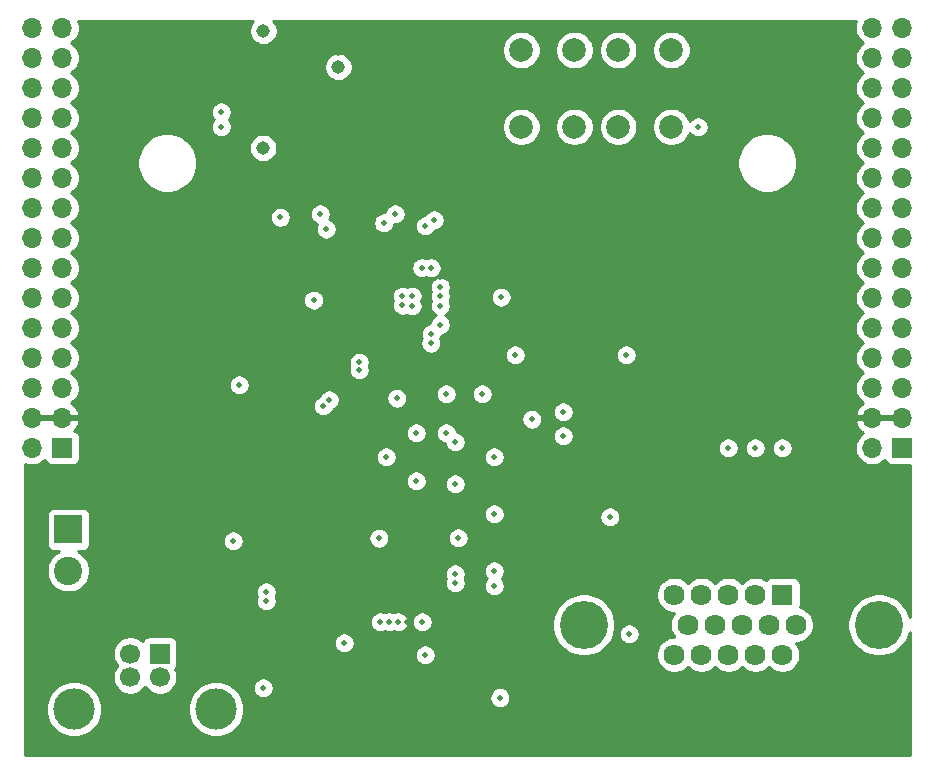
<source format=gbr>
G04 #@! TF.GenerationSoftware,KiCad,Pcbnew,(5.1.9-0-10_14)*
G04 #@! TF.CreationDate,2021-04-14T19:06:18-04:00*
G04 #@! TF.ProjectId,delux pet on a chip,64656c75-7820-4706-9574-206f6e206120,rev?*
G04 #@! TF.SameCoordinates,Original*
G04 #@! TF.FileFunction,Copper,L3,Inr*
G04 #@! TF.FilePolarity,Positive*
%FSLAX46Y46*%
G04 Gerber Fmt 4.6, Leading zero omitted, Abs format (unit mm)*
G04 Created by KiCad (PCBNEW (5.1.9-0-10_14)) date 2021-04-14 19:06:18*
%MOMM*%
%LPD*%
G01*
G04 APERTURE LIST*
G04 #@! TA.AperFunction,ComponentPad*
%ADD10R,1.700000X1.700000*%
G04 #@! TD*
G04 #@! TA.AperFunction,ComponentPad*
%ADD11O,1.700000X1.700000*%
G04 #@! TD*
G04 #@! TA.AperFunction,ComponentPad*
%ADD12C,3.500000*%
G04 #@! TD*
G04 #@! TA.AperFunction,ComponentPad*
%ADD13C,1.700000*%
G04 #@! TD*
G04 #@! TA.AperFunction,ComponentPad*
%ADD14C,2.000000*%
G04 #@! TD*
G04 #@! TA.AperFunction,ComponentPad*
%ADD15R,2.400000X2.400000*%
G04 #@! TD*
G04 #@! TA.AperFunction,ComponentPad*
%ADD16C,2.400000*%
G04 #@! TD*
G04 #@! TA.AperFunction,ComponentPad*
%ADD17C,4.065999*%
G04 #@! TD*
G04 #@! TA.AperFunction,ComponentPad*
%ADD18C,1.785000*%
G04 #@! TD*
G04 #@! TA.AperFunction,ComponentPad*
%ADD19R,1.785000X1.785000*%
G04 #@! TD*
G04 #@! TA.AperFunction,ViaPad*
%ADD20C,0.508000*%
G04 #@! TD*
G04 #@! TA.AperFunction,ViaPad*
%ADD21C,1.143000*%
G04 #@! TD*
G04 #@! TA.AperFunction,ViaPad*
%ADD22C,0.762000*%
G04 #@! TD*
G04 #@! TA.AperFunction,Conductor*
%ADD23C,0.254000*%
G04 #@! TD*
G04 #@! TA.AperFunction,Conductor*
%ADD24C,0.100000*%
G04 #@! TD*
G04 APERTURE END LIST*
D10*
X151130000Y-125730000D03*
D11*
X148590000Y-125730000D03*
X151130000Y-123190000D03*
X148590000Y-123190000D03*
X151130000Y-120650000D03*
X148590000Y-120650000D03*
X151130000Y-118110000D03*
X148590000Y-118110000D03*
X151130000Y-115570000D03*
X148590000Y-115570000D03*
X151130000Y-113030000D03*
X148590000Y-113030000D03*
X151130000Y-110490000D03*
X148590000Y-110490000D03*
X151130000Y-107950000D03*
X148590000Y-107950000D03*
X151130000Y-105410000D03*
X148590000Y-105410000D03*
X151130000Y-102870000D03*
X148590000Y-102870000D03*
X151130000Y-100330000D03*
X148590000Y-100330000D03*
X151130000Y-97790000D03*
X148590000Y-97790000D03*
X151130000Y-95250000D03*
X148590000Y-95250000D03*
X151130000Y-92710000D03*
X148590000Y-92710000D03*
X151130000Y-90170000D03*
X148590000Y-90170000D03*
X77470000Y-90170000D03*
X80010000Y-90170000D03*
X77470000Y-92710000D03*
X80010000Y-92710000D03*
X77470000Y-95250000D03*
X80010000Y-95250000D03*
X77470000Y-97790000D03*
X80010000Y-97790000D03*
X77470000Y-100330000D03*
X80010000Y-100330000D03*
X77470000Y-102870000D03*
X80010000Y-102870000D03*
X77470000Y-105410000D03*
X80010000Y-105410000D03*
X77470000Y-107950000D03*
X80010000Y-107950000D03*
X77470000Y-110490000D03*
X80010000Y-110490000D03*
X77470000Y-113030000D03*
X80010000Y-113030000D03*
X77470000Y-115570000D03*
X80010000Y-115570000D03*
X77470000Y-118110000D03*
X80010000Y-118110000D03*
X77470000Y-120650000D03*
X80010000Y-120650000D03*
X77470000Y-123190000D03*
X80010000Y-123190000D03*
X77470000Y-125730000D03*
D10*
X80010000Y-125730000D03*
D12*
X80995000Y-147864400D03*
X93035000Y-147864400D03*
D13*
X88265000Y-145154400D03*
X85765000Y-145154400D03*
X85765000Y-143154400D03*
D10*
X88265000Y-143154400D03*
D14*
X123372000Y-98552000D03*
X118872000Y-98552000D03*
X123372000Y-92052000D03*
X118872000Y-92052000D03*
D15*
X80518000Y-132644000D03*
D16*
X80518000Y-136144000D03*
D17*
X149147000Y-140716000D03*
X124157000Y-140716000D03*
D18*
X131822000Y-143256000D03*
X134112000Y-143256000D03*
X136402000Y-143256000D03*
X138692000Y-143256000D03*
X140982000Y-143256000D03*
X132967000Y-140716000D03*
X135257000Y-140716000D03*
X137547000Y-140716000D03*
X139837000Y-140716000D03*
X142127000Y-140716000D03*
X131822000Y-138176000D03*
X134112000Y-138176000D03*
X136402000Y-138176000D03*
X138692000Y-138176000D03*
D19*
X140982000Y-138176000D03*
D14*
X131572000Y-98552000D03*
X127072000Y-98552000D03*
X131572000Y-92052000D03*
X127072000Y-92052000D03*
D20*
X107442000Y-126492000D03*
X106934000Y-140462000D03*
X117056500Y-146875000D03*
X106820000Y-133394000D03*
X116586000Y-137414000D03*
X122428000Y-124714000D03*
X108813600Y-113665000D03*
X109626400Y-112877600D03*
X108813600Y-112877600D03*
X109626400Y-113690400D03*
X101285683Y-113223683D03*
X98465192Y-106218559D03*
X94488000Y-133604000D03*
D21*
X97028000Y-90424000D03*
X103378000Y-93472000D03*
D20*
X97028000Y-146050000D03*
X117154317Y-112969683D03*
X108330000Y-121540000D03*
X111506000Y-128524000D03*
X105918000Y-132080000D03*
X109220000Y-140462000D03*
X105156000Y-139851914D03*
X112742000Y-149318000D03*
X118618000Y-135636000D03*
X123672500Y-124739500D03*
X113284000Y-135382000D03*
X118110000Y-143002000D03*
X113792000Y-118110000D03*
D22*
X99314000Y-104140000D03*
D20*
X91694000Y-123952000D03*
X108026848Y-114477152D03*
X108026848Y-112090848D03*
X110413152Y-112090848D03*
X110413152Y-114477152D03*
X97282000Y-113284000D03*
D21*
X99314000Y-93759000D03*
X103378000Y-91948000D03*
D20*
X115062000Y-104902000D03*
X121182212Y-113342327D03*
X112020001Y-111297817D03*
X108204000Y-105918000D03*
X94996000Y-120396000D03*
X107213400Y-106680000D03*
X113284000Y-137160000D03*
X113284000Y-136398000D03*
X116586000Y-136144000D03*
X116586000Y-131318000D03*
X110490000Y-140462000D03*
X103886000Y-142240000D03*
X113538000Y-133350000D03*
X113284000Y-128778000D03*
X113284000Y-125222000D03*
X122428000Y-122682000D03*
X112522000Y-124460000D03*
X112522000Y-121158000D03*
X115570000Y-121158000D03*
X111206184Y-116884000D03*
X109982000Y-128524000D03*
X109982000Y-124460000D03*
X97282000Y-137922000D03*
X108458000Y-140462000D03*
X97282000Y-138684000D03*
X107696000Y-140462000D03*
X116586000Y-126492000D03*
X119761010Y-123316990D03*
X105156000Y-119126000D03*
X102616000Y-121666000D03*
X102108000Y-122174000D03*
X105156000Y-118490987D03*
X111233817Y-116084000D03*
X112020000Y-115297817D03*
X112020000Y-112097816D03*
X140970000Y-125730000D03*
X112020001Y-112897817D03*
X138684000Y-125730000D03*
X112020001Y-113697816D03*
X136398000Y-125730000D03*
D21*
X97014000Y-100330000D03*
D20*
X93472000Y-98552000D03*
X101853999Y-105917999D03*
X102363310Y-107213510D03*
X93472000Y-97282000D03*
X110433816Y-110484000D03*
X110744000Y-106934000D03*
X111233816Y-110483999D03*
X111506000Y-106426000D03*
X118364000Y-117856000D03*
X127762000Y-117856000D03*
X133858000Y-98552000D03*
X128016000Y-141478000D03*
X110744000Y-143256000D03*
X126365000Y-131572000D03*
D23*
X96090850Y-89654901D02*
X95958813Y-89852508D01*
X95867865Y-90072077D01*
X95821500Y-90305170D01*
X95821500Y-90542830D01*
X95867865Y-90775923D01*
X95958813Y-90995492D01*
X96090850Y-91193099D01*
X96258901Y-91361150D01*
X96456508Y-91493187D01*
X96676077Y-91584135D01*
X96909170Y-91630500D01*
X97146830Y-91630500D01*
X97379923Y-91584135D01*
X97599492Y-91493187D01*
X97797099Y-91361150D01*
X97965150Y-91193099D01*
X98097187Y-90995492D01*
X98188135Y-90775923D01*
X98234500Y-90542830D01*
X98234500Y-90305170D01*
X98188135Y-90072077D01*
X98097187Y-89852508D01*
X97965150Y-89654901D01*
X97870249Y-89560000D01*
X147235318Y-89560000D01*
X147162068Y-89736842D01*
X147105000Y-90023740D01*
X147105000Y-90316260D01*
X147162068Y-90603158D01*
X147274010Y-90873411D01*
X147436525Y-91116632D01*
X147643368Y-91323475D01*
X147817760Y-91440000D01*
X147643368Y-91556525D01*
X147436525Y-91763368D01*
X147274010Y-92006589D01*
X147162068Y-92276842D01*
X147105000Y-92563740D01*
X147105000Y-92856260D01*
X147162068Y-93143158D01*
X147274010Y-93413411D01*
X147436525Y-93656632D01*
X147643368Y-93863475D01*
X147817760Y-93980000D01*
X147643368Y-94096525D01*
X147436525Y-94303368D01*
X147274010Y-94546589D01*
X147162068Y-94816842D01*
X147105000Y-95103740D01*
X147105000Y-95396260D01*
X147162068Y-95683158D01*
X147274010Y-95953411D01*
X147436525Y-96196632D01*
X147643368Y-96403475D01*
X147817760Y-96520000D01*
X147643368Y-96636525D01*
X147436525Y-96843368D01*
X147274010Y-97086589D01*
X147162068Y-97356842D01*
X147105000Y-97643740D01*
X147105000Y-97936260D01*
X147162068Y-98223158D01*
X147274010Y-98493411D01*
X147436525Y-98736632D01*
X147643368Y-98943475D01*
X147817760Y-99060000D01*
X147643368Y-99176525D01*
X147436525Y-99383368D01*
X147274010Y-99626589D01*
X147162068Y-99896842D01*
X147105000Y-100183740D01*
X147105000Y-100476260D01*
X147162068Y-100763158D01*
X147274010Y-101033411D01*
X147436525Y-101276632D01*
X147643368Y-101483475D01*
X147817760Y-101600000D01*
X147643368Y-101716525D01*
X147436525Y-101923368D01*
X147274010Y-102166589D01*
X147162068Y-102436842D01*
X147105000Y-102723740D01*
X147105000Y-103016260D01*
X147162068Y-103303158D01*
X147274010Y-103573411D01*
X147436525Y-103816632D01*
X147643368Y-104023475D01*
X147817760Y-104140000D01*
X147643368Y-104256525D01*
X147436525Y-104463368D01*
X147274010Y-104706589D01*
X147162068Y-104976842D01*
X147105000Y-105263740D01*
X147105000Y-105556260D01*
X147162068Y-105843158D01*
X147274010Y-106113411D01*
X147436525Y-106356632D01*
X147643368Y-106563475D01*
X147817760Y-106680000D01*
X147643368Y-106796525D01*
X147436525Y-107003368D01*
X147274010Y-107246589D01*
X147162068Y-107516842D01*
X147105000Y-107803740D01*
X147105000Y-108096260D01*
X147162068Y-108383158D01*
X147274010Y-108653411D01*
X147436525Y-108896632D01*
X147643368Y-109103475D01*
X147817760Y-109220000D01*
X147643368Y-109336525D01*
X147436525Y-109543368D01*
X147274010Y-109786589D01*
X147162068Y-110056842D01*
X147105000Y-110343740D01*
X147105000Y-110636260D01*
X147162068Y-110923158D01*
X147274010Y-111193411D01*
X147436525Y-111436632D01*
X147643368Y-111643475D01*
X147817760Y-111760000D01*
X147643368Y-111876525D01*
X147436525Y-112083368D01*
X147274010Y-112326589D01*
X147162068Y-112596842D01*
X147105000Y-112883740D01*
X147105000Y-113176260D01*
X147162068Y-113463158D01*
X147274010Y-113733411D01*
X147436525Y-113976632D01*
X147643368Y-114183475D01*
X147817760Y-114300000D01*
X147643368Y-114416525D01*
X147436525Y-114623368D01*
X147274010Y-114866589D01*
X147162068Y-115136842D01*
X147105000Y-115423740D01*
X147105000Y-115716260D01*
X147162068Y-116003158D01*
X147274010Y-116273411D01*
X147436525Y-116516632D01*
X147643368Y-116723475D01*
X147817760Y-116840000D01*
X147643368Y-116956525D01*
X147436525Y-117163368D01*
X147274010Y-117406589D01*
X147162068Y-117676842D01*
X147105000Y-117963740D01*
X147105000Y-118256260D01*
X147162068Y-118543158D01*
X147274010Y-118813411D01*
X147436525Y-119056632D01*
X147643368Y-119263475D01*
X147817760Y-119380000D01*
X147643368Y-119496525D01*
X147436525Y-119703368D01*
X147274010Y-119946589D01*
X147162068Y-120216842D01*
X147105000Y-120503740D01*
X147105000Y-120796260D01*
X147162068Y-121083158D01*
X147274010Y-121353411D01*
X147436525Y-121596632D01*
X147643368Y-121803475D01*
X147825534Y-121925195D01*
X147708645Y-121994822D01*
X147492412Y-122189731D01*
X147318359Y-122423080D01*
X147193175Y-122685901D01*
X147148524Y-122833110D01*
X147269845Y-123063000D01*
X148463000Y-123063000D01*
X148463000Y-123043000D01*
X148717000Y-123043000D01*
X148717000Y-123063000D01*
X151003000Y-123063000D01*
X151003000Y-123043000D01*
X151257000Y-123043000D01*
X151257000Y-123063000D01*
X151277000Y-123063000D01*
X151277000Y-123317000D01*
X151257000Y-123317000D01*
X151257000Y-123337000D01*
X151003000Y-123337000D01*
X151003000Y-123317000D01*
X148717000Y-123317000D01*
X148717000Y-123337000D01*
X148463000Y-123337000D01*
X148463000Y-123317000D01*
X147269845Y-123317000D01*
X147148524Y-123546890D01*
X147193175Y-123694099D01*
X147318359Y-123956920D01*
X147492412Y-124190269D01*
X147708645Y-124385178D01*
X147825534Y-124454805D01*
X147643368Y-124576525D01*
X147436525Y-124783368D01*
X147274010Y-125026589D01*
X147162068Y-125296842D01*
X147105000Y-125583740D01*
X147105000Y-125876260D01*
X147162068Y-126163158D01*
X147274010Y-126433411D01*
X147436525Y-126676632D01*
X147643368Y-126883475D01*
X147886589Y-127045990D01*
X148156842Y-127157932D01*
X148443740Y-127215000D01*
X148736260Y-127215000D01*
X149023158Y-127157932D01*
X149293411Y-127045990D01*
X149536632Y-126883475D01*
X149668487Y-126751620D01*
X149690498Y-126824180D01*
X149749463Y-126934494D01*
X149828815Y-127031185D01*
X149925506Y-127110537D01*
X150035820Y-127169502D01*
X150155518Y-127205812D01*
X150280000Y-127218072D01*
X151740000Y-127218072D01*
X151740000Y-140076181D01*
X151712469Y-139937773D01*
X151511350Y-139452229D01*
X151219370Y-139015250D01*
X150847750Y-138643630D01*
X150410771Y-138351650D01*
X149925227Y-138150531D01*
X149409775Y-138048001D01*
X148884225Y-138048001D01*
X148368773Y-138150531D01*
X147883229Y-138351650D01*
X147446250Y-138643630D01*
X147074630Y-139015250D01*
X146782650Y-139452229D01*
X146581531Y-139937773D01*
X146479001Y-140453225D01*
X146479001Y-140978775D01*
X146581531Y-141494227D01*
X146782650Y-141979771D01*
X147074630Y-142416750D01*
X147446250Y-142788370D01*
X147883229Y-143080350D01*
X148368773Y-143281469D01*
X148884225Y-143383999D01*
X149409775Y-143383999D01*
X149925227Y-143281469D01*
X150410771Y-143080350D01*
X150847750Y-142788370D01*
X151219370Y-142416750D01*
X151511350Y-141979771D01*
X151712469Y-141494227D01*
X151740000Y-141355819D01*
X151740000Y-151740000D01*
X76860000Y-151740000D01*
X76860000Y-147629498D01*
X78610000Y-147629498D01*
X78610000Y-148099302D01*
X78701654Y-148560079D01*
X78881440Y-148994121D01*
X79142450Y-149384749D01*
X79474651Y-149716950D01*
X79865279Y-149977960D01*
X80299321Y-150157746D01*
X80760098Y-150249400D01*
X81229902Y-150249400D01*
X81690679Y-150157746D01*
X82124721Y-149977960D01*
X82515349Y-149716950D01*
X82847550Y-149384749D01*
X83108560Y-148994121D01*
X83288346Y-148560079D01*
X83380000Y-148099302D01*
X83380000Y-147629498D01*
X90650000Y-147629498D01*
X90650000Y-148099302D01*
X90741654Y-148560079D01*
X90921440Y-148994121D01*
X91182450Y-149384749D01*
X91514651Y-149716950D01*
X91905279Y-149977960D01*
X92339321Y-150157746D01*
X92800098Y-150249400D01*
X93269902Y-150249400D01*
X93730679Y-150157746D01*
X94164721Y-149977960D01*
X94555349Y-149716950D01*
X94887550Y-149384749D01*
X95148560Y-148994121D01*
X95328346Y-148560079D01*
X95420000Y-148099302D01*
X95420000Y-147629498D01*
X95328346Y-147168721D01*
X95148560Y-146734679D01*
X94887550Y-146344051D01*
X94555349Y-146011850D01*
X94481404Y-145962441D01*
X96139000Y-145962441D01*
X96139000Y-146137559D01*
X96173164Y-146309312D01*
X96240179Y-146471099D01*
X96337469Y-146616704D01*
X96461296Y-146740531D01*
X96606901Y-146837821D01*
X96768688Y-146904836D01*
X96940441Y-146939000D01*
X97115559Y-146939000D01*
X97287312Y-146904836D01*
X97449099Y-146837821D01*
X97524498Y-146787441D01*
X116167500Y-146787441D01*
X116167500Y-146962559D01*
X116201664Y-147134312D01*
X116268679Y-147296099D01*
X116365969Y-147441704D01*
X116489796Y-147565531D01*
X116635401Y-147662821D01*
X116797188Y-147729836D01*
X116968941Y-147764000D01*
X117144059Y-147764000D01*
X117315812Y-147729836D01*
X117477599Y-147662821D01*
X117623204Y-147565531D01*
X117747031Y-147441704D01*
X117844321Y-147296099D01*
X117911336Y-147134312D01*
X117945500Y-146962559D01*
X117945500Y-146787441D01*
X117911336Y-146615688D01*
X117844321Y-146453901D01*
X117747031Y-146308296D01*
X117623204Y-146184469D01*
X117477599Y-146087179D01*
X117315812Y-146020164D01*
X117144059Y-145986000D01*
X116968941Y-145986000D01*
X116797188Y-146020164D01*
X116635401Y-146087179D01*
X116489796Y-146184469D01*
X116365969Y-146308296D01*
X116268679Y-146453901D01*
X116201664Y-146615688D01*
X116167500Y-146787441D01*
X97524498Y-146787441D01*
X97594704Y-146740531D01*
X97718531Y-146616704D01*
X97815821Y-146471099D01*
X97882836Y-146309312D01*
X97917000Y-146137559D01*
X97917000Y-145962441D01*
X97882836Y-145790688D01*
X97815821Y-145628901D01*
X97718531Y-145483296D01*
X97594704Y-145359469D01*
X97449099Y-145262179D01*
X97287312Y-145195164D01*
X97115559Y-145161000D01*
X96940441Y-145161000D01*
X96768688Y-145195164D01*
X96606901Y-145262179D01*
X96461296Y-145359469D01*
X96337469Y-145483296D01*
X96240179Y-145628901D01*
X96173164Y-145790688D01*
X96139000Y-145962441D01*
X94481404Y-145962441D01*
X94164721Y-145750840D01*
X93730679Y-145571054D01*
X93269902Y-145479400D01*
X92800098Y-145479400D01*
X92339321Y-145571054D01*
X91905279Y-145750840D01*
X91514651Y-146011850D01*
X91182450Y-146344051D01*
X90921440Y-146734679D01*
X90741654Y-147168721D01*
X90650000Y-147629498D01*
X83380000Y-147629498D01*
X83288346Y-147168721D01*
X83108560Y-146734679D01*
X82847550Y-146344051D01*
X82515349Y-146011850D01*
X82124721Y-145750840D01*
X81690679Y-145571054D01*
X81229902Y-145479400D01*
X80760098Y-145479400D01*
X80299321Y-145571054D01*
X79865279Y-145750840D01*
X79474651Y-146011850D01*
X79142450Y-146344051D01*
X78881440Y-146734679D01*
X78701654Y-147168721D01*
X78610000Y-147629498D01*
X76860000Y-147629498D01*
X76860000Y-143008140D01*
X84280000Y-143008140D01*
X84280000Y-143300660D01*
X84337068Y-143587558D01*
X84449010Y-143857811D01*
X84611525Y-144101032D01*
X84664893Y-144154400D01*
X84611525Y-144207768D01*
X84449010Y-144450989D01*
X84337068Y-144721242D01*
X84280000Y-145008140D01*
X84280000Y-145300660D01*
X84337068Y-145587558D01*
X84449010Y-145857811D01*
X84611525Y-146101032D01*
X84818368Y-146307875D01*
X85061589Y-146470390D01*
X85331842Y-146582332D01*
X85618740Y-146639400D01*
X85911260Y-146639400D01*
X86198158Y-146582332D01*
X86468411Y-146470390D01*
X86711632Y-146307875D01*
X86918475Y-146101032D01*
X87015000Y-145956572D01*
X87111525Y-146101032D01*
X87318368Y-146307875D01*
X87561589Y-146470390D01*
X87831842Y-146582332D01*
X88118740Y-146639400D01*
X88411260Y-146639400D01*
X88698158Y-146582332D01*
X88968411Y-146470390D01*
X89211632Y-146307875D01*
X89418475Y-146101032D01*
X89580990Y-145857811D01*
X89692932Y-145587558D01*
X89750000Y-145300660D01*
X89750000Y-145008140D01*
X89692932Y-144721242D01*
X89580990Y-144450989D01*
X89576038Y-144443578D01*
X89645537Y-144358894D01*
X89704502Y-144248580D01*
X89740812Y-144128882D01*
X89753072Y-144004400D01*
X89753072Y-143168441D01*
X109855000Y-143168441D01*
X109855000Y-143343559D01*
X109889164Y-143515312D01*
X109956179Y-143677099D01*
X110053469Y-143822704D01*
X110177296Y-143946531D01*
X110322901Y-144043821D01*
X110484688Y-144110836D01*
X110656441Y-144145000D01*
X110831559Y-144145000D01*
X111003312Y-144110836D01*
X111165099Y-144043821D01*
X111310704Y-143946531D01*
X111434531Y-143822704D01*
X111531821Y-143677099D01*
X111598836Y-143515312D01*
X111633000Y-143343559D01*
X111633000Y-143168441D01*
X111598836Y-142996688D01*
X111531821Y-142834901D01*
X111434531Y-142689296D01*
X111310704Y-142565469D01*
X111165099Y-142468179D01*
X111003312Y-142401164D01*
X110831559Y-142367000D01*
X110656441Y-142367000D01*
X110484688Y-142401164D01*
X110322901Y-142468179D01*
X110177296Y-142565469D01*
X110053469Y-142689296D01*
X109956179Y-142834901D01*
X109889164Y-142996688D01*
X109855000Y-143168441D01*
X89753072Y-143168441D01*
X89753072Y-142304400D01*
X89740812Y-142179918D01*
X89732477Y-142152441D01*
X102997000Y-142152441D01*
X102997000Y-142327559D01*
X103031164Y-142499312D01*
X103098179Y-142661099D01*
X103195469Y-142806704D01*
X103319296Y-142930531D01*
X103464901Y-143027821D01*
X103626688Y-143094836D01*
X103798441Y-143129000D01*
X103973559Y-143129000D01*
X104145312Y-143094836D01*
X104307099Y-143027821D01*
X104452704Y-142930531D01*
X104576531Y-142806704D01*
X104673821Y-142661099D01*
X104740836Y-142499312D01*
X104775000Y-142327559D01*
X104775000Y-142152441D01*
X104740836Y-141980688D01*
X104673821Y-141818901D01*
X104576531Y-141673296D01*
X104452704Y-141549469D01*
X104307099Y-141452179D01*
X104145312Y-141385164D01*
X103973559Y-141351000D01*
X103798441Y-141351000D01*
X103626688Y-141385164D01*
X103464901Y-141452179D01*
X103319296Y-141549469D01*
X103195469Y-141673296D01*
X103098179Y-141818901D01*
X103031164Y-141980688D01*
X102997000Y-142152441D01*
X89732477Y-142152441D01*
X89704502Y-142060220D01*
X89645537Y-141949906D01*
X89566185Y-141853215D01*
X89469494Y-141773863D01*
X89359180Y-141714898D01*
X89239482Y-141678588D01*
X89115000Y-141666328D01*
X87415000Y-141666328D01*
X87290518Y-141678588D01*
X87170820Y-141714898D01*
X87060506Y-141773863D01*
X86963815Y-141853215D01*
X86884463Y-141949906D01*
X86825498Y-142060220D01*
X86812797Y-142102090D01*
X86711632Y-142000925D01*
X86468411Y-141838410D01*
X86198158Y-141726468D01*
X85911260Y-141669400D01*
X85618740Y-141669400D01*
X85331842Y-141726468D01*
X85061589Y-141838410D01*
X84818368Y-142000925D01*
X84611525Y-142207768D01*
X84449010Y-142450989D01*
X84337068Y-142721242D01*
X84280000Y-143008140D01*
X76860000Y-143008140D01*
X76860000Y-140374441D01*
X106045000Y-140374441D01*
X106045000Y-140549559D01*
X106079164Y-140721312D01*
X106146179Y-140883099D01*
X106243469Y-141028704D01*
X106367296Y-141152531D01*
X106512901Y-141249821D01*
X106674688Y-141316836D01*
X106846441Y-141351000D01*
X107021559Y-141351000D01*
X107193312Y-141316836D01*
X107315000Y-141266431D01*
X107436688Y-141316836D01*
X107608441Y-141351000D01*
X107783559Y-141351000D01*
X107955312Y-141316836D01*
X108077000Y-141266431D01*
X108198688Y-141316836D01*
X108370441Y-141351000D01*
X108545559Y-141351000D01*
X108717312Y-141316836D01*
X108879099Y-141249821D01*
X109024704Y-141152531D01*
X109148531Y-141028704D01*
X109245821Y-140883099D01*
X109312836Y-140721312D01*
X109347000Y-140549559D01*
X109347000Y-140374441D01*
X109601000Y-140374441D01*
X109601000Y-140549559D01*
X109635164Y-140721312D01*
X109702179Y-140883099D01*
X109799469Y-141028704D01*
X109923296Y-141152531D01*
X110068901Y-141249821D01*
X110230688Y-141316836D01*
X110402441Y-141351000D01*
X110577559Y-141351000D01*
X110749312Y-141316836D01*
X110911099Y-141249821D01*
X111056704Y-141152531D01*
X111180531Y-141028704D01*
X111277821Y-140883099D01*
X111344836Y-140721312D01*
X111379000Y-140549559D01*
X111379000Y-140453225D01*
X121489001Y-140453225D01*
X121489001Y-140978775D01*
X121591531Y-141494227D01*
X121792650Y-141979771D01*
X122084630Y-142416750D01*
X122456250Y-142788370D01*
X122893229Y-143080350D01*
X123378773Y-143281469D01*
X123894225Y-143383999D01*
X124419775Y-143383999D01*
X124935227Y-143281469D01*
X125420771Y-143080350D01*
X125857750Y-142788370D01*
X126229370Y-142416750D01*
X126521350Y-141979771D01*
X126722469Y-141494227D01*
X126743113Y-141390441D01*
X127127000Y-141390441D01*
X127127000Y-141565559D01*
X127161164Y-141737312D01*
X127228179Y-141899099D01*
X127325469Y-142044704D01*
X127449296Y-142168531D01*
X127594901Y-142265821D01*
X127756688Y-142332836D01*
X127928441Y-142367000D01*
X128103559Y-142367000D01*
X128275312Y-142332836D01*
X128437099Y-142265821D01*
X128582704Y-142168531D01*
X128706531Y-142044704D01*
X128803821Y-141899099D01*
X128870836Y-141737312D01*
X128905000Y-141565559D01*
X128905000Y-141390441D01*
X128870836Y-141218688D01*
X128803821Y-141056901D01*
X128706531Y-140911296D01*
X128582704Y-140787469D01*
X128437099Y-140690179D01*
X128275312Y-140623164D01*
X128103559Y-140589000D01*
X127928441Y-140589000D01*
X127756688Y-140623164D01*
X127594901Y-140690179D01*
X127449296Y-140787469D01*
X127325469Y-140911296D01*
X127228179Y-141056901D01*
X127161164Y-141218688D01*
X127127000Y-141390441D01*
X126743113Y-141390441D01*
X126824999Y-140978775D01*
X126824999Y-140453225D01*
X126722469Y-139937773D01*
X126521350Y-139452229D01*
X126229370Y-139015250D01*
X125857750Y-138643630D01*
X125420771Y-138351650D01*
X124935227Y-138150531D01*
X124419775Y-138048001D01*
X123894225Y-138048001D01*
X123378773Y-138150531D01*
X122893229Y-138351650D01*
X122456250Y-138643630D01*
X122084630Y-139015250D01*
X121792650Y-139452229D01*
X121591531Y-139937773D01*
X121489001Y-140453225D01*
X111379000Y-140453225D01*
X111379000Y-140374441D01*
X111344836Y-140202688D01*
X111277821Y-140040901D01*
X111180531Y-139895296D01*
X111056704Y-139771469D01*
X110911099Y-139674179D01*
X110749312Y-139607164D01*
X110577559Y-139573000D01*
X110402441Y-139573000D01*
X110230688Y-139607164D01*
X110068901Y-139674179D01*
X109923296Y-139771469D01*
X109799469Y-139895296D01*
X109702179Y-140040901D01*
X109635164Y-140202688D01*
X109601000Y-140374441D01*
X109347000Y-140374441D01*
X109312836Y-140202688D01*
X109245821Y-140040901D01*
X109148531Y-139895296D01*
X109024704Y-139771469D01*
X108879099Y-139674179D01*
X108717312Y-139607164D01*
X108545559Y-139573000D01*
X108370441Y-139573000D01*
X108198688Y-139607164D01*
X108077000Y-139657569D01*
X107955312Y-139607164D01*
X107783559Y-139573000D01*
X107608441Y-139573000D01*
X107436688Y-139607164D01*
X107315000Y-139657569D01*
X107193312Y-139607164D01*
X107021559Y-139573000D01*
X106846441Y-139573000D01*
X106674688Y-139607164D01*
X106512901Y-139674179D01*
X106367296Y-139771469D01*
X106243469Y-139895296D01*
X106146179Y-140040901D01*
X106079164Y-140202688D01*
X106045000Y-140374441D01*
X76860000Y-140374441D01*
X76860000Y-131444000D01*
X78679928Y-131444000D01*
X78679928Y-133844000D01*
X78692188Y-133968482D01*
X78728498Y-134088180D01*
X78787463Y-134198494D01*
X78866815Y-134295185D01*
X78963506Y-134374537D01*
X79073820Y-134433502D01*
X79193518Y-134469812D01*
X79318000Y-134482072D01*
X79735162Y-134482072D01*
X79648801Y-134517844D01*
X79348256Y-134718662D01*
X79092662Y-134974256D01*
X78891844Y-135274801D01*
X78753518Y-135608750D01*
X78683000Y-135963268D01*
X78683000Y-136324732D01*
X78753518Y-136679250D01*
X78891844Y-137013199D01*
X79092662Y-137313744D01*
X79348256Y-137569338D01*
X79648801Y-137770156D01*
X79982750Y-137908482D01*
X80337268Y-137979000D01*
X80698732Y-137979000D01*
X81053250Y-137908482D01*
X81232001Y-137834441D01*
X96393000Y-137834441D01*
X96393000Y-138009559D01*
X96427164Y-138181312D01*
X96477569Y-138303000D01*
X96427164Y-138424688D01*
X96393000Y-138596441D01*
X96393000Y-138771559D01*
X96427164Y-138943312D01*
X96494179Y-139105099D01*
X96591469Y-139250704D01*
X96715296Y-139374531D01*
X96860901Y-139471821D01*
X97022688Y-139538836D01*
X97194441Y-139573000D01*
X97369559Y-139573000D01*
X97541312Y-139538836D01*
X97703099Y-139471821D01*
X97848704Y-139374531D01*
X97972531Y-139250704D01*
X98069821Y-139105099D01*
X98136836Y-138943312D01*
X98171000Y-138771559D01*
X98171000Y-138596441D01*
X98136836Y-138424688D01*
X98086431Y-138303000D01*
X98136836Y-138181312D01*
X98171000Y-138009559D01*
X98171000Y-137834441D01*
X98136836Y-137662688D01*
X98069821Y-137500901D01*
X97972531Y-137355296D01*
X97848704Y-137231469D01*
X97703099Y-137134179D01*
X97541312Y-137067164D01*
X97369559Y-137033000D01*
X97194441Y-137033000D01*
X97022688Y-137067164D01*
X96860901Y-137134179D01*
X96715296Y-137231469D01*
X96591469Y-137355296D01*
X96494179Y-137500901D01*
X96427164Y-137662688D01*
X96393000Y-137834441D01*
X81232001Y-137834441D01*
X81387199Y-137770156D01*
X81687744Y-137569338D01*
X81943338Y-137313744D01*
X82144156Y-137013199D01*
X82282482Y-136679250D01*
X82353000Y-136324732D01*
X82353000Y-136310441D01*
X112395000Y-136310441D01*
X112395000Y-136485559D01*
X112429164Y-136657312D01*
X112479569Y-136779000D01*
X112429164Y-136900688D01*
X112395000Y-137072441D01*
X112395000Y-137247559D01*
X112429164Y-137419312D01*
X112496179Y-137581099D01*
X112593469Y-137726704D01*
X112717296Y-137850531D01*
X112862901Y-137947821D01*
X113024688Y-138014836D01*
X113196441Y-138049000D01*
X113371559Y-138049000D01*
X113543312Y-138014836D01*
X113705099Y-137947821D01*
X113850704Y-137850531D01*
X113974531Y-137726704D01*
X114071821Y-137581099D01*
X114138836Y-137419312D01*
X114173000Y-137247559D01*
X114173000Y-137072441D01*
X114138836Y-136900688D01*
X114088431Y-136779000D01*
X114138836Y-136657312D01*
X114173000Y-136485559D01*
X114173000Y-136310441D01*
X114138836Y-136138688D01*
X114104768Y-136056441D01*
X115697000Y-136056441D01*
X115697000Y-136231559D01*
X115731164Y-136403312D01*
X115798179Y-136565099D01*
X115895469Y-136710704D01*
X115963765Y-136779000D01*
X115895469Y-136847296D01*
X115798179Y-136992901D01*
X115731164Y-137154688D01*
X115697000Y-137326441D01*
X115697000Y-137501559D01*
X115731164Y-137673312D01*
X115798179Y-137835099D01*
X115895469Y-137980704D01*
X116019296Y-138104531D01*
X116164901Y-138201821D01*
X116326688Y-138268836D01*
X116498441Y-138303000D01*
X116673559Y-138303000D01*
X116845312Y-138268836D01*
X117007099Y-138201821D01*
X117152704Y-138104531D01*
X117231681Y-138025554D01*
X130294500Y-138025554D01*
X130294500Y-138326446D01*
X130353201Y-138621555D01*
X130468347Y-138899543D01*
X130635513Y-139149725D01*
X130848275Y-139362487D01*
X131098457Y-139529653D01*
X131376445Y-139644799D01*
X131671554Y-139703500D01*
X131819288Y-139703500D01*
X131780513Y-139742275D01*
X131613347Y-139992457D01*
X131498201Y-140270445D01*
X131439500Y-140565554D01*
X131439500Y-140866446D01*
X131498201Y-141161555D01*
X131613347Y-141439543D01*
X131780513Y-141689725D01*
X131819288Y-141728500D01*
X131671554Y-141728500D01*
X131376445Y-141787201D01*
X131098457Y-141902347D01*
X130848275Y-142069513D01*
X130635513Y-142282275D01*
X130468347Y-142532457D01*
X130353201Y-142810445D01*
X130294500Y-143105554D01*
X130294500Y-143406446D01*
X130353201Y-143701555D01*
X130468347Y-143979543D01*
X130635513Y-144229725D01*
X130848275Y-144442487D01*
X131098457Y-144609653D01*
X131376445Y-144724799D01*
X131671554Y-144783500D01*
X131972446Y-144783500D01*
X132267555Y-144724799D01*
X132545543Y-144609653D01*
X132795725Y-144442487D01*
X132967000Y-144271212D01*
X133138275Y-144442487D01*
X133388457Y-144609653D01*
X133666445Y-144724799D01*
X133961554Y-144783500D01*
X134262446Y-144783500D01*
X134557555Y-144724799D01*
X134835543Y-144609653D01*
X135085725Y-144442487D01*
X135257000Y-144271212D01*
X135428275Y-144442487D01*
X135678457Y-144609653D01*
X135956445Y-144724799D01*
X136251554Y-144783500D01*
X136552446Y-144783500D01*
X136847555Y-144724799D01*
X137125543Y-144609653D01*
X137375725Y-144442487D01*
X137547000Y-144271212D01*
X137718275Y-144442487D01*
X137968457Y-144609653D01*
X138246445Y-144724799D01*
X138541554Y-144783500D01*
X138842446Y-144783500D01*
X139137555Y-144724799D01*
X139415543Y-144609653D01*
X139665725Y-144442487D01*
X139837000Y-144271212D01*
X140008275Y-144442487D01*
X140258457Y-144609653D01*
X140536445Y-144724799D01*
X140831554Y-144783500D01*
X141132446Y-144783500D01*
X141427555Y-144724799D01*
X141705543Y-144609653D01*
X141955725Y-144442487D01*
X142168487Y-144229725D01*
X142335653Y-143979543D01*
X142450799Y-143701555D01*
X142509500Y-143406446D01*
X142509500Y-143105554D01*
X142450799Y-142810445D01*
X142335653Y-142532457D01*
X142168487Y-142282275D01*
X142129712Y-142243500D01*
X142277446Y-142243500D01*
X142572555Y-142184799D01*
X142850543Y-142069653D01*
X143100725Y-141902487D01*
X143313487Y-141689725D01*
X143480653Y-141439543D01*
X143595799Y-141161555D01*
X143654500Y-140866446D01*
X143654500Y-140565554D01*
X143595799Y-140270445D01*
X143480653Y-139992457D01*
X143313487Y-139742275D01*
X143100725Y-139529513D01*
X142850543Y-139362347D01*
X142572555Y-139247201D01*
X142488912Y-139230563D01*
X142500312Y-139192982D01*
X142512572Y-139068500D01*
X142512572Y-137283500D01*
X142500312Y-137159018D01*
X142464002Y-137039320D01*
X142405037Y-136929006D01*
X142325685Y-136832315D01*
X142228994Y-136752963D01*
X142118680Y-136693998D01*
X141998982Y-136657688D01*
X141874500Y-136645428D01*
X140089500Y-136645428D01*
X139965018Y-136657688D01*
X139845320Y-136693998D01*
X139735006Y-136752963D01*
X139638315Y-136832315D01*
X139564703Y-136922012D01*
X139415543Y-136822347D01*
X139137555Y-136707201D01*
X138842446Y-136648500D01*
X138541554Y-136648500D01*
X138246445Y-136707201D01*
X137968457Y-136822347D01*
X137718275Y-136989513D01*
X137547000Y-137160788D01*
X137375725Y-136989513D01*
X137125543Y-136822347D01*
X136847555Y-136707201D01*
X136552446Y-136648500D01*
X136251554Y-136648500D01*
X135956445Y-136707201D01*
X135678457Y-136822347D01*
X135428275Y-136989513D01*
X135257000Y-137160788D01*
X135085725Y-136989513D01*
X134835543Y-136822347D01*
X134557555Y-136707201D01*
X134262446Y-136648500D01*
X133961554Y-136648500D01*
X133666445Y-136707201D01*
X133388457Y-136822347D01*
X133138275Y-136989513D01*
X132967000Y-137160788D01*
X132795725Y-136989513D01*
X132545543Y-136822347D01*
X132267555Y-136707201D01*
X131972446Y-136648500D01*
X131671554Y-136648500D01*
X131376445Y-136707201D01*
X131098457Y-136822347D01*
X130848275Y-136989513D01*
X130635513Y-137202275D01*
X130468347Y-137452457D01*
X130353201Y-137730445D01*
X130294500Y-138025554D01*
X117231681Y-138025554D01*
X117276531Y-137980704D01*
X117373821Y-137835099D01*
X117440836Y-137673312D01*
X117475000Y-137501559D01*
X117475000Y-137326441D01*
X117440836Y-137154688D01*
X117373821Y-136992901D01*
X117276531Y-136847296D01*
X117208235Y-136779000D01*
X117276531Y-136710704D01*
X117373821Y-136565099D01*
X117440836Y-136403312D01*
X117475000Y-136231559D01*
X117475000Y-136056441D01*
X117440836Y-135884688D01*
X117373821Y-135722901D01*
X117276531Y-135577296D01*
X117152704Y-135453469D01*
X117007099Y-135356179D01*
X116845312Y-135289164D01*
X116673559Y-135255000D01*
X116498441Y-135255000D01*
X116326688Y-135289164D01*
X116164901Y-135356179D01*
X116019296Y-135453469D01*
X115895469Y-135577296D01*
X115798179Y-135722901D01*
X115731164Y-135884688D01*
X115697000Y-136056441D01*
X114104768Y-136056441D01*
X114071821Y-135976901D01*
X113974531Y-135831296D01*
X113850704Y-135707469D01*
X113705099Y-135610179D01*
X113543312Y-135543164D01*
X113371559Y-135509000D01*
X113196441Y-135509000D01*
X113024688Y-135543164D01*
X112862901Y-135610179D01*
X112717296Y-135707469D01*
X112593469Y-135831296D01*
X112496179Y-135976901D01*
X112429164Y-136138688D01*
X112395000Y-136310441D01*
X82353000Y-136310441D01*
X82353000Y-135963268D01*
X82282482Y-135608750D01*
X82144156Y-135274801D01*
X81943338Y-134974256D01*
X81687744Y-134718662D01*
X81387199Y-134517844D01*
X81300838Y-134482072D01*
X81718000Y-134482072D01*
X81842482Y-134469812D01*
X81962180Y-134433502D01*
X82072494Y-134374537D01*
X82169185Y-134295185D01*
X82248537Y-134198494D01*
X82307502Y-134088180D01*
X82343812Y-133968482D01*
X82356072Y-133844000D01*
X82356072Y-133516441D01*
X93599000Y-133516441D01*
X93599000Y-133691559D01*
X93633164Y-133863312D01*
X93700179Y-134025099D01*
X93797469Y-134170704D01*
X93921296Y-134294531D01*
X94066901Y-134391821D01*
X94228688Y-134458836D01*
X94400441Y-134493000D01*
X94575559Y-134493000D01*
X94747312Y-134458836D01*
X94909099Y-134391821D01*
X95054704Y-134294531D01*
X95178531Y-134170704D01*
X95275821Y-134025099D01*
X95342836Y-133863312D01*
X95377000Y-133691559D01*
X95377000Y-133516441D01*
X95342836Y-133344688D01*
X95326994Y-133306441D01*
X105931000Y-133306441D01*
X105931000Y-133481559D01*
X105965164Y-133653312D01*
X106032179Y-133815099D01*
X106129469Y-133960704D01*
X106253296Y-134084531D01*
X106398901Y-134181821D01*
X106560688Y-134248836D01*
X106732441Y-134283000D01*
X106907559Y-134283000D01*
X107079312Y-134248836D01*
X107241099Y-134181821D01*
X107386704Y-134084531D01*
X107510531Y-133960704D01*
X107607821Y-133815099D01*
X107674836Y-133653312D01*
X107709000Y-133481559D01*
X107709000Y-133306441D01*
X107700248Y-133262441D01*
X112649000Y-133262441D01*
X112649000Y-133437559D01*
X112683164Y-133609312D01*
X112750179Y-133771099D01*
X112847469Y-133916704D01*
X112971296Y-134040531D01*
X113116901Y-134137821D01*
X113278688Y-134204836D01*
X113450441Y-134239000D01*
X113625559Y-134239000D01*
X113797312Y-134204836D01*
X113959099Y-134137821D01*
X114104704Y-134040531D01*
X114228531Y-133916704D01*
X114325821Y-133771099D01*
X114392836Y-133609312D01*
X114427000Y-133437559D01*
X114427000Y-133262441D01*
X114392836Y-133090688D01*
X114325821Y-132928901D01*
X114228531Y-132783296D01*
X114104704Y-132659469D01*
X113959099Y-132562179D01*
X113797312Y-132495164D01*
X113625559Y-132461000D01*
X113450441Y-132461000D01*
X113278688Y-132495164D01*
X113116901Y-132562179D01*
X112971296Y-132659469D01*
X112847469Y-132783296D01*
X112750179Y-132928901D01*
X112683164Y-133090688D01*
X112649000Y-133262441D01*
X107700248Y-133262441D01*
X107674836Y-133134688D01*
X107607821Y-132972901D01*
X107510531Y-132827296D01*
X107386704Y-132703469D01*
X107241099Y-132606179D01*
X107079312Y-132539164D01*
X106907559Y-132505000D01*
X106732441Y-132505000D01*
X106560688Y-132539164D01*
X106398901Y-132606179D01*
X106253296Y-132703469D01*
X106129469Y-132827296D01*
X106032179Y-132972901D01*
X105965164Y-133134688D01*
X105931000Y-133306441D01*
X95326994Y-133306441D01*
X95275821Y-133182901D01*
X95178531Y-133037296D01*
X95054704Y-132913469D01*
X94909099Y-132816179D01*
X94747312Y-132749164D01*
X94575559Y-132715000D01*
X94400441Y-132715000D01*
X94228688Y-132749164D01*
X94066901Y-132816179D01*
X93921296Y-132913469D01*
X93797469Y-133037296D01*
X93700179Y-133182901D01*
X93633164Y-133344688D01*
X93599000Y-133516441D01*
X82356072Y-133516441D01*
X82356072Y-131444000D01*
X82343812Y-131319518D01*
X82316791Y-131230441D01*
X115697000Y-131230441D01*
X115697000Y-131405559D01*
X115731164Y-131577312D01*
X115798179Y-131739099D01*
X115895469Y-131884704D01*
X116019296Y-132008531D01*
X116164901Y-132105821D01*
X116326688Y-132172836D01*
X116498441Y-132207000D01*
X116673559Y-132207000D01*
X116845312Y-132172836D01*
X117007099Y-132105821D01*
X117152704Y-132008531D01*
X117276531Y-131884704D01*
X117373821Y-131739099D01*
X117440836Y-131577312D01*
X117459309Y-131484441D01*
X125476000Y-131484441D01*
X125476000Y-131659559D01*
X125510164Y-131831312D01*
X125577179Y-131993099D01*
X125674469Y-132138704D01*
X125798296Y-132262531D01*
X125943901Y-132359821D01*
X126105688Y-132426836D01*
X126277441Y-132461000D01*
X126452559Y-132461000D01*
X126624312Y-132426836D01*
X126786099Y-132359821D01*
X126931704Y-132262531D01*
X127055531Y-132138704D01*
X127152821Y-131993099D01*
X127219836Y-131831312D01*
X127254000Y-131659559D01*
X127254000Y-131484441D01*
X127219836Y-131312688D01*
X127152821Y-131150901D01*
X127055531Y-131005296D01*
X126931704Y-130881469D01*
X126786099Y-130784179D01*
X126624312Y-130717164D01*
X126452559Y-130683000D01*
X126277441Y-130683000D01*
X126105688Y-130717164D01*
X125943901Y-130784179D01*
X125798296Y-130881469D01*
X125674469Y-131005296D01*
X125577179Y-131150901D01*
X125510164Y-131312688D01*
X125476000Y-131484441D01*
X117459309Y-131484441D01*
X117475000Y-131405559D01*
X117475000Y-131230441D01*
X117440836Y-131058688D01*
X117373821Y-130896901D01*
X117276531Y-130751296D01*
X117152704Y-130627469D01*
X117007099Y-130530179D01*
X116845312Y-130463164D01*
X116673559Y-130429000D01*
X116498441Y-130429000D01*
X116326688Y-130463164D01*
X116164901Y-130530179D01*
X116019296Y-130627469D01*
X115895469Y-130751296D01*
X115798179Y-130896901D01*
X115731164Y-131058688D01*
X115697000Y-131230441D01*
X82316791Y-131230441D01*
X82307502Y-131199820D01*
X82248537Y-131089506D01*
X82169185Y-130992815D01*
X82072494Y-130913463D01*
X81962180Y-130854498D01*
X81842482Y-130818188D01*
X81718000Y-130805928D01*
X79318000Y-130805928D01*
X79193518Y-130818188D01*
X79073820Y-130854498D01*
X78963506Y-130913463D01*
X78866815Y-130992815D01*
X78787463Y-131089506D01*
X78728498Y-131199820D01*
X78692188Y-131319518D01*
X78679928Y-131444000D01*
X76860000Y-131444000D01*
X76860000Y-128436441D01*
X109093000Y-128436441D01*
X109093000Y-128611559D01*
X109127164Y-128783312D01*
X109194179Y-128945099D01*
X109291469Y-129090704D01*
X109415296Y-129214531D01*
X109560901Y-129311821D01*
X109722688Y-129378836D01*
X109894441Y-129413000D01*
X110069559Y-129413000D01*
X110241312Y-129378836D01*
X110403099Y-129311821D01*
X110548704Y-129214531D01*
X110672531Y-129090704D01*
X110769821Y-128945099D01*
X110836836Y-128783312D01*
X110855309Y-128690441D01*
X112395000Y-128690441D01*
X112395000Y-128865559D01*
X112429164Y-129037312D01*
X112496179Y-129199099D01*
X112593469Y-129344704D01*
X112717296Y-129468531D01*
X112862901Y-129565821D01*
X113024688Y-129632836D01*
X113196441Y-129667000D01*
X113371559Y-129667000D01*
X113543312Y-129632836D01*
X113705099Y-129565821D01*
X113850704Y-129468531D01*
X113974531Y-129344704D01*
X114071821Y-129199099D01*
X114138836Y-129037312D01*
X114173000Y-128865559D01*
X114173000Y-128690441D01*
X114138836Y-128518688D01*
X114071821Y-128356901D01*
X113974531Y-128211296D01*
X113850704Y-128087469D01*
X113705099Y-127990179D01*
X113543312Y-127923164D01*
X113371559Y-127889000D01*
X113196441Y-127889000D01*
X113024688Y-127923164D01*
X112862901Y-127990179D01*
X112717296Y-128087469D01*
X112593469Y-128211296D01*
X112496179Y-128356901D01*
X112429164Y-128518688D01*
X112395000Y-128690441D01*
X110855309Y-128690441D01*
X110871000Y-128611559D01*
X110871000Y-128436441D01*
X110836836Y-128264688D01*
X110769821Y-128102901D01*
X110672531Y-127957296D01*
X110548704Y-127833469D01*
X110403099Y-127736179D01*
X110241312Y-127669164D01*
X110069559Y-127635000D01*
X109894441Y-127635000D01*
X109722688Y-127669164D01*
X109560901Y-127736179D01*
X109415296Y-127833469D01*
X109291469Y-127957296D01*
X109194179Y-128102901D01*
X109127164Y-128264688D01*
X109093000Y-128436441D01*
X76860000Y-128436441D01*
X76860000Y-127084682D01*
X77036842Y-127157932D01*
X77323740Y-127215000D01*
X77616260Y-127215000D01*
X77903158Y-127157932D01*
X78173411Y-127045990D01*
X78416632Y-126883475D01*
X78548487Y-126751620D01*
X78570498Y-126824180D01*
X78629463Y-126934494D01*
X78708815Y-127031185D01*
X78805506Y-127110537D01*
X78915820Y-127169502D01*
X79035518Y-127205812D01*
X79160000Y-127218072D01*
X80860000Y-127218072D01*
X80984482Y-127205812D01*
X81104180Y-127169502D01*
X81214494Y-127110537D01*
X81311185Y-127031185D01*
X81390537Y-126934494D01*
X81449502Y-126824180D01*
X81485812Y-126704482D01*
X81498072Y-126580000D01*
X81498072Y-126404441D01*
X106553000Y-126404441D01*
X106553000Y-126579559D01*
X106587164Y-126751312D01*
X106654179Y-126913099D01*
X106751469Y-127058704D01*
X106875296Y-127182531D01*
X107020901Y-127279821D01*
X107182688Y-127346836D01*
X107354441Y-127381000D01*
X107529559Y-127381000D01*
X107701312Y-127346836D01*
X107863099Y-127279821D01*
X108008704Y-127182531D01*
X108132531Y-127058704D01*
X108229821Y-126913099D01*
X108296836Y-126751312D01*
X108331000Y-126579559D01*
X108331000Y-126404441D01*
X115697000Y-126404441D01*
X115697000Y-126579559D01*
X115731164Y-126751312D01*
X115798179Y-126913099D01*
X115895469Y-127058704D01*
X116019296Y-127182531D01*
X116164901Y-127279821D01*
X116326688Y-127346836D01*
X116498441Y-127381000D01*
X116673559Y-127381000D01*
X116845312Y-127346836D01*
X117007099Y-127279821D01*
X117152704Y-127182531D01*
X117276531Y-127058704D01*
X117373821Y-126913099D01*
X117440836Y-126751312D01*
X117475000Y-126579559D01*
X117475000Y-126404441D01*
X117440836Y-126232688D01*
X117373821Y-126070901D01*
X117276531Y-125925296D01*
X117152704Y-125801469D01*
X117007099Y-125704179D01*
X116858052Y-125642441D01*
X135509000Y-125642441D01*
X135509000Y-125817559D01*
X135543164Y-125989312D01*
X135610179Y-126151099D01*
X135707469Y-126296704D01*
X135831296Y-126420531D01*
X135976901Y-126517821D01*
X136138688Y-126584836D01*
X136310441Y-126619000D01*
X136485559Y-126619000D01*
X136657312Y-126584836D01*
X136819099Y-126517821D01*
X136964704Y-126420531D01*
X137088531Y-126296704D01*
X137185821Y-126151099D01*
X137252836Y-125989312D01*
X137287000Y-125817559D01*
X137287000Y-125642441D01*
X137795000Y-125642441D01*
X137795000Y-125817559D01*
X137829164Y-125989312D01*
X137896179Y-126151099D01*
X137993469Y-126296704D01*
X138117296Y-126420531D01*
X138262901Y-126517821D01*
X138424688Y-126584836D01*
X138596441Y-126619000D01*
X138771559Y-126619000D01*
X138943312Y-126584836D01*
X139105099Y-126517821D01*
X139250704Y-126420531D01*
X139374531Y-126296704D01*
X139471821Y-126151099D01*
X139538836Y-125989312D01*
X139573000Y-125817559D01*
X139573000Y-125642441D01*
X140081000Y-125642441D01*
X140081000Y-125817559D01*
X140115164Y-125989312D01*
X140182179Y-126151099D01*
X140279469Y-126296704D01*
X140403296Y-126420531D01*
X140548901Y-126517821D01*
X140710688Y-126584836D01*
X140882441Y-126619000D01*
X141057559Y-126619000D01*
X141229312Y-126584836D01*
X141391099Y-126517821D01*
X141536704Y-126420531D01*
X141660531Y-126296704D01*
X141757821Y-126151099D01*
X141824836Y-125989312D01*
X141859000Y-125817559D01*
X141859000Y-125642441D01*
X141824836Y-125470688D01*
X141757821Y-125308901D01*
X141660531Y-125163296D01*
X141536704Y-125039469D01*
X141391099Y-124942179D01*
X141229312Y-124875164D01*
X141057559Y-124841000D01*
X140882441Y-124841000D01*
X140710688Y-124875164D01*
X140548901Y-124942179D01*
X140403296Y-125039469D01*
X140279469Y-125163296D01*
X140182179Y-125308901D01*
X140115164Y-125470688D01*
X140081000Y-125642441D01*
X139573000Y-125642441D01*
X139538836Y-125470688D01*
X139471821Y-125308901D01*
X139374531Y-125163296D01*
X139250704Y-125039469D01*
X139105099Y-124942179D01*
X138943312Y-124875164D01*
X138771559Y-124841000D01*
X138596441Y-124841000D01*
X138424688Y-124875164D01*
X138262901Y-124942179D01*
X138117296Y-125039469D01*
X137993469Y-125163296D01*
X137896179Y-125308901D01*
X137829164Y-125470688D01*
X137795000Y-125642441D01*
X137287000Y-125642441D01*
X137252836Y-125470688D01*
X137185821Y-125308901D01*
X137088531Y-125163296D01*
X136964704Y-125039469D01*
X136819099Y-124942179D01*
X136657312Y-124875164D01*
X136485559Y-124841000D01*
X136310441Y-124841000D01*
X136138688Y-124875164D01*
X135976901Y-124942179D01*
X135831296Y-125039469D01*
X135707469Y-125163296D01*
X135610179Y-125308901D01*
X135543164Y-125470688D01*
X135509000Y-125642441D01*
X116858052Y-125642441D01*
X116845312Y-125637164D01*
X116673559Y-125603000D01*
X116498441Y-125603000D01*
X116326688Y-125637164D01*
X116164901Y-125704179D01*
X116019296Y-125801469D01*
X115895469Y-125925296D01*
X115798179Y-126070901D01*
X115731164Y-126232688D01*
X115697000Y-126404441D01*
X108331000Y-126404441D01*
X108296836Y-126232688D01*
X108229821Y-126070901D01*
X108132531Y-125925296D01*
X108008704Y-125801469D01*
X107863099Y-125704179D01*
X107701312Y-125637164D01*
X107529559Y-125603000D01*
X107354441Y-125603000D01*
X107182688Y-125637164D01*
X107020901Y-125704179D01*
X106875296Y-125801469D01*
X106751469Y-125925296D01*
X106654179Y-126070901D01*
X106587164Y-126232688D01*
X106553000Y-126404441D01*
X81498072Y-126404441D01*
X81498072Y-124880000D01*
X81485812Y-124755518D01*
X81449502Y-124635820D01*
X81390537Y-124525506D01*
X81311185Y-124428815D01*
X81242493Y-124372441D01*
X109093000Y-124372441D01*
X109093000Y-124547559D01*
X109127164Y-124719312D01*
X109194179Y-124881099D01*
X109291469Y-125026704D01*
X109415296Y-125150531D01*
X109560901Y-125247821D01*
X109722688Y-125314836D01*
X109894441Y-125349000D01*
X110069559Y-125349000D01*
X110241312Y-125314836D01*
X110403099Y-125247821D01*
X110548704Y-125150531D01*
X110672531Y-125026704D01*
X110769821Y-124881099D01*
X110836836Y-124719312D01*
X110871000Y-124547559D01*
X110871000Y-124372441D01*
X111633000Y-124372441D01*
X111633000Y-124547559D01*
X111667164Y-124719312D01*
X111734179Y-124881099D01*
X111831469Y-125026704D01*
X111955296Y-125150531D01*
X112100901Y-125247821D01*
X112262688Y-125314836D01*
X112401544Y-125342456D01*
X112429164Y-125481312D01*
X112496179Y-125643099D01*
X112593469Y-125788704D01*
X112717296Y-125912531D01*
X112862901Y-126009821D01*
X113024688Y-126076836D01*
X113196441Y-126111000D01*
X113371559Y-126111000D01*
X113543312Y-126076836D01*
X113705099Y-126009821D01*
X113850704Y-125912531D01*
X113974531Y-125788704D01*
X114071821Y-125643099D01*
X114138836Y-125481312D01*
X114173000Y-125309559D01*
X114173000Y-125134441D01*
X114138836Y-124962688D01*
X114071821Y-124800901D01*
X113974531Y-124655296D01*
X113945676Y-124626441D01*
X121539000Y-124626441D01*
X121539000Y-124801559D01*
X121573164Y-124973312D01*
X121640179Y-125135099D01*
X121737469Y-125280704D01*
X121861296Y-125404531D01*
X122006901Y-125501821D01*
X122168688Y-125568836D01*
X122340441Y-125603000D01*
X122515559Y-125603000D01*
X122687312Y-125568836D01*
X122849099Y-125501821D01*
X122994704Y-125404531D01*
X123118531Y-125280704D01*
X123215821Y-125135099D01*
X123282836Y-124973312D01*
X123317000Y-124801559D01*
X123317000Y-124626441D01*
X123282836Y-124454688D01*
X123215821Y-124292901D01*
X123118531Y-124147296D01*
X122994704Y-124023469D01*
X122849099Y-123926179D01*
X122687312Y-123859164D01*
X122515559Y-123825000D01*
X122340441Y-123825000D01*
X122168688Y-123859164D01*
X122006901Y-123926179D01*
X121861296Y-124023469D01*
X121737469Y-124147296D01*
X121640179Y-124292901D01*
X121573164Y-124454688D01*
X121539000Y-124626441D01*
X113945676Y-124626441D01*
X113850704Y-124531469D01*
X113705099Y-124434179D01*
X113543312Y-124367164D01*
X113404456Y-124339544D01*
X113376836Y-124200688D01*
X113309821Y-124038901D01*
X113212531Y-123893296D01*
X113088704Y-123769469D01*
X112943099Y-123672179D01*
X112781312Y-123605164D01*
X112609559Y-123571000D01*
X112434441Y-123571000D01*
X112262688Y-123605164D01*
X112100901Y-123672179D01*
X111955296Y-123769469D01*
X111831469Y-123893296D01*
X111734179Y-124038901D01*
X111667164Y-124200688D01*
X111633000Y-124372441D01*
X110871000Y-124372441D01*
X110836836Y-124200688D01*
X110769821Y-124038901D01*
X110672531Y-123893296D01*
X110548704Y-123769469D01*
X110403099Y-123672179D01*
X110241312Y-123605164D01*
X110069559Y-123571000D01*
X109894441Y-123571000D01*
X109722688Y-123605164D01*
X109560901Y-123672179D01*
X109415296Y-123769469D01*
X109291469Y-123893296D01*
X109194179Y-124038901D01*
X109127164Y-124200688D01*
X109093000Y-124372441D01*
X81242493Y-124372441D01*
X81214494Y-124349463D01*
X81104180Y-124290498D01*
X81023534Y-124266034D01*
X81107588Y-124190269D01*
X81281641Y-123956920D01*
X81406825Y-123694099D01*
X81451476Y-123546890D01*
X81330155Y-123317000D01*
X80137000Y-123317000D01*
X80137000Y-123337000D01*
X79883000Y-123337000D01*
X79883000Y-123317000D01*
X77597000Y-123317000D01*
X77597000Y-123337000D01*
X77343000Y-123337000D01*
X77343000Y-123317000D01*
X77323000Y-123317000D01*
X77323000Y-123229431D01*
X118872010Y-123229431D01*
X118872010Y-123404549D01*
X118906174Y-123576302D01*
X118973189Y-123738089D01*
X119070479Y-123883694D01*
X119194306Y-124007521D01*
X119339911Y-124104811D01*
X119501698Y-124171826D01*
X119673451Y-124205990D01*
X119848569Y-124205990D01*
X120020322Y-124171826D01*
X120182109Y-124104811D01*
X120327714Y-124007521D01*
X120451541Y-123883694D01*
X120548831Y-123738089D01*
X120615846Y-123576302D01*
X120650010Y-123404549D01*
X120650010Y-123229431D01*
X120615846Y-123057678D01*
X120548831Y-122895891D01*
X120451541Y-122750286D01*
X120327714Y-122626459D01*
X120279796Y-122594441D01*
X121539000Y-122594441D01*
X121539000Y-122769559D01*
X121573164Y-122941312D01*
X121640179Y-123103099D01*
X121737469Y-123248704D01*
X121861296Y-123372531D01*
X122006901Y-123469821D01*
X122168688Y-123536836D01*
X122340441Y-123571000D01*
X122515559Y-123571000D01*
X122687312Y-123536836D01*
X122849099Y-123469821D01*
X122994704Y-123372531D01*
X123118531Y-123248704D01*
X123215821Y-123103099D01*
X123282836Y-122941312D01*
X123317000Y-122769559D01*
X123317000Y-122594441D01*
X123282836Y-122422688D01*
X123215821Y-122260901D01*
X123118531Y-122115296D01*
X122994704Y-121991469D01*
X122849099Y-121894179D01*
X122687312Y-121827164D01*
X122515559Y-121793000D01*
X122340441Y-121793000D01*
X122168688Y-121827164D01*
X122006901Y-121894179D01*
X121861296Y-121991469D01*
X121737469Y-122115296D01*
X121640179Y-122260901D01*
X121573164Y-122422688D01*
X121539000Y-122594441D01*
X120279796Y-122594441D01*
X120182109Y-122529169D01*
X120020322Y-122462154D01*
X119848569Y-122427990D01*
X119673451Y-122427990D01*
X119501698Y-122462154D01*
X119339911Y-122529169D01*
X119194306Y-122626459D01*
X119070479Y-122750286D01*
X118973189Y-122895891D01*
X118906174Y-123057678D01*
X118872010Y-123229431D01*
X77323000Y-123229431D01*
X77323000Y-123063000D01*
X77343000Y-123063000D01*
X77343000Y-123043000D01*
X77597000Y-123043000D01*
X77597000Y-123063000D01*
X79883000Y-123063000D01*
X79883000Y-123043000D01*
X80137000Y-123043000D01*
X80137000Y-123063000D01*
X81330155Y-123063000D01*
X81451476Y-122833110D01*
X81406825Y-122685901D01*
X81281641Y-122423080D01*
X81107588Y-122189731D01*
X80992998Y-122086441D01*
X101219000Y-122086441D01*
X101219000Y-122261559D01*
X101253164Y-122433312D01*
X101320179Y-122595099D01*
X101417469Y-122740704D01*
X101541296Y-122864531D01*
X101686901Y-122961821D01*
X101848688Y-123028836D01*
X102020441Y-123063000D01*
X102195559Y-123063000D01*
X102367312Y-123028836D01*
X102529099Y-122961821D01*
X102674704Y-122864531D01*
X102798531Y-122740704D01*
X102895821Y-122595099D01*
X102937201Y-122495201D01*
X103037099Y-122453821D01*
X103182704Y-122356531D01*
X103306531Y-122232704D01*
X103403821Y-122087099D01*
X103470836Y-121925312D01*
X103505000Y-121753559D01*
X103505000Y-121578441D01*
X103479937Y-121452441D01*
X107441000Y-121452441D01*
X107441000Y-121627559D01*
X107475164Y-121799312D01*
X107542179Y-121961099D01*
X107639469Y-122106704D01*
X107763296Y-122230531D01*
X107908901Y-122327821D01*
X108070688Y-122394836D01*
X108242441Y-122429000D01*
X108417559Y-122429000D01*
X108589312Y-122394836D01*
X108751099Y-122327821D01*
X108896704Y-122230531D01*
X109020531Y-122106704D01*
X109117821Y-121961099D01*
X109184836Y-121799312D01*
X109219000Y-121627559D01*
X109219000Y-121452441D01*
X109184836Y-121280688D01*
X109117821Y-121118901D01*
X109085442Y-121070441D01*
X111633000Y-121070441D01*
X111633000Y-121245559D01*
X111667164Y-121417312D01*
X111734179Y-121579099D01*
X111831469Y-121724704D01*
X111955296Y-121848531D01*
X112100901Y-121945821D01*
X112262688Y-122012836D01*
X112434441Y-122047000D01*
X112609559Y-122047000D01*
X112781312Y-122012836D01*
X112943099Y-121945821D01*
X113088704Y-121848531D01*
X113212531Y-121724704D01*
X113309821Y-121579099D01*
X113376836Y-121417312D01*
X113411000Y-121245559D01*
X113411000Y-121070441D01*
X114681000Y-121070441D01*
X114681000Y-121245559D01*
X114715164Y-121417312D01*
X114782179Y-121579099D01*
X114879469Y-121724704D01*
X115003296Y-121848531D01*
X115148901Y-121945821D01*
X115310688Y-122012836D01*
X115482441Y-122047000D01*
X115657559Y-122047000D01*
X115829312Y-122012836D01*
X115991099Y-121945821D01*
X116136704Y-121848531D01*
X116260531Y-121724704D01*
X116357821Y-121579099D01*
X116424836Y-121417312D01*
X116459000Y-121245559D01*
X116459000Y-121070441D01*
X116424836Y-120898688D01*
X116357821Y-120736901D01*
X116260531Y-120591296D01*
X116136704Y-120467469D01*
X115991099Y-120370179D01*
X115829312Y-120303164D01*
X115657559Y-120269000D01*
X115482441Y-120269000D01*
X115310688Y-120303164D01*
X115148901Y-120370179D01*
X115003296Y-120467469D01*
X114879469Y-120591296D01*
X114782179Y-120736901D01*
X114715164Y-120898688D01*
X114681000Y-121070441D01*
X113411000Y-121070441D01*
X113376836Y-120898688D01*
X113309821Y-120736901D01*
X113212531Y-120591296D01*
X113088704Y-120467469D01*
X112943099Y-120370179D01*
X112781312Y-120303164D01*
X112609559Y-120269000D01*
X112434441Y-120269000D01*
X112262688Y-120303164D01*
X112100901Y-120370179D01*
X111955296Y-120467469D01*
X111831469Y-120591296D01*
X111734179Y-120736901D01*
X111667164Y-120898688D01*
X111633000Y-121070441D01*
X109085442Y-121070441D01*
X109020531Y-120973296D01*
X108896704Y-120849469D01*
X108751099Y-120752179D01*
X108589312Y-120685164D01*
X108417559Y-120651000D01*
X108242441Y-120651000D01*
X108070688Y-120685164D01*
X107908901Y-120752179D01*
X107763296Y-120849469D01*
X107639469Y-120973296D01*
X107542179Y-121118901D01*
X107475164Y-121280688D01*
X107441000Y-121452441D01*
X103479937Y-121452441D01*
X103470836Y-121406688D01*
X103403821Y-121244901D01*
X103306531Y-121099296D01*
X103182704Y-120975469D01*
X103037099Y-120878179D01*
X102875312Y-120811164D01*
X102703559Y-120777000D01*
X102528441Y-120777000D01*
X102356688Y-120811164D01*
X102194901Y-120878179D01*
X102049296Y-120975469D01*
X101925469Y-121099296D01*
X101828179Y-121244901D01*
X101786799Y-121344799D01*
X101686901Y-121386179D01*
X101541296Y-121483469D01*
X101417469Y-121607296D01*
X101320179Y-121752901D01*
X101253164Y-121914688D01*
X101219000Y-122086441D01*
X80992998Y-122086441D01*
X80891355Y-121994822D01*
X80774466Y-121925195D01*
X80956632Y-121803475D01*
X81163475Y-121596632D01*
X81325990Y-121353411D01*
X81437932Y-121083158D01*
X81495000Y-120796260D01*
X81495000Y-120503740D01*
X81456153Y-120308441D01*
X94107000Y-120308441D01*
X94107000Y-120483559D01*
X94141164Y-120655312D01*
X94208179Y-120817099D01*
X94305469Y-120962704D01*
X94429296Y-121086531D01*
X94574901Y-121183821D01*
X94736688Y-121250836D01*
X94908441Y-121285000D01*
X95083559Y-121285000D01*
X95255312Y-121250836D01*
X95417099Y-121183821D01*
X95562704Y-121086531D01*
X95686531Y-120962704D01*
X95783821Y-120817099D01*
X95850836Y-120655312D01*
X95885000Y-120483559D01*
X95885000Y-120308441D01*
X95850836Y-120136688D01*
X95783821Y-119974901D01*
X95686531Y-119829296D01*
X95562704Y-119705469D01*
X95417099Y-119608179D01*
X95255312Y-119541164D01*
X95083559Y-119507000D01*
X94908441Y-119507000D01*
X94736688Y-119541164D01*
X94574901Y-119608179D01*
X94429296Y-119705469D01*
X94305469Y-119829296D01*
X94208179Y-119974901D01*
X94141164Y-120136688D01*
X94107000Y-120308441D01*
X81456153Y-120308441D01*
X81437932Y-120216842D01*
X81325990Y-119946589D01*
X81163475Y-119703368D01*
X80956632Y-119496525D01*
X80782240Y-119380000D01*
X80956632Y-119263475D01*
X81163475Y-119056632D01*
X81325990Y-118813411D01*
X81437932Y-118543158D01*
X81465726Y-118403428D01*
X104267000Y-118403428D01*
X104267000Y-118578546D01*
X104301164Y-118750299D01*
X104325269Y-118808494D01*
X104301164Y-118866688D01*
X104267000Y-119038441D01*
X104267000Y-119213559D01*
X104301164Y-119385312D01*
X104368179Y-119547099D01*
X104465469Y-119692704D01*
X104589296Y-119816531D01*
X104734901Y-119913821D01*
X104896688Y-119980836D01*
X105068441Y-120015000D01*
X105243559Y-120015000D01*
X105415312Y-119980836D01*
X105577099Y-119913821D01*
X105722704Y-119816531D01*
X105846531Y-119692704D01*
X105943821Y-119547099D01*
X106010836Y-119385312D01*
X106045000Y-119213559D01*
X106045000Y-119038441D01*
X106010836Y-118866688D01*
X105986731Y-118808494D01*
X106010836Y-118750299D01*
X106045000Y-118578546D01*
X106045000Y-118403428D01*
X106010836Y-118231675D01*
X105943821Y-118069888D01*
X105846531Y-117924283D01*
X105722704Y-117800456D01*
X105577099Y-117703166D01*
X105415312Y-117636151D01*
X105243559Y-117601987D01*
X105068441Y-117601987D01*
X104896688Y-117636151D01*
X104734901Y-117703166D01*
X104589296Y-117800456D01*
X104465469Y-117924283D01*
X104368179Y-118069888D01*
X104301164Y-118231675D01*
X104267000Y-118403428D01*
X81465726Y-118403428D01*
X81495000Y-118256260D01*
X81495000Y-117963740D01*
X81437932Y-117676842D01*
X81325990Y-117406589D01*
X81163475Y-117163368D01*
X80956632Y-116956525D01*
X80782240Y-116840000D01*
X80847430Y-116796441D01*
X110317184Y-116796441D01*
X110317184Y-116971559D01*
X110351348Y-117143312D01*
X110418363Y-117305099D01*
X110515653Y-117450704D01*
X110639480Y-117574531D01*
X110785085Y-117671821D01*
X110946872Y-117738836D01*
X111118625Y-117773000D01*
X111293743Y-117773000D01*
X111316662Y-117768441D01*
X117475000Y-117768441D01*
X117475000Y-117943559D01*
X117509164Y-118115312D01*
X117576179Y-118277099D01*
X117673469Y-118422704D01*
X117797296Y-118546531D01*
X117942901Y-118643821D01*
X118104688Y-118710836D01*
X118276441Y-118745000D01*
X118451559Y-118745000D01*
X118623312Y-118710836D01*
X118785099Y-118643821D01*
X118930704Y-118546531D01*
X119054531Y-118422704D01*
X119151821Y-118277099D01*
X119218836Y-118115312D01*
X119253000Y-117943559D01*
X119253000Y-117768441D01*
X126873000Y-117768441D01*
X126873000Y-117943559D01*
X126907164Y-118115312D01*
X126974179Y-118277099D01*
X127071469Y-118422704D01*
X127195296Y-118546531D01*
X127340901Y-118643821D01*
X127502688Y-118710836D01*
X127674441Y-118745000D01*
X127849559Y-118745000D01*
X128021312Y-118710836D01*
X128183099Y-118643821D01*
X128328704Y-118546531D01*
X128452531Y-118422704D01*
X128549821Y-118277099D01*
X128616836Y-118115312D01*
X128651000Y-117943559D01*
X128651000Y-117768441D01*
X128616836Y-117596688D01*
X128549821Y-117434901D01*
X128452531Y-117289296D01*
X128328704Y-117165469D01*
X128183099Y-117068179D01*
X128021312Y-117001164D01*
X127849559Y-116967000D01*
X127674441Y-116967000D01*
X127502688Y-117001164D01*
X127340901Y-117068179D01*
X127195296Y-117165469D01*
X127071469Y-117289296D01*
X126974179Y-117434901D01*
X126907164Y-117596688D01*
X126873000Y-117768441D01*
X119253000Y-117768441D01*
X119218836Y-117596688D01*
X119151821Y-117434901D01*
X119054531Y-117289296D01*
X118930704Y-117165469D01*
X118785099Y-117068179D01*
X118623312Y-117001164D01*
X118451559Y-116967000D01*
X118276441Y-116967000D01*
X118104688Y-117001164D01*
X117942901Y-117068179D01*
X117797296Y-117165469D01*
X117673469Y-117289296D01*
X117576179Y-117434901D01*
X117509164Y-117596688D01*
X117475000Y-117768441D01*
X111316662Y-117768441D01*
X111465496Y-117738836D01*
X111627283Y-117671821D01*
X111772888Y-117574531D01*
X111896715Y-117450704D01*
X111994005Y-117305099D01*
X112061020Y-117143312D01*
X112095184Y-116971559D01*
X112095184Y-116796441D01*
X112061020Y-116624688D01*
X112015370Y-116514480D01*
X112021638Y-116505099D01*
X112088653Y-116343312D01*
X112120286Y-116184286D01*
X112279312Y-116152653D01*
X112441099Y-116085638D01*
X112586704Y-115988348D01*
X112710531Y-115864521D01*
X112807821Y-115718916D01*
X112874836Y-115557129D01*
X112909000Y-115385376D01*
X112909000Y-115210258D01*
X112874836Y-115038505D01*
X112807821Y-114876718D01*
X112710531Y-114731113D01*
X112586704Y-114607286D01*
X112441099Y-114509996D01*
X112411696Y-114497817D01*
X112441100Y-114485637D01*
X112586705Y-114388347D01*
X112710532Y-114264520D01*
X112807822Y-114118915D01*
X112874837Y-113957128D01*
X112909001Y-113785375D01*
X112909001Y-113610257D01*
X112874837Y-113438504D01*
X112816562Y-113297816D01*
X112874837Y-113157129D01*
X112909001Y-112985376D01*
X112909001Y-112882124D01*
X116265317Y-112882124D01*
X116265317Y-113057242D01*
X116299481Y-113228995D01*
X116366496Y-113390782D01*
X116463786Y-113536387D01*
X116587613Y-113660214D01*
X116733218Y-113757504D01*
X116895005Y-113824519D01*
X117066758Y-113858683D01*
X117241876Y-113858683D01*
X117413629Y-113824519D01*
X117575416Y-113757504D01*
X117721021Y-113660214D01*
X117844848Y-113536387D01*
X117942138Y-113390782D01*
X118009153Y-113228995D01*
X118043317Y-113057242D01*
X118043317Y-112882124D01*
X118009153Y-112710371D01*
X117942138Y-112548584D01*
X117844848Y-112402979D01*
X117721021Y-112279152D01*
X117575416Y-112181862D01*
X117413629Y-112114847D01*
X117241876Y-112080683D01*
X117066758Y-112080683D01*
X116895005Y-112114847D01*
X116733218Y-112181862D01*
X116587613Y-112279152D01*
X116463786Y-112402979D01*
X116366496Y-112548584D01*
X116299481Y-112710371D01*
X116265317Y-112882124D01*
X112909001Y-112882124D01*
X112909001Y-112810258D01*
X112874837Y-112638505D01*
X112816561Y-112497815D01*
X112874836Y-112357128D01*
X112909000Y-112185375D01*
X112909000Y-112010257D01*
X112874836Y-111838504D01*
X112807821Y-111676717D01*
X112710531Y-111531112D01*
X112586704Y-111407285D01*
X112441099Y-111309995D01*
X112279312Y-111242980D01*
X112107559Y-111208816D01*
X111932441Y-111208816D01*
X111760688Y-111242980D01*
X111598901Y-111309995D01*
X111453296Y-111407285D01*
X111329469Y-111531112D01*
X111232179Y-111676717D01*
X111165164Y-111838504D01*
X111131000Y-112010257D01*
X111131000Y-112185375D01*
X111165164Y-112357128D01*
X111223440Y-112497818D01*
X111165165Y-112638505D01*
X111131001Y-112810258D01*
X111131001Y-112985376D01*
X111165165Y-113157129D01*
X111223440Y-113297816D01*
X111165165Y-113438504D01*
X111131001Y-113610257D01*
X111131001Y-113785375D01*
X111165165Y-113957128D01*
X111232180Y-114118915D01*
X111329470Y-114264520D01*
X111453297Y-114388347D01*
X111598902Y-114485637D01*
X111628305Y-114497816D01*
X111598901Y-114509996D01*
X111453296Y-114607286D01*
X111329469Y-114731113D01*
X111232179Y-114876718D01*
X111165164Y-115038505D01*
X111133531Y-115197531D01*
X110974505Y-115229164D01*
X110812718Y-115296179D01*
X110667113Y-115393469D01*
X110543286Y-115517296D01*
X110445996Y-115662901D01*
X110378981Y-115824688D01*
X110344817Y-115996441D01*
X110344817Y-116171559D01*
X110378981Y-116343312D01*
X110424631Y-116453520D01*
X110418363Y-116462901D01*
X110351348Y-116624688D01*
X110317184Y-116796441D01*
X80847430Y-116796441D01*
X80956632Y-116723475D01*
X81163475Y-116516632D01*
X81325990Y-116273411D01*
X81437932Y-116003158D01*
X81495000Y-115716260D01*
X81495000Y-115423740D01*
X81437932Y-115136842D01*
X81325990Y-114866589D01*
X81163475Y-114623368D01*
X80956632Y-114416525D01*
X80782240Y-114300000D01*
X80956632Y-114183475D01*
X81163475Y-113976632D01*
X81325990Y-113733411D01*
X81437932Y-113463158D01*
X81495000Y-113176260D01*
X81495000Y-113136124D01*
X100396683Y-113136124D01*
X100396683Y-113311242D01*
X100430847Y-113482995D01*
X100497862Y-113644782D01*
X100595152Y-113790387D01*
X100718979Y-113914214D01*
X100864584Y-114011504D01*
X101026371Y-114078519D01*
X101198124Y-114112683D01*
X101373242Y-114112683D01*
X101544995Y-114078519D01*
X101706782Y-114011504D01*
X101852387Y-113914214D01*
X101976214Y-113790387D01*
X102073504Y-113644782D01*
X102140519Y-113482995D01*
X102174683Y-113311242D01*
X102174683Y-113136124D01*
X102140519Y-112964371D01*
X102073504Y-112802584D01*
X102065124Y-112790041D01*
X107924600Y-112790041D01*
X107924600Y-112965159D01*
X107958764Y-113136912D01*
X108014430Y-113271300D01*
X107958764Y-113405688D01*
X107924600Y-113577441D01*
X107924600Y-113752559D01*
X107958764Y-113924312D01*
X108025779Y-114086099D01*
X108123069Y-114231704D01*
X108246896Y-114355531D01*
X108392501Y-114452821D01*
X108554288Y-114519836D01*
X108726041Y-114554000D01*
X108901159Y-114554000D01*
X109072912Y-114519836D01*
X109193085Y-114470058D01*
X109205301Y-114478221D01*
X109367088Y-114545236D01*
X109538841Y-114579400D01*
X109713959Y-114579400D01*
X109885712Y-114545236D01*
X110047499Y-114478221D01*
X110193104Y-114380931D01*
X110316931Y-114257104D01*
X110414221Y-114111499D01*
X110481236Y-113949712D01*
X110515400Y-113777959D01*
X110515400Y-113602841D01*
X110481236Y-113431088D01*
X110420310Y-113284000D01*
X110481236Y-113136912D01*
X110515400Y-112965159D01*
X110515400Y-112790041D01*
X110481236Y-112618288D01*
X110414221Y-112456501D01*
X110316931Y-112310896D01*
X110193104Y-112187069D01*
X110047499Y-112089779D01*
X109885712Y-112022764D01*
X109713959Y-111988600D01*
X109538841Y-111988600D01*
X109367088Y-112022764D01*
X109220000Y-112083690D01*
X109072912Y-112022764D01*
X108901159Y-111988600D01*
X108726041Y-111988600D01*
X108554288Y-112022764D01*
X108392501Y-112089779D01*
X108246896Y-112187069D01*
X108123069Y-112310896D01*
X108025779Y-112456501D01*
X107958764Y-112618288D01*
X107924600Y-112790041D01*
X102065124Y-112790041D01*
X101976214Y-112656979D01*
X101852387Y-112533152D01*
X101706782Y-112435862D01*
X101544995Y-112368847D01*
X101373242Y-112334683D01*
X101198124Y-112334683D01*
X101026371Y-112368847D01*
X100864584Y-112435862D01*
X100718979Y-112533152D01*
X100595152Y-112656979D01*
X100497862Y-112802584D01*
X100430847Y-112964371D01*
X100396683Y-113136124D01*
X81495000Y-113136124D01*
X81495000Y-112883740D01*
X81437932Y-112596842D01*
X81325990Y-112326589D01*
X81163475Y-112083368D01*
X80956632Y-111876525D01*
X80782240Y-111760000D01*
X80956632Y-111643475D01*
X81163475Y-111436632D01*
X81325990Y-111193411D01*
X81437932Y-110923158D01*
X81495000Y-110636260D01*
X81495000Y-110396441D01*
X109544816Y-110396441D01*
X109544816Y-110571559D01*
X109578980Y-110743312D01*
X109645995Y-110905099D01*
X109743285Y-111050704D01*
X109867112Y-111174531D01*
X110012717Y-111271821D01*
X110174504Y-111338836D01*
X110346257Y-111373000D01*
X110521375Y-111373000D01*
X110693128Y-111338836D01*
X110833817Y-111280560D01*
X110974504Y-111338835D01*
X111146257Y-111372999D01*
X111321375Y-111372999D01*
X111493128Y-111338835D01*
X111654915Y-111271820D01*
X111800520Y-111174530D01*
X111924347Y-111050703D01*
X112021637Y-110905098D01*
X112088652Y-110743311D01*
X112122816Y-110571558D01*
X112122816Y-110396440D01*
X112088652Y-110224687D01*
X112021637Y-110062900D01*
X111924347Y-109917295D01*
X111800520Y-109793468D01*
X111654915Y-109696178D01*
X111493128Y-109629163D01*
X111321375Y-109594999D01*
X111146257Y-109594999D01*
X110974504Y-109629163D01*
X110833815Y-109687439D01*
X110693128Y-109629164D01*
X110521375Y-109595000D01*
X110346257Y-109595000D01*
X110174504Y-109629164D01*
X110012717Y-109696179D01*
X109867112Y-109793469D01*
X109743285Y-109917296D01*
X109645995Y-110062901D01*
X109578980Y-110224688D01*
X109544816Y-110396441D01*
X81495000Y-110396441D01*
X81495000Y-110343740D01*
X81437932Y-110056842D01*
X81325990Y-109786589D01*
X81163475Y-109543368D01*
X80956632Y-109336525D01*
X80782240Y-109220000D01*
X80956632Y-109103475D01*
X81163475Y-108896632D01*
X81325990Y-108653411D01*
X81437932Y-108383158D01*
X81495000Y-108096260D01*
X81495000Y-107803740D01*
X81437932Y-107516842D01*
X81325990Y-107246589D01*
X81163475Y-107003368D01*
X80956632Y-106796525D01*
X80782240Y-106680000D01*
X80956632Y-106563475D01*
X81163475Y-106356632D01*
X81314237Y-106131000D01*
X97576192Y-106131000D01*
X97576192Y-106306118D01*
X97610356Y-106477871D01*
X97677371Y-106639658D01*
X97774661Y-106785263D01*
X97898488Y-106909090D01*
X98044093Y-107006380D01*
X98205880Y-107073395D01*
X98377633Y-107107559D01*
X98552751Y-107107559D01*
X98724504Y-107073395D01*
X98886291Y-107006380D01*
X99031896Y-106909090D01*
X99155723Y-106785263D01*
X99253013Y-106639658D01*
X99320028Y-106477871D01*
X99354192Y-106306118D01*
X99354192Y-106131000D01*
X99320028Y-105959247D01*
X99266674Y-105830440D01*
X100964999Y-105830440D01*
X100964999Y-106005558D01*
X100999163Y-106177311D01*
X101066178Y-106339098D01*
X101163468Y-106484703D01*
X101287295Y-106608530D01*
X101432900Y-106705820D01*
X101589895Y-106770850D01*
X101575489Y-106792411D01*
X101508474Y-106954198D01*
X101474310Y-107125951D01*
X101474310Y-107301069D01*
X101508474Y-107472822D01*
X101575489Y-107634609D01*
X101672779Y-107780214D01*
X101796606Y-107904041D01*
X101942211Y-108001331D01*
X102103998Y-108068346D01*
X102275751Y-108102510D01*
X102450869Y-108102510D01*
X102622622Y-108068346D01*
X102784409Y-108001331D01*
X102930014Y-107904041D01*
X103053841Y-107780214D01*
X103151131Y-107634609D01*
X103218146Y-107472822D01*
X103252310Y-107301069D01*
X103252310Y-107125951D01*
X103218146Y-106954198D01*
X103151131Y-106792411D01*
X103053841Y-106646806D01*
X102999476Y-106592441D01*
X106324400Y-106592441D01*
X106324400Y-106767559D01*
X106358564Y-106939312D01*
X106425579Y-107101099D01*
X106522869Y-107246704D01*
X106646696Y-107370531D01*
X106792301Y-107467821D01*
X106954088Y-107534836D01*
X107125841Y-107569000D01*
X107300959Y-107569000D01*
X107472712Y-107534836D01*
X107634499Y-107467821D01*
X107780104Y-107370531D01*
X107903931Y-107246704D01*
X108001221Y-107101099D01*
X108068236Y-106939312D01*
X108086709Y-106846441D01*
X109855000Y-106846441D01*
X109855000Y-107021559D01*
X109889164Y-107193312D01*
X109956179Y-107355099D01*
X110053469Y-107500704D01*
X110177296Y-107624531D01*
X110322901Y-107721821D01*
X110484688Y-107788836D01*
X110656441Y-107823000D01*
X110831559Y-107823000D01*
X111003312Y-107788836D01*
X111165099Y-107721821D01*
X111310704Y-107624531D01*
X111434531Y-107500704D01*
X111531821Y-107355099D01*
X111548431Y-107315000D01*
X111593559Y-107315000D01*
X111765312Y-107280836D01*
X111927099Y-107213821D01*
X112072704Y-107116531D01*
X112196531Y-106992704D01*
X112293821Y-106847099D01*
X112360836Y-106685312D01*
X112395000Y-106513559D01*
X112395000Y-106338441D01*
X112360836Y-106166688D01*
X112293821Y-106004901D01*
X112196531Y-105859296D01*
X112072704Y-105735469D01*
X111927099Y-105638179D01*
X111765312Y-105571164D01*
X111593559Y-105537000D01*
X111418441Y-105537000D01*
X111246688Y-105571164D01*
X111084901Y-105638179D01*
X110939296Y-105735469D01*
X110815469Y-105859296D01*
X110718179Y-106004901D01*
X110701569Y-106045000D01*
X110656441Y-106045000D01*
X110484688Y-106079164D01*
X110322901Y-106146179D01*
X110177296Y-106243469D01*
X110053469Y-106367296D01*
X109956179Y-106512901D01*
X109889164Y-106674688D01*
X109855000Y-106846441D01*
X108086709Y-106846441D01*
X108095388Y-106802812D01*
X108116441Y-106807000D01*
X108291559Y-106807000D01*
X108463312Y-106772836D01*
X108625099Y-106705821D01*
X108770704Y-106608531D01*
X108894531Y-106484704D01*
X108991821Y-106339099D01*
X109058836Y-106177312D01*
X109093000Y-106005559D01*
X109093000Y-105830441D01*
X109058836Y-105658688D01*
X108991821Y-105496901D01*
X108894531Y-105351296D01*
X108770704Y-105227469D01*
X108625099Y-105130179D01*
X108463312Y-105063164D01*
X108291559Y-105029000D01*
X108116441Y-105029000D01*
X107944688Y-105063164D01*
X107782901Y-105130179D01*
X107637296Y-105227469D01*
X107513469Y-105351296D01*
X107416179Y-105496901D01*
X107349164Y-105658688D01*
X107322012Y-105795188D01*
X107300959Y-105791000D01*
X107125841Y-105791000D01*
X106954088Y-105825164D01*
X106792301Y-105892179D01*
X106646696Y-105989469D01*
X106522869Y-106113296D01*
X106425579Y-106258901D01*
X106358564Y-106420688D01*
X106324400Y-106592441D01*
X102999476Y-106592441D01*
X102930014Y-106522979D01*
X102784409Y-106425689D01*
X102627414Y-106360659D01*
X102641820Y-106339098D01*
X102708835Y-106177311D01*
X102742999Y-106005558D01*
X102742999Y-105830440D01*
X102708835Y-105658687D01*
X102641820Y-105496900D01*
X102544530Y-105351295D01*
X102420703Y-105227468D01*
X102275098Y-105130178D01*
X102113311Y-105063163D01*
X101941558Y-105028999D01*
X101766440Y-105028999D01*
X101594687Y-105063163D01*
X101432900Y-105130178D01*
X101287295Y-105227468D01*
X101163468Y-105351295D01*
X101066178Y-105496900D01*
X100999163Y-105658687D01*
X100964999Y-105830440D01*
X99266674Y-105830440D01*
X99253013Y-105797460D01*
X99155723Y-105651855D01*
X99031896Y-105528028D01*
X98886291Y-105430738D01*
X98724504Y-105363723D01*
X98552751Y-105329559D01*
X98377633Y-105329559D01*
X98205880Y-105363723D01*
X98044093Y-105430738D01*
X97898488Y-105528028D01*
X97774661Y-105651855D01*
X97677371Y-105797460D01*
X97610356Y-105959247D01*
X97576192Y-106131000D01*
X81314237Y-106131000D01*
X81325990Y-106113411D01*
X81437932Y-105843158D01*
X81495000Y-105556260D01*
X81495000Y-105263740D01*
X81437932Y-104976842D01*
X81325990Y-104706589D01*
X81163475Y-104463368D01*
X80956632Y-104256525D01*
X80782240Y-104140000D01*
X80956632Y-104023475D01*
X81163475Y-103816632D01*
X81325990Y-103573411D01*
X81437932Y-103303158D01*
X81495000Y-103016260D01*
X81495000Y-102723740D01*
X81437932Y-102436842D01*
X81325990Y-102166589D01*
X81163475Y-101923368D01*
X80956632Y-101716525D01*
X80782240Y-101600000D01*
X80956632Y-101483475D01*
X81089650Y-101350457D01*
X86366350Y-101350457D01*
X86366350Y-101849543D01*
X86463717Y-102339038D01*
X86654709Y-102800133D01*
X86931986Y-103215108D01*
X87284892Y-103568014D01*
X87699867Y-103845291D01*
X88160962Y-104036283D01*
X88650457Y-104133650D01*
X89149543Y-104133650D01*
X89639038Y-104036283D01*
X90100133Y-103845291D01*
X90515108Y-103568014D01*
X90868014Y-103215108D01*
X91145291Y-102800133D01*
X91336283Y-102339038D01*
X91433650Y-101849543D01*
X91433650Y-101350457D01*
X91336283Y-100860962D01*
X91145291Y-100399867D01*
X91019208Y-100211170D01*
X95807500Y-100211170D01*
X95807500Y-100448830D01*
X95853865Y-100681923D01*
X95944813Y-100901492D01*
X96076850Y-101099099D01*
X96244901Y-101267150D01*
X96442508Y-101399187D01*
X96662077Y-101490135D01*
X96895170Y-101536500D01*
X97132830Y-101536500D01*
X97365923Y-101490135D01*
X97585492Y-101399187D01*
X97658421Y-101350457D01*
X137166350Y-101350457D01*
X137166350Y-101849543D01*
X137263717Y-102339038D01*
X137454709Y-102800133D01*
X137731986Y-103215108D01*
X138084892Y-103568014D01*
X138499867Y-103845291D01*
X138960962Y-104036283D01*
X139450457Y-104133650D01*
X139949543Y-104133650D01*
X140439038Y-104036283D01*
X140900133Y-103845291D01*
X141315108Y-103568014D01*
X141668014Y-103215108D01*
X141945291Y-102800133D01*
X142136283Y-102339038D01*
X142233650Y-101849543D01*
X142233650Y-101350457D01*
X142136283Y-100860962D01*
X141945291Y-100399867D01*
X141668014Y-99984892D01*
X141315108Y-99631986D01*
X140900133Y-99354709D01*
X140439038Y-99163717D01*
X139949543Y-99066350D01*
X139450457Y-99066350D01*
X138960962Y-99163717D01*
X138499867Y-99354709D01*
X138084892Y-99631986D01*
X137731986Y-99984892D01*
X137454709Y-100399867D01*
X137263717Y-100860962D01*
X137166350Y-101350457D01*
X97658421Y-101350457D01*
X97783099Y-101267150D01*
X97951150Y-101099099D01*
X98083187Y-100901492D01*
X98174135Y-100681923D01*
X98220500Y-100448830D01*
X98220500Y-100211170D01*
X98174135Y-99978077D01*
X98083187Y-99758508D01*
X97951150Y-99560901D01*
X97783099Y-99392850D01*
X97585492Y-99260813D01*
X97365923Y-99169865D01*
X97132830Y-99123500D01*
X96895170Y-99123500D01*
X96662077Y-99169865D01*
X96442508Y-99260813D01*
X96244901Y-99392850D01*
X96076850Y-99560901D01*
X95944813Y-99758508D01*
X95853865Y-99978077D01*
X95807500Y-100211170D01*
X91019208Y-100211170D01*
X90868014Y-99984892D01*
X90515108Y-99631986D01*
X90100133Y-99354709D01*
X89639038Y-99163717D01*
X89149543Y-99066350D01*
X88650457Y-99066350D01*
X88160962Y-99163717D01*
X87699867Y-99354709D01*
X87284892Y-99631986D01*
X86931986Y-99984892D01*
X86654709Y-100399867D01*
X86463717Y-100860962D01*
X86366350Y-101350457D01*
X81089650Y-101350457D01*
X81163475Y-101276632D01*
X81325990Y-101033411D01*
X81437932Y-100763158D01*
X81495000Y-100476260D01*
X81495000Y-100183740D01*
X81437932Y-99896842D01*
X81325990Y-99626589D01*
X81163475Y-99383368D01*
X80956632Y-99176525D01*
X80782240Y-99060000D01*
X80956632Y-98943475D01*
X81163475Y-98736632D01*
X81325990Y-98493411D01*
X81437932Y-98223158D01*
X81495000Y-97936260D01*
X81495000Y-97643740D01*
X81437932Y-97356842D01*
X81370664Y-97194441D01*
X92583000Y-97194441D01*
X92583000Y-97369559D01*
X92617164Y-97541312D01*
X92684179Y-97703099D01*
X92781469Y-97848704D01*
X92849765Y-97917000D01*
X92781469Y-97985296D01*
X92684179Y-98130901D01*
X92617164Y-98292688D01*
X92583000Y-98464441D01*
X92583000Y-98639559D01*
X92617164Y-98811312D01*
X92684179Y-98973099D01*
X92781469Y-99118704D01*
X92905296Y-99242531D01*
X93050901Y-99339821D01*
X93212688Y-99406836D01*
X93384441Y-99441000D01*
X93559559Y-99441000D01*
X93731312Y-99406836D01*
X93893099Y-99339821D01*
X94038704Y-99242531D01*
X94162531Y-99118704D01*
X94259821Y-98973099D01*
X94326836Y-98811312D01*
X94361000Y-98639559D01*
X94361000Y-98464441D01*
X94346386Y-98390967D01*
X117237000Y-98390967D01*
X117237000Y-98713033D01*
X117299832Y-99028912D01*
X117423082Y-99326463D01*
X117602013Y-99594252D01*
X117829748Y-99821987D01*
X118097537Y-100000918D01*
X118395088Y-100124168D01*
X118710967Y-100187000D01*
X119033033Y-100187000D01*
X119348912Y-100124168D01*
X119646463Y-100000918D01*
X119914252Y-99821987D01*
X120141987Y-99594252D01*
X120320918Y-99326463D01*
X120444168Y-99028912D01*
X120507000Y-98713033D01*
X120507000Y-98390967D01*
X121737000Y-98390967D01*
X121737000Y-98713033D01*
X121799832Y-99028912D01*
X121923082Y-99326463D01*
X122102013Y-99594252D01*
X122329748Y-99821987D01*
X122597537Y-100000918D01*
X122895088Y-100124168D01*
X123210967Y-100187000D01*
X123533033Y-100187000D01*
X123848912Y-100124168D01*
X124146463Y-100000918D01*
X124414252Y-99821987D01*
X124641987Y-99594252D01*
X124820918Y-99326463D01*
X124944168Y-99028912D01*
X125007000Y-98713033D01*
X125007000Y-98390967D01*
X125437000Y-98390967D01*
X125437000Y-98713033D01*
X125499832Y-99028912D01*
X125623082Y-99326463D01*
X125802013Y-99594252D01*
X126029748Y-99821987D01*
X126297537Y-100000918D01*
X126595088Y-100124168D01*
X126910967Y-100187000D01*
X127233033Y-100187000D01*
X127548912Y-100124168D01*
X127846463Y-100000918D01*
X128114252Y-99821987D01*
X128341987Y-99594252D01*
X128520918Y-99326463D01*
X128644168Y-99028912D01*
X128707000Y-98713033D01*
X128707000Y-98390967D01*
X129937000Y-98390967D01*
X129937000Y-98713033D01*
X129999832Y-99028912D01*
X130123082Y-99326463D01*
X130302013Y-99594252D01*
X130529748Y-99821987D01*
X130797537Y-100000918D01*
X131095088Y-100124168D01*
X131410967Y-100187000D01*
X131733033Y-100187000D01*
X132048912Y-100124168D01*
X132346463Y-100000918D01*
X132614252Y-99821987D01*
X132841987Y-99594252D01*
X133020918Y-99326463D01*
X133130125Y-99062815D01*
X133167469Y-99118704D01*
X133291296Y-99242531D01*
X133436901Y-99339821D01*
X133598688Y-99406836D01*
X133770441Y-99441000D01*
X133945559Y-99441000D01*
X134117312Y-99406836D01*
X134279099Y-99339821D01*
X134424704Y-99242531D01*
X134548531Y-99118704D01*
X134645821Y-98973099D01*
X134712836Y-98811312D01*
X134747000Y-98639559D01*
X134747000Y-98464441D01*
X134712836Y-98292688D01*
X134645821Y-98130901D01*
X134548531Y-97985296D01*
X134424704Y-97861469D01*
X134279099Y-97764179D01*
X134117312Y-97697164D01*
X133945559Y-97663000D01*
X133770441Y-97663000D01*
X133598688Y-97697164D01*
X133436901Y-97764179D01*
X133291296Y-97861469D01*
X133167469Y-97985296D01*
X133130125Y-98041185D01*
X133020918Y-97777537D01*
X132841987Y-97509748D01*
X132614252Y-97282013D01*
X132346463Y-97103082D01*
X132048912Y-96979832D01*
X131733033Y-96917000D01*
X131410967Y-96917000D01*
X131095088Y-96979832D01*
X130797537Y-97103082D01*
X130529748Y-97282013D01*
X130302013Y-97509748D01*
X130123082Y-97777537D01*
X129999832Y-98075088D01*
X129937000Y-98390967D01*
X128707000Y-98390967D01*
X128644168Y-98075088D01*
X128520918Y-97777537D01*
X128341987Y-97509748D01*
X128114252Y-97282013D01*
X127846463Y-97103082D01*
X127548912Y-96979832D01*
X127233033Y-96917000D01*
X126910967Y-96917000D01*
X126595088Y-96979832D01*
X126297537Y-97103082D01*
X126029748Y-97282013D01*
X125802013Y-97509748D01*
X125623082Y-97777537D01*
X125499832Y-98075088D01*
X125437000Y-98390967D01*
X125007000Y-98390967D01*
X124944168Y-98075088D01*
X124820918Y-97777537D01*
X124641987Y-97509748D01*
X124414252Y-97282013D01*
X124146463Y-97103082D01*
X123848912Y-96979832D01*
X123533033Y-96917000D01*
X123210967Y-96917000D01*
X122895088Y-96979832D01*
X122597537Y-97103082D01*
X122329748Y-97282013D01*
X122102013Y-97509748D01*
X121923082Y-97777537D01*
X121799832Y-98075088D01*
X121737000Y-98390967D01*
X120507000Y-98390967D01*
X120444168Y-98075088D01*
X120320918Y-97777537D01*
X120141987Y-97509748D01*
X119914252Y-97282013D01*
X119646463Y-97103082D01*
X119348912Y-96979832D01*
X119033033Y-96917000D01*
X118710967Y-96917000D01*
X118395088Y-96979832D01*
X118097537Y-97103082D01*
X117829748Y-97282013D01*
X117602013Y-97509748D01*
X117423082Y-97777537D01*
X117299832Y-98075088D01*
X117237000Y-98390967D01*
X94346386Y-98390967D01*
X94326836Y-98292688D01*
X94259821Y-98130901D01*
X94162531Y-97985296D01*
X94094235Y-97917000D01*
X94162531Y-97848704D01*
X94259821Y-97703099D01*
X94326836Y-97541312D01*
X94361000Y-97369559D01*
X94361000Y-97194441D01*
X94326836Y-97022688D01*
X94259821Y-96860901D01*
X94162531Y-96715296D01*
X94038704Y-96591469D01*
X93893099Y-96494179D01*
X93731312Y-96427164D01*
X93559559Y-96393000D01*
X93384441Y-96393000D01*
X93212688Y-96427164D01*
X93050901Y-96494179D01*
X92905296Y-96591469D01*
X92781469Y-96715296D01*
X92684179Y-96860901D01*
X92617164Y-97022688D01*
X92583000Y-97194441D01*
X81370664Y-97194441D01*
X81325990Y-97086589D01*
X81163475Y-96843368D01*
X80956632Y-96636525D01*
X80782240Y-96520000D01*
X80956632Y-96403475D01*
X81163475Y-96196632D01*
X81325990Y-95953411D01*
X81437932Y-95683158D01*
X81495000Y-95396260D01*
X81495000Y-95103740D01*
X81437932Y-94816842D01*
X81325990Y-94546589D01*
X81163475Y-94303368D01*
X80956632Y-94096525D01*
X80782240Y-93980000D01*
X80956632Y-93863475D01*
X81163475Y-93656632D01*
X81325990Y-93413411D01*
X81350942Y-93353170D01*
X102171500Y-93353170D01*
X102171500Y-93590830D01*
X102217865Y-93823923D01*
X102308813Y-94043492D01*
X102440850Y-94241099D01*
X102608901Y-94409150D01*
X102806508Y-94541187D01*
X103026077Y-94632135D01*
X103259170Y-94678500D01*
X103496830Y-94678500D01*
X103729923Y-94632135D01*
X103949492Y-94541187D01*
X104147099Y-94409150D01*
X104315150Y-94241099D01*
X104447187Y-94043492D01*
X104538135Y-93823923D01*
X104584500Y-93590830D01*
X104584500Y-93353170D01*
X104538135Y-93120077D01*
X104447187Y-92900508D01*
X104315150Y-92702901D01*
X104147099Y-92534850D01*
X103949492Y-92402813D01*
X103729923Y-92311865D01*
X103496830Y-92265500D01*
X103259170Y-92265500D01*
X103026077Y-92311865D01*
X102806508Y-92402813D01*
X102608901Y-92534850D01*
X102440850Y-92702901D01*
X102308813Y-92900508D01*
X102217865Y-93120077D01*
X102171500Y-93353170D01*
X81350942Y-93353170D01*
X81437932Y-93143158D01*
X81495000Y-92856260D01*
X81495000Y-92563740D01*
X81437932Y-92276842D01*
X81325990Y-92006589D01*
X81248734Y-91890967D01*
X117237000Y-91890967D01*
X117237000Y-92213033D01*
X117299832Y-92528912D01*
X117423082Y-92826463D01*
X117602013Y-93094252D01*
X117829748Y-93321987D01*
X118097537Y-93500918D01*
X118395088Y-93624168D01*
X118710967Y-93687000D01*
X119033033Y-93687000D01*
X119348912Y-93624168D01*
X119646463Y-93500918D01*
X119914252Y-93321987D01*
X120141987Y-93094252D01*
X120320918Y-92826463D01*
X120444168Y-92528912D01*
X120507000Y-92213033D01*
X120507000Y-91890967D01*
X121737000Y-91890967D01*
X121737000Y-92213033D01*
X121799832Y-92528912D01*
X121923082Y-92826463D01*
X122102013Y-93094252D01*
X122329748Y-93321987D01*
X122597537Y-93500918D01*
X122895088Y-93624168D01*
X123210967Y-93687000D01*
X123533033Y-93687000D01*
X123848912Y-93624168D01*
X124146463Y-93500918D01*
X124414252Y-93321987D01*
X124641987Y-93094252D01*
X124820918Y-92826463D01*
X124944168Y-92528912D01*
X125007000Y-92213033D01*
X125007000Y-91890967D01*
X125437000Y-91890967D01*
X125437000Y-92213033D01*
X125499832Y-92528912D01*
X125623082Y-92826463D01*
X125802013Y-93094252D01*
X126029748Y-93321987D01*
X126297537Y-93500918D01*
X126595088Y-93624168D01*
X126910967Y-93687000D01*
X127233033Y-93687000D01*
X127548912Y-93624168D01*
X127846463Y-93500918D01*
X128114252Y-93321987D01*
X128341987Y-93094252D01*
X128520918Y-92826463D01*
X128644168Y-92528912D01*
X128707000Y-92213033D01*
X128707000Y-91890967D01*
X129937000Y-91890967D01*
X129937000Y-92213033D01*
X129999832Y-92528912D01*
X130123082Y-92826463D01*
X130302013Y-93094252D01*
X130529748Y-93321987D01*
X130797537Y-93500918D01*
X131095088Y-93624168D01*
X131410967Y-93687000D01*
X131733033Y-93687000D01*
X132048912Y-93624168D01*
X132346463Y-93500918D01*
X132614252Y-93321987D01*
X132841987Y-93094252D01*
X133020918Y-92826463D01*
X133144168Y-92528912D01*
X133207000Y-92213033D01*
X133207000Y-91890967D01*
X133144168Y-91575088D01*
X133020918Y-91277537D01*
X132841987Y-91009748D01*
X132614252Y-90782013D01*
X132346463Y-90603082D01*
X132048912Y-90479832D01*
X131733033Y-90417000D01*
X131410967Y-90417000D01*
X131095088Y-90479832D01*
X130797537Y-90603082D01*
X130529748Y-90782013D01*
X130302013Y-91009748D01*
X130123082Y-91277537D01*
X129999832Y-91575088D01*
X129937000Y-91890967D01*
X128707000Y-91890967D01*
X128644168Y-91575088D01*
X128520918Y-91277537D01*
X128341987Y-91009748D01*
X128114252Y-90782013D01*
X127846463Y-90603082D01*
X127548912Y-90479832D01*
X127233033Y-90417000D01*
X126910967Y-90417000D01*
X126595088Y-90479832D01*
X126297537Y-90603082D01*
X126029748Y-90782013D01*
X125802013Y-91009748D01*
X125623082Y-91277537D01*
X125499832Y-91575088D01*
X125437000Y-91890967D01*
X125007000Y-91890967D01*
X124944168Y-91575088D01*
X124820918Y-91277537D01*
X124641987Y-91009748D01*
X124414252Y-90782013D01*
X124146463Y-90603082D01*
X123848912Y-90479832D01*
X123533033Y-90417000D01*
X123210967Y-90417000D01*
X122895088Y-90479832D01*
X122597537Y-90603082D01*
X122329748Y-90782013D01*
X122102013Y-91009748D01*
X121923082Y-91277537D01*
X121799832Y-91575088D01*
X121737000Y-91890967D01*
X120507000Y-91890967D01*
X120444168Y-91575088D01*
X120320918Y-91277537D01*
X120141987Y-91009748D01*
X119914252Y-90782013D01*
X119646463Y-90603082D01*
X119348912Y-90479832D01*
X119033033Y-90417000D01*
X118710967Y-90417000D01*
X118395088Y-90479832D01*
X118097537Y-90603082D01*
X117829748Y-90782013D01*
X117602013Y-91009748D01*
X117423082Y-91277537D01*
X117299832Y-91575088D01*
X117237000Y-91890967D01*
X81248734Y-91890967D01*
X81163475Y-91763368D01*
X80956632Y-91556525D01*
X80782240Y-91440000D01*
X80956632Y-91323475D01*
X81163475Y-91116632D01*
X81325990Y-90873411D01*
X81437932Y-90603158D01*
X81495000Y-90316260D01*
X81495000Y-90023740D01*
X81437932Y-89736842D01*
X81364682Y-89560000D01*
X96185751Y-89560000D01*
X96090850Y-89654901D01*
G04 #@! TA.AperFunction,Conductor*
D24*
G36*
X96090850Y-89654901D02*
G01*
X95958813Y-89852508D01*
X95867865Y-90072077D01*
X95821500Y-90305170D01*
X95821500Y-90542830D01*
X95867865Y-90775923D01*
X95958813Y-90995492D01*
X96090850Y-91193099D01*
X96258901Y-91361150D01*
X96456508Y-91493187D01*
X96676077Y-91584135D01*
X96909170Y-91630500D01*
X97146830Y-91630500D01*
X97379923Y-91584135D01*
X97599492Y-91493187D01*
X97797099Y-91361150D01*
X97965150Y-91193099D01*
X98097187Y-90995492D01*
X98188135Y-90775923D01*
X98234500Y-90542830D01*
X98234500Y-90305170D01*
X98188135Y-90072077D01*
X98097187Y-89852508D01*
X97965150Y-89654901D01*
X97870249Y-89560000D01*
X147235318Y-89560000D01*
X147162068Y-89736842D01*
X147105000Y-90023740D01*
X147105000Y-90316260D01*
X147162068Y-90603158D01*
X147274010Y-90873411D01*
X147436525Y-91116632D01*
X147643368Y-91323475D01*
X147817760Y-91440000D01*
X147643368Y-91556525D01*
X147436525Y-91763368D01*
X147274010Y-92006589D01*
X147162068Y-92276842D01*
X147105000Y-92563740D01*
X147105000Y-92856260D01*
X147162068Y-93143158D01*
X147274010Y-93413411D01*
X147436525Y-93656632D01*
X147643368Y-93863475D01*
X147817760Y-93980000D01*
X147643368Y-94096525D01*
X147436525Y-94303368D01*
X147274010Y-94546589D01*
X147162068Y-94816842D01*
X147105000Y-95103740D01*
X147105000Y-95396260D01*
X147162068Y-95683158D01*
X147274010Y-95953411D01*
X147436525Y-96196632D01*
X147643368Y-96403475D01*
X147817760Y-96520000D01*
X147643368Y-96636525D01*
X147436525Y-96843368D01*
X147274010Y-97086589D01*
X147162068Y-97356842D01*
X147105000Y-97643740D01*
X147105000Y-97936260D01*
X147162068Y-98223158D01*
X147274010Y-98493411D01*
X147436525Y-98736632D01*
X147643368Y-98943475D01*
X147817760Y-99060000D01*
X147643368Y-99176525D01*
X147436525Y-99383368D01*
X147274010Y-99626589D01*
X147162068Y-99896842D01*
X147105000Y-100183740D01*
X147105000Y-100476260D01*
X147162068Y-100763158D01*
X147274010Y-101033411D01*
X147436525Y-101276632D01*
X147643368Y-101483475D01*
X147817760Y-101600000D01*
X147643368Y-101716525D01*
X147436525Y-101923368D01*
X147274010Y-102166589D01*
X147162068Y-102436842D01*
X147105000Y-102723740D01*
X147105000Y-103016260D01*
X147162068Y-103303158D01*
X147274010Y-103573411D01*
X147436525Y-103816632D01*
X147643368Y-104023475D01*
X147817760Y-104140000D01*
X147643368Y-104256525D01*
X147436525Y-104463368D01*
X147274010Y-104706589D01*
X147162068Y-104976842D01*
X147105000Y-105263740D01*
X147105000Y-105556260D01*
X147162068Y-105843158D01*
X147274010Y-106113411D01*
X147436525Y-106356632D01*
X147643368Y-106563475D01*
X147817760Y-106680000D01*
X147643368Y-106796525D01*
X147436525Y-107003368D01*
X147274010Y-107246589D01*
X147162068Y-107516842D01*
X147105000Y-107803740D01*
X147105000Y-108096260D01*
X147162068Y-108383158D01*
X147274010Y-108653411D01*
X147436525Y-108896632D01*
X147643368Y-109103475D01*
X147817760Y-109220000D01*
X147643368Y-109336525D01*
X147436525Y-109543368D01*
X147274010Y-109786589D01*
X147162068Y-110056842D01*
X147105000Y-110343740D01*
X147105000Y-110636260D01*
X147162068Y-110923158D01*
X147274010Y-111193411D01*
X147436525Y-111436632D01*
X147643368Y-111643475D01*
X147817760Y-111760000D01*
X147643368Y-111876525D01*
X147436525Y-112083368D01*
X147274010Y-112326589D01*
X147162068Y-112596842D01*
X147105000Y-112883740D01*
X147105000Y-113176260D01*
X147162068Y-113463158D01*
X147274010Y-113733411D01*
X147436525Y-113976632D01*
X147643368Y-114183475D01*
X147817760Y-114300000D01*
X147643368Y-114416525D01*
X147436525Y-114623368D01*
X147274010Y-114866589D01*
X147162068Y-115136842D01*
X147105000Y-115423740D01*
X147105000Y-115716260D01*
X147162068Y-116003158D01*
X147274010Y-116273411D01*
X147436525Y-116516632D01*
X147643368Y-116723475D01*
X147817760Y-116840000D01*
X147643368Y-116956525D01*
X147436525Y-117163368D01*
X147274010Y-117406589D01*
X147162068Y-117676842D01*
X147105000Y-117963740D01*
X147105000Y-118256260D01*
X147162068Y-118543158D01*
X147274010Y-118813411D01*
X147436525Y-119056632D01*
X147643368Y-119263475D01*
X147817760Y-119380000D01*
X147643368Y-119496525D01*
X147436525Y-119703368D01*
X147274010Y-119946589D01*
X147162068Y-120216842D01*
X147105000Y-120503740D01*
X147105000Y-120796260D01*
X147162068Y-121083158D01*
X147274010Y-121353411D01*
X147436525Y-121596632D01*
X147643368Y-121803475D01*
X147825534Y-121925195D01*
X147708645Y-121994822D01*
X147492412Y-122189731D01*
X147318359Y-122423080D01*
X147193175Y-122685901D01*
X147148524Y-122833110D01*
X147269845Y-123063000D01*
X148463000Y-123063000D01*
X148463000Y-123043000D01*
X148717000Y-123043000D01*
X148717000Y-123063000D01*
X151003000Y-123063000D01*
X151003000Y-123043000D01*
X151257000Y-123043000D01*
X151257000Y-123063000D01*
X151277000Y-123063000D01*
X151277000Y-123317000D01*
X151257000Y-123317000D01*
X151257000Y-123337000D01*
X151003000Y-123337000D01*
X151003000Y-123317000D01*
X148717000Y-123317000D01*
X148717000Y-123337000D01*
X148463000Y-123337000D01*
X148463000Y-123317000D01*
X147269845Y-123317000D01*
X147148524Y-123546890D01*
X147193175Y-123694099D01*
X147318359Y-123956920D01*
X147492412Y-124190269D01*
X147708645Y-124385178D01*
X147825534Y-124454805D01*
X147643368Y-124576525D01*
X147436525Y-124783368D01*
X147274010Y-125026589D01*
X147162068Y-125296842D01*
X147105000Y-125583740D01*
X147105000Y-125876260D01*
X147162068Y-126163158D01*
X147274010Y-126433411D01*
X147436525Y-126676632D01*
X147643368Y-126883475D01*
X147886589Y-127045990D01*
X148156842Y-127157932D01*
X148443740Y-127215000D01*
X148736260Y-127215000D01*
X149023158Y-127157932D01*
X149293411Y-127045990D01*
X149536632Y-126883475D01*
X149668487Y-126751620D01*
X149690498Y-126824180D01*
X149749463Y-126934494D01*
X149828815Y-127031185D01*
X149925506Y-127110537D01*
X150035820Y-127169502D01*
X150155518Y-127205812D01*
X150280000Y-127218072D01*
X151740000Y-127218072D01*
X151740000Y-140076181D01*
X151712469Y-139937773D01*
X151511350Y-139452229D01*
X151219370Y-139015250D01*
X150847750Y-138643630D01*
X150410771Y-138351650D01*
X149925227Y-138150531D01*
X149409775Y-138048001D01*
X148884225Y-138048001D01*
X148368773Y-138150531D01*
X147883229Y-138351650D01*
X147446250Y-138643630D01*
X147074630Y-139015250D01*
X146782650Y-139452229D01*
X146581531Y-139937773D01*
X146479001Y-140453225D01*
X146479001Y-140978775D01*
X146581531Y-141494227D01*
X146782650Y-141979771D01*
X147074630Y-142416750D01*
X147446250Y-142788370D01*
X147883229Y-143080350D01*
X148368773Y-143281469D01*
X148884225Y-143383999D01*
X149409775Y-143383999D01*
X149925227Y-143281469D01*
X150410771Y-143080350D01*
X150847750Y-142788370D01*
X151219370Y-142416750D01*
X151511350Y-141979771D01*
X151712469Y-141494227D01*
X151740000Y-141355819D01*
X151740000Y-151740000D01*
X76860000Y-151740000D01*
X76860000Y-147629498D01*
X78610000Y-147629498D01*
X78610000Y-148099302D01*
X78701654Y-148560079D01*
X78881440Y-148994121D01*
X79142450Y-149384749D01*
X79474651Y-149716950D01*
X79865279Y-149977960D01*
X80299321Y-150157746D01*
X80760098Y-150249400D01*
X81229902Y-150249400D01*
X81690679Y-150157746D01*
X82124721Y-149977960D01*
X82515349Y-149716950D01*
X82847550Y-149384749D01*
X83108560Y-148994121D01*
X83288346Y-148560079D01*
X83380000Y-148099302D01*
X83380000Y-147629498D01*
X90650000Y-147629498D01*
X90650000Y-148099302D01*
X90741654Y-148560079D01*
X90921440Y-148994121D01*
X91182450Y-149384749D01*
X91514651Y-149716950D01*
X91905279Y-149977960D01*
X92339321Y-150157746D01*
X92800098Y-150249400D01*
X93269902Y-150249400D01*
X93730679Y-150157746D01*
X94164721Y-149977960D01*
X94555349Y-149716950D01*
X94887550Y-149384749D01*
X95148560Y-148994121D01*
X95328346Y-148560079D01*
X95420000Y-148099302D01*
X95420000Y-147629498D01*
X95328346Y-147168721D01*
X95148560Y-146734679D01*
X94887550Y-146344051D01*
X94555349Y-146011850D01*
X94481404Y-145962441D01*
X96139000Y-145962441D01*
X96139000Y-146137559D01*
X96173164Y-146309312D01*
X96240179Y-146471099D01*
X96337469Y-146616704D01*
X96461296Y-146740531D01*
X96606901Y-146837821D01*
X96768688Y-146904836D01*
X96940441Y-146939000D01*
X97115559Y-146939000D01*
X97287312Y-146904836D01*
X97449099Y-146837821D01*
X97524498Y-146787441D01*
X116167500Y-146787441D01*
X116167500Y-146962559D01*
X116201664Y-147134312D01*
X116268679Y-147296099D01*
X116365969Y-147441704D01*
X116489796Y-147565531D01*
X116635401Y-147662821D01*
X116797188Y-147729836D01*
X116968941Y-147764000D01*
X117144059Y-147764000D01*
X117315812Y-147729836D01*
X117477599Y-147662821D01*
X117623204Y-147565531D01*
X117747031Y-147441704D01*
X117844321Y-147296099D01*
X117911336Y-147134312D01*
X117945500Y-146962559D01*
X117945500Y-146787441D01*
X117911336Y-146615688D01*
X117844321Y-146453901D01*
X117747031Y-146308296D01*
X117623204Y-146184469D01*
X117477599Y-146087179D01*
X117315812Y-146020164D01*
X117144059Y-145986000D01*
X116968941Y-145986000D01*
X116797188Y-146020164D01*
X116635401Y-146087179D01*
X116489796Y-146184469D01*
X116365969Y-146308296D01*
X116268679Y-146453901D01*
X116201664Y-146615688D01*
X116167500Y-146787441D01*
X97524498Y-146787441D01*
X97594704Y-146740531D01*
X97718531Y-146616704D01*
X97815821Y-146471099D01*
X97882836Y-146309312D01*
X97917000Y-146137559D01*
X97917000Y-145962441D01*
X97882836Y-145790688D01*
X97815821Y-145628901D01*
X97718531Y-145483296D01*
X97594704Y-145359469D01*
X97449099Y-145262179D01*
X97287312Y-145195164D01*
X97115559Y-145161000D01*
X96940441Y-145161000D01*
X96768688Y-145195164D01*
X96606901Y-145262179D01*
X96461296Y-145359469D01*
X96337469Y-145483296D01*
X96240179Y-145628901D01*
X96173164Y-145790688D01*
X96139000Y-145962441D01*
X94481404Y-145962441D01*
X94164721Y-145750840D01*
X93730679Y-145571054D01*
X93269902Y-145479400D01*
X92800098Y-145479400D01*
X92339321Y-145571054D01*
X91905279Y-145750840D01*
X91514651Y-146011850D01*
X91182450Y-146344051D01*
X90921440Y-146734679D01*
X90741654Y-147168721D01*
X90650000Y-147629498D01*
X83380000Y-147629498D01*
X83288346Y-147168721D01*
X83108560Y-146734679D01*
X82847550Y-146344051D01*
X82515349Y-146011850D01*
X82124721Y-145750840D01*
X81690679Y-145571054D01*
X81229902Y-145479400D01*
X80760098Y-145479400D01*
X80299321Y-145571054D01*
X79865279Y-145750840D01*
X79474651Y-146011850D01*
X79142450Y-146344051D01*
X78881440Y-146734679D01*
X78701654Y-147168721D01*
X78610000Y-147629498D01*
X76860000Y-147629498D01*
X76860000Y-143008140D01*
X84280000Y-143008140D01*
X84280000Y-143300660D01*
X84337068Y-143587558D01*
X84449010Y-143857811D01*
X84611525Y-144101032D01*
X84664893Y-144154400D01*
X84611525Y-144207768D01*
X84449010Y-144450989D01*
X84337068Y-144721242D01*
X84280000Y-145008140D01*
X84280000Y-145300660D01*
X84337068Y-145587558D01*
X84449010Y-145857811D01*
X84611525Y-146101032D01*
X84818368Y-146307875D01*
X85061589Y-146470390D01*
X85331842Y-146582332D01*
X85618740Y-146639400D01*
X85911260Y-146639400D01*
X86198158Y-146582332D01*
X86468411Y-146470390D01*
X86711632Y-146307875D01*
X86918475Y-146101032D01*
X87015000Y-145956572D01*
X87111525Y-146101032D01*
X87318368Y-146307875D01*
X87561589Y-146470390D01*
X87831842Y-146582332D01*
X88118740Y-146639400D01*
X88411260Y-146639400D01*
X88698158Y-146582332D01*
X88968411Y-146470390D01*
X89211632Y-146307875D01*
X89418475Y-146101032D01*
X89580990Y-145857811D01*
X89692932Y-145587558D01*
X89750000Y-145300660D01*
X89750000Y-145008140D01*
X89692932Y-144721242D01*
X89580990Y-144450989D01*
X89576038Y-144443578D01*
X89645537Y-144358894D01*
X89704502Y-144248580D01*
X89740812Y-144128882D01*
X89753072Y-144004400D01*
X89753072Y-143168441D01*
X109855000Y-143168441D01*
X109855000Y-143343559D01*
X109889164Y-143515312D01*
X109956179Y-143677099D01*
X110053469Y-143822704D01*
X110177296Y-143946531D01*
X110322901Y-144043821D01*
X110484688Y-144110836D01*
X110656441Y-144145000D01*
X110831559Y-144145000D01*
X111003312Y-144110836D01*
X111165099Y-144043821D01*
X111310704Y-143946531D01*
X111434531Y-143822704D01*
X111531821Y-143677099D01*
X111598836Y-143515312D01*
X111633000Y-143343559D01*
X111633000Y-143168441D01*
X111598836Y-142996688D01*
X111531821Y-142834901D01*
X111434531Y-142689296D01*
X111310704Y-142565469D01*
X111165099Y-142468179D01*
X111003312Y-142401164D01*
X110831559Y-142367000D01*
X110656441Y-142367000D01*
X110484688Y-142401164D01*
X110322901Y-142468179D01*
X110177296Y-142565469D01*
X110053469Y-142689296D01*
X109956179Y-142834901D01*
X109889164Y-142996688D01*
X109855000Y-143168441D01*
X89753072Y-143168441D01*
X89753072Y-142304400D01*
X89740812Y-142179918D01*
X89732477Y-142152441D01*
X102997000Y-142152441D01*
X102997000Y-142327559D01*
X103031164Y-142499312D01*
X103098179Y-142661099D01*
X103195469Y-142806704D01*
X103319296Y-142930531D01*
X103464901Y-143027821D01*
X103626688Y-143094836D01*
X103798441Y-143129000D01*
X103973559Y-143129000D01*
X104145312Y-143094836D01*
X104307099Y-143027821D01*
X104452704Y-142930531D01*
X104576531Y-142806704D01*
X104673821Y-142661099D01*
X104740836Y-142499312D01*
X104775000Y-142327559D01*
X104775000Y-142152441D01*
X104740836Y-141980688D01*
X104673821Y-141818901D01*
X104576531Y-141673296D01*
X104452704Y-141549469D01*
X104307099Y-141452179D01*
X104145312Y-141385164D01*
X103973559Y-141351000D01*
X103798441Y-141351000D01*
X103626688Y-141385164D01*
X103464901Y-141452179D01*
X103319296Y-141549469D01*
X103195469Y-141673296D01*
X103098179Y-141818901D01*
X103031164Y-141980688D01*
X102997000Y-142152441D01*
X89732477Y-142152441D01*
X89704502Y-142060220D01*
X89645537Y-141949906D01*
X89566185Y-141853215D01*
X89469494Y-141773863D01*
X89359180Y-141714898D01*
X89239482Y-141678588D01*
X89115000Y-141666328D01*
X87415000Y-141666328D01*
X87290518Y-141678588D01*
X87170820Y-141714898D01*
X87060506Y-141773863D01*
X86963815Y-141853215D01*
X86884463Y-141949906D01*
X86825498Y-142060220D01*
X86812797Y-142102090D01*
X86711632Y-142000925D01*
X86468411Y-141838410D01*
X86198158Y-141726468D01*
X85911260Y-141669400D01*
X85618740Y-141669400D01*
X85331842Y-141726468D01*
X85061589Y-141838410D01*
X84818368Y-142000925D01*
X84611525Y-142207768D01*
X84449010Y-142450989D01*
X84337068Y-142721242D01*
X84280000Y-143008140D01*
X76860000Y-143008140D01*
X76860000Y-140374441D01*
X106045000Y-140374441D01*
X106045000Y-140549559D01*
X106079164Y-140721312D01*
X106146179Y-140883099D01*
X106243469Y-141028704D01*
X106367296Y-141152531D01*
X106512901Y-141249821D01*
X106674688Y-141316836D01*
X106846441Y-141351000D01*
X107021559Y-141351000D01*
X107193312Y-141316836D01*
X107315000Y-141266431D01*
X107436688Y-141316836D01*
X107608441Y-141351000D01*
X107783559Y-141351000D01*
X107955312Y-141316836D01*
X108077000Y-141266431D01*
X108198688Y-141316836D01*
X108370441Y-141351000D01*
X108545559Y-141351000D01*
X108717312Y-141316836D01*
X108879099Y-141249821D01*
X109024704Y-141152531D01*
X109148531Y-141028704D01*
X109245821Y-140883099D01*
X109312836Y-140721312D01*
X109347000Y-140549559D01*
X109347000Y-140374441D01*
X109601000Y-140374441D01*
X109601000Y-140549559D01*
X109635164Y-140721312D01*
X109702179Y-140883099D01*
X109799469Y-141028704D01*
X109923296Y-141152531D01*
X110068901Y-141249821D01*
X110230688Y-141316836D01*
X110402441Y-141351000D01*
X110577559Y-141351000D01*
X110749312Y-141316836D01*
X110911099Y-141249821D01*
X111056704Y-141152531D01*
X111180531Y-141028704D01*
X111277821Y-140883099D01*
X111344836Y-140721312D01*
X111379000Y-140549559D01*
X111379000Y-140453225D01*
X121489001Y-140453225D01*
X121489001Y-140978775D01*
X121591531Y-141494227D01*
X121792650Y-141979771D01*
X122084630Y-142416750D01*
X122456250Y-142788370D01*
X122893229Y-143080350D01*
X123378773Y-143281469D01*
X123894225Y-143383999D01*
X124419775Y-143383999D01*
X124935227Y-143281469D01*
X125420771Y-143080350D01*
X125857750Y-142788370D01*
X126229370Y-142416750D01*
X126521350Y-141979771D01*
X126722469Y-141494227D01*
X126743113Y-141390441D01*
X127127000Y-141390441D01*
X127127000Y-141565559D01*
X127161164Y-141737312D01*
X127228179Y-141899099D01*
X127325469Y-142044704D01*
X127449296Y-142168531D01*
X127594901Y-142265821D01*
X127756688Y-142332836D01*
X127928441Y-142367000D01*
X128103559Y-142367000D01*
X128275312Y-142332836D01*
X128437099Y-142265821D01*
X128582704Y-142168531D01*
X128706531Y-142044704D01*
X128803821Y-141899099D01*
X128870836Y-141737312D01*
X128905000Y-141565559D01*
X128905000Y-141390441D01*
X128870836Y-141218688D01*
X128803821Y-141056901D01*
X128706531Y-140911296D01*
X128582704Y-140787469D01*
X128437099Y-140690179D01*
X128275312Y-140623164D01*
X128103559Y-140589000D01*
X127928441Y-140589000D01*
X127756688Y-140623164D01*
X127594901Y-140690179D01*
X127449296Y-140787469D01*
X127325469Y-140911296D01*
X127228179Y-141056901D01*
X127161164Y-141218688D01*
X127127000Y-141390441D01*
X126743113Y-141390441D01*
X126824999Y-140978775D01*
X126824999Y-140453225D01*
X126722469Y-139937773D01*
X126521350Y-139452229D01*
X126229370Y-139015250D01*
X125857750Y-138643630D01*
X125420771Y-138351650D01*
X124935227Y-138150531D01*
X124419775Y-138048001D01*
X123894225Y-138048001D01*
X123378773Y-138150531D01*
X122893229Y-138351650D01*
X122456250Y-138643630D01*
X122084630Y-139015250D01*
X121792650Y-139452229D01*
X121591531Y-139937773D01*
X121489001Y-140453225D01*
X111379000Y-140453225D01*
X111379000Y-140374441D01*
X111344836Y-140202688D01*
X111277821Y-140040901D01*
X111180531Y-139895296D01*
X111056704Y-139771469D01*
X110911099Y-139674179D01*
X110749312Y-139607164D01*
X110577559Y-139573000D01*
X110402441Y-139573000D01*
X110230688Y-139607164D01*
X110068901Y-139674179D01*
X109923296Y-139771469D01*
X109799469Y-139895296D01*
X109702179Y-140040901D01*
X109635164Y-140202688D01*
X109601000Y-140374441D01*
X109347000Y-140374441D01*
X109312836Y-140202688D01*
X109245821Y-140040901D01*
X109148531Y-139895296D01*
X109024704Y-139771469D01*
X108879099Y-139674179D01*
X108717312Y-139607164D01*
X108545559Y-139573000D01*
X108370441Y-139573000D01*
X108198688Y-139607164D01*
X108077000Y-139657569D01*
X107955312Y-139607164D01*
X107783559Y-139573000D01*
X107608441Y-139573000D01*
X107436688Y-139607164D01*
X107315000Y-139657569D01*
X107193312Y-139607164D01*
X107021559Y-139573000D01*
X106846441Y-139573000D01*
X106674688Y-139607164D01*
X106512901Y-139674179D01*
X106367296Y-139771469D01*
X106243469Y-139895296D01*
X106146179Y-140040901D01*
X106079164Y-140202688D01*
X106045000Y-140374441D01*
X76860000Y-140374441D01*
X76860000Y-131444000D01*
X78679928Y-131444000D01*
X78679928Y-133844000D01*
X78692188Y-133968482D01*
X78728498Y-134088180D01*
X78787463Y-134198494D01*
X78866815Y-134295185D01*
X78963506Y-134374537D01*
X79073820Y-134433502D01*
X79193518Y-134469812D01*
X79318000Y-134482072D01*
X79735162Y-134482072D01*
X79648801Y-134517844D01*
X79348256Y-134718662D01*
X79092662Y-134974256D01*
X78891844Y-135274801D01*
X78753518Y-135608750D01*
X78683000Y-135963268D01*
X78683000Y-136324732D01*
X78753518Y-136679250D01*
X78891844Y-137013199D01*
X79092662Y-137313744D01*
X79348256Y-137569338D01*
X79648801Y-137770156D01*
X79982750Y-137908482D01*
X80337268Y-137979000D01*
X80698732Y-137979000D01*
X81053250Y-137908482D01*
X81232001Y-137834441D01*
X96393000Y-137834441D01*
X96393000Y-138009559D01*
X96427164Y-138181312D01*
X96477569Y-138303000D01*
X96427164Y-138424688D01*
X96393000Y-138596441D01*
X96393000Y-138771559D01*
X96427164Y-138943312D01*
X96494179Y-139105099D01*
X96591469Y-139250704D01*
X96715296Y-139374531D01*
X96860901Y-139471821D01*
X97022688Y-139538836D01*
X97194441Y-139573000D01*
X97369559Y-139573000D01*
X97541312Y-139538836D01*
X97703099Y-139471821D01*
X97848704Y-139374531D01*
X97972531Y-139250704D01*
X98069821Y-139105099D01*
X98136836Y-138943312D01*
X98171000Y-138771559D01*
X98171000Y-138596441D01*
X98136836Y-138424688D01*
X98086431Y-138303000D01*
X98136836Y-138181312D01*
X98171000Y-138009559D01*
X98171000Y-137834441D01*
X98136836Y-137662688D01*
X98069821Y-137500901D01*
X97972531Y-137355296D01*
X97848704Y-137231469D01*
X97703099Y-137134179D01*
X97541312Y-137067164D01*
X97369559Y-137033000D01*
X97194441Y-137033000D01*
X97022688Y-137067164D01*
X96860901Y-137134179D01*
X96715296Y-137231469D01*
X96591469Y-137355296D01*
X96494179Y-137500901D01*
X96427164Y-137662688D01*
X96393000Y-137834441D01*
X81232001Y-137834441D01*
X81387199Y-137770156D01*
X81687744Y-137569338D01*
X81943338Y-137313744D01*
X82144156Y-137013199D01*
X82282482Y-136679250D01*
X82353000Y-136324732D01*
X82353000Y-136310441D01*
X112395000Y-136310441D01*
X112395000Y-136485559D01*
X112429164Y-136657312D01*
X112479569Y-136779000D01*
X112429164Y-136900688D01*
X112395000Y-137072441D01*
X112395000Y-137247559D01*
X112429164Y-137419312D01*
X112496179Y-137581099D01*
X112593469Y-137726704D01*
X112717296Y-137850531D01*
X112862901Y-137947821D01*
X113024688Y-138014836D01*
X113196441Y-138049000D01*
X113371559Y-138049000D01*
X113543312Y-138014836D01*
X113705099Y-137947821D01*
X113850704Y-137850531D01*
X113974531Y-137726704D01*
X114071821Y-137581099D01*
X114138836Y-137419312D01*
X114173000Y-137247559D01*
X114173000Y-137072441D01*
X114138836Y-136900688D01*
X114088431Y-136779000D01*
X114138836Y-136657312D01*
X114173000Y-136485559D01*
X114173000Y-136310441D01*
X114138836Y-136138688D01*
X114104768Y-136056441D01*
X115697000Y-136056441D01*
X115697000Y-136231559D01*
X115731164Y-136403312D01*
X115798179Y-136565099D01*
X115895469Y-136710704D01*
X115963765Y-136779000D01*
X115895469Y-136847296D01*
X115798179Y-136992901D01*
X115731164Y-137154688D01*
X115697000Y-137326441D01*
X115697000Y-137501559D01*
X115731164Y-137673312D01*
X115798179Y-137835099D01*
X115895469Y-137980704D01*
X116019296Y-138104531D01*
X116164901Y-138201821D01*
X116326688Y-138268836D01*
X116498441Y-138303000D01*
X116673559Y-138303000D01*
X116845312Y-138268836D01*
X117007099Y-138201821D01*
X117152704Y-138104531D01*
X117231681Y-138025554D01*
X130294500Y-138025554D01*
X130294500Y-138326446D01*
X130353201Y-138621555D01*
X130468347Y-138899543D01*
X130635513Y-139149725D01*
X130848275Y-139362487D01*
X131098457Y-139529653D01*
X131376445Y-139644799D01*
X131671554Y-139703500D01*
X131819288Y-139703500D01*
X131780513Y-139742275D01*
X131613347Y-139992457D01*
X131498201Y-140270445D01*
X131439500Y-140565554D01*
X131439500Y-140866446D01*
X131498201Y-141161555D01*
X131613347Y-141439543D01*
X131780513Y-141689725D01*
X131819288Y-141728500D01*
X131671554Y-141728500D01*
X131376445Y-141787201D01*
X131098457Y-141902347D01*
X130848275Y-142069513D01*
X130635513Y-142282275D01*
X130468347Y-142532457D01*
X130353201Y-142810445D01*
X130294500Y-143105554D01*
X130294500Y-143406446D01*
X130353201Y-143701555D01*
X130468347Y-143979543D01*
X130635513Y-144229725D01*
X130848275Y-144442487D01*
X131098457Y-144609653D01*
X131376445Y-144724799D01*
X131671554Y-144783500D01*
X131972446Y-144783500D01*
X132267555Y-144724799D01*
X132545543Y-144609653D01*
X132795725Y-144442487D01*
X132967000Y-144271212D01*
X133138275Y-144442487D01*
X133388457Y-144609653D01*
X133666445Y-144724799D01*
X133961554Y-144783500D01*
X134262446Y-144783500D01*
X134557555Y-144724799D01*
X134835543Y-144609653D01*
X135085725Y-144442487D01*
X135257000Y-144271212D01*
X135428275Y-144442487D01*
X135678457Y-144609653D01*
X135956445Y-144724799D01*
X136251554Y-144783500D01*
X136552446Y-144783500D01*
X136847555Y-144724799D01*
X137125543Y-144609653D01*
X137375725Y-144442487D01*
X137547000Y-144271212D01*
X137718275Y-144442487D01*
X137968457Y-144609653D01*
X138246445Y-144724799D01*
X138541554Y-144783500D01*
X138842446Y-144783500D01*
X139137555Y-144724799D01*
X139415543Y-144609653D01*
X139665725Y-144442487D01*
X139837000Y-144271212D01*
X140008275Y-144442487D01*
X140258457Y-144609653D01*
X140536445Y-144724799D01*
X140831554Y-144783500D01*
X141132446Y-144783500D01*
X141427555Y-144724799D01*
X141705543Y-144609653D01*
X141955725Y-144442487D01*
X142168487Y-144229725D01*
X142335653Y-143979543D01*
X142450799Y-143701555D01*
X142509500Y-143406446D01*
X142509500Y-143105554D01*
X142450799Y-142810445D01*
X142335653Y-142532457D01*
X142168487Y-142282275D01*
X142129712Y-142243500D01*
X142277446Y-142243500D01*
X142572555Y-142184799D01*
X142850543Y-142069653D01*
X143100725Y-141902487D01*
X143313487Y-141689725D01*
X143480653Y-141439543D01*
X143595799Y-141161555D01*
X143654500Y-140866446D01*
X143654500Y-140565554D01*
X143595799Y-140270445D01*
X143480653Y-139992457D01*
X143313487Y-139742275D01*
X143100725Y-139529513D01*
X142850543Y-139362347D01*
X142572555Y-139247201D01*
X142488912Y-139230563D01*
X142500312Y-139192982D01*
X142512572Y-139068500D01*
X142512572Y-137283500D01*
X142500312Y-137159018D01*
X142464002Y-137039320D01*
X142405037Y-136929006D01*
X142325685Y-136832315D01*
X142228994Y-136752963D01*
X142118680Y-136693998D01*
X141998982Y-136657688D01*
X141874500Y-136645428D01*
X140089500Y-136645428D01*
X139965018Y-136657688D01*
X139845320Y-136693998D01*
X139735006Y-136752963D01*
X139638315Y-136832315D01*
X139564703Y-136922012D01*
X139415543Y-136822347D01*
X139137555Y-136707201D01*
X138842446Y-136648500D01*
X138541554Y-136648500D01*
X138246445Y-136707201D01*
X137968457Y-136822347D01*
X137718275Y-136989513D01*
X137547000Y-137160788D01*
X137375725Y-136989513D01*
X137125543Y-136822347D01*
X136847555Y-136707201D01*
X136552446Y-136648500D01*
X136251554Y-136648500D01*
X135956445Y-136707201D01*
X135678457Y-136822347D01*
X135428275Y-136989513D01*
X135257000Y-137160788D01*
X135085725Y-136989513D01*
X134835543Y-136822347D01*
X134557555Y-136707201D01*
X134262446Y-136648500D01*
X133961554Y-136648500D01*
X133666445Y-136707201D01*
X133388457Y-136822347D01*
X133138275Y-136989513D01*
X132967000Y-137160788D01*
X132795725Y-136989513D01*
X132545543Y-136822347D01*
X132267555Y-136707201D01*
X131972446Y-136648500D01*
X131671554Y-136648500D01*
X131376445Y-136707201D01*
X131098457Y-136822347D01*
X130848275Y-136989513D01*
X130635513Y-137202275D01*
X130468347Y-137452457D01*
X130353201Y-137730445D01*
X130294500Y-138025554D01*
X117231681Y-138025554D01*
X117276531Y-137980704D01*
X117373821Y-137835099D01*
X117440836Y-137673312D01*
X117475000Y-137501559D01*
X117475000Y-137326441D01*
X117440836Y-137154688D01*
X117373821Y-136992901D01*
X117276531Y-136847296D01*
X117208235Y-136779000D01*
X117276531Y-136710704D01*
X117373821Y-136565099D01*
X117440836Y-136403312D01*
X117475000Y-136231559D01*
X117475000Y-136056441D01*
X117440836Y-135884688D01*
X117373821Y-135722901D01*
X117276531Y-135577296D01*
X117152704Y-135453469D01*
X117007099Y-135356179D01*
X116845312Y-135289164D01*
X116673559Y-135255000D01*
X116498441Y-135255000D01*
X116326688Y-135289164D01*
X116164901Y-135356179D01*
X116019296Y-135453469D01*
X115895469Y-135577296D01*
X115798179Y-135722901D01*
X115731164Y-135884688D01*
X115697000Y-136056441D01*
X114104768Y-136056441D01*
X114071821Y-135976901D01*
X113974531Y-135831296D01*
X113850704Y-135707469D01*
X113705099Y-135610179D01*
X113543312Y-135543164D01*
X113371559Y-135509000D01*
X113196441Y-135509000D01*
X113024688Y-135543164D01*
X112862901Y-135610179D01*
X112717296Y-135707469D01*
X112593469Y-135831296D01*
X112496179Y-135976901D01*
X112429164Y-136138688D01*
X112395000Y-136310441D01*
X82353000Y-136310441D01*
X82353000Y-135963268D01*
X82282482Y-135608750D01*
X82144156Y-135274801D01*
X81943338Y-134974256D01*
X81687744Y-134718662D01*
X81387199Y-134517844D01*
X81300838Y-134482072D01*
X81718000Y-134482072D01*
X81842482Y-134469812D01*
X81962180Y-134433502D01*
X82072494Y-134374537D01*
X82169185Y-134295185D01*
X82248537Y-134198494D01*
X82307502Y-134088180D01*
X82343812Y-133968482D01*
X82356072Y-133844000D01*
X82356072Y-133516441D01*
X93599000Y-133516441D01*
X93599000Y-133691559D01*
X93633164Y-133863312D01*
X93700179Y-134025099D01*
X93797469Y-134170704D01*
X93921296Y-134294531D01*
X94066901Y-134391821D01*
X94228688Y-134458836D01*
X94400441Y-134493000D01*
X94575559Y-134493000D01*
X94747312Y-134458836D01*
X94909099Y-134391821D01*
X95054704Y-134294531D01*
X95178531Y-134170704D01*
X95275821Y-134025099D01*
X95342836Y-133863312D01*
X95377000Y-133691559D01*
X95377000Y-133516441D01*
X95342836Y-133344688D01*
X95326994Y-133306441D01*
X105931000Y-133306441D01*
X105931000Y-133481559D01*
X105965164Y-133653312D01*
X106032179Y-133815099D01*
X106129469Y-133960704D01*
X106253296Y-134084531D01*
X106398901Y-134181821D01*
X106560688Y-134248836D01*
X106732441Y-134283000D01*
X106907559Y-134283000D01*
X107079312Y-134248836D01*
X107241099Y-134181821D01*
X107386704Y-134084531D01*
X107510531Y-133960704D01*
X107607821Y-133815099D01*
X107674836Y-133653312D01*
X107709000Y-133481559D01*
X107709000Y-133306441D01*
X107700248Y-133262441D01*
X112649000Y-133262441D01*
X112649000Y-133437559D01*
X112683164Y-133609312D01*
X112750179Y-133771099D01*
X112847469Y-133916704D01*
X112971296Y-134040531D01*
X113116901Y-134137821D01*
X113278688Y-134204836D01*
X113450441Y-134239000D01*
X113625559Y-134239000D01*
X113797312Y-134204836D01*
X113959099Y-134137821D01*
X114104704Y-134040531D01*
X114228531Y-133916704D01*
X114325821Y-133771099D01*
X114392836Y-133609312D01*
X114427000Y-133437559D01*
X114427000Y-133262441D01*
X114392836Y-133090688D01*
X114325821Y-132928901D01*
X114228531Y-132783296D01*
X114104704Y-132659469D01*
X113959099Y-132562179D01*
X113797312Y-132495164D01*
X113625559Y-132461000D01*
X113450441Y-132461000D01*
X113278688Y-132495164D01*
X113116901Y-132562179D01*
X112971296Y-132659469D01*
X112847469Y-132783296D01*
X112750179Y-132928901D01*
X112683164Y-133090688D01*
X112649000Y-133262441D01*
X107700248Y-133262441D01*
X107674836Y-133134688D01*
X107607821Y-132972901D01*
X107510531Y-132827296D01*
X107386704Y-132703469D01*
X107241099Y-132606179D01*
X107079312Y-132539164D01*
X106907559Y-132505000D01*
X106732441Y-132505000D01*
X106560688Y-132539164D01*
X106398901Y-132606179D01*
X106253296Y-132703469D01*
X106129469Y-132827296D01*
X106032179Y-132972901D01*
X105965164Y-133134688D01*
X105931000Y-133306441D01*
X95326994Y-133306441D01*
X95275821Y-133182901D01*
X95178531Y-133037296D01*
X95054704Y-132913469D01*
X94909099Y-132816179D01*
X94747312Y-132749164D01*
X94575559Y-132715000D01*
X94400441Y-132715000D01*
X94228688Y-132749164D01*
X94066901Y-132816179D01*
X93921296Y-132913469D01*
X93797469Y-133037296D01*
X93700179Y-133182901D01*
X93633164Y-133344688D01*
X93599000Y-133516441D01*
X82356072Y-133516441D01*
X82356072Y-131444000D01*
X82343812Y-131319518D01*
X82316791Y-131230441D01*
X115697000Y-131230441D01*
X115697000Y-131405559D01*
X115731164Y-131577312D01*
X115798179Y-131739099D01*
X115895469Y-131884704D01*
X116019296Y-132008531D01*
X116164901Y-132105821D01*
X116326688Y-132172836D01*
X116498441Y-132207000D01*
X116673559Y-132207000D01*
X116845312Y-132172836D01*
X117007099Y-132105821D01*
X117152704Y-132008531D01*
X117276531Y-131884704D01*
X117373821Y-131739099D01*
X117440836Y-131577312D01*
X117459309Y-131484441D01*
X125476000Y-131484441D01*
X125476000Y-131659559D01*
X125510164Y-131831312D01*
X125577179Y-131993099D01*
X125674469Y-132138704D01*
X125798296Y-132262531D01*
X125943901Y-132359821D01*
X126105688Y-132426836D01*
X126277441Y-132461000D01*
X126452559Y-132461000D01*
X126624312Y-132426836D01*
X126786099Y-132359821D01*
X126931704Y-132262531D01*
X127055531Y-132138704D01*
X127152821Y-131993099D01*
X127219836Y-131831312D01*
X127254000Y-131659559D01*
X127254000Y-131484441D01*
X127219836Y-131312688D01*
X127152821Y-131150901D01*
X127055531Y-131005296D01*
X126931704Y-130881469D01*
X126786099Y-130784179D01*
X126624312Y-130717164D01*
X126452559Y-130683000D01*
X126277441Y-130683000D01*
X126105688Y-130717164D01*
X125943901Y-130784179D01*
X125798296Y-130881469D01*
X125674469Y-131005296D01*
X125577179Y-131150901D01*
X125510164Y-131312688D01*
X125476000Y-131484441D01*
X117459309Y-131484441D01*
X117475000Y-131405559D01*
X117475000Y-131230441D01*
X117440836Y-131058688D01*
X117373821Y-130896901D01*
X117276531Y-130751296D01*
X117152704Y-130627469D01*
X117007099Y-130530179D01*
X116845312Y-130463164D01*
X116673559Y-130429000D01*
X116498441Y-130429000D01*
X116326688Y-130463164D01*
X116164901Y-130530179D01*
X116019296Y-130627469D01*
X115895469Y-130751296D01*
X115798179Y-130896901D01*
X115731164Y-131058688D01*
X115697000Y-131230441D01*
X82316791Y-131230441D01*
X82307502Y-131199820D01*
X82248537Y-131089506D01*
X82169185Y-130992815D01*
X82072494Y-130913463D01*
X81962180Y-130854498D01*
X81842482Y-130818188D01*
X81718000Y-130805928D01*
X79318000Y-130805928D01*
X79193518Y-130818188D01*
X79073820Y-130854498D01*
X78963506Y-130913463D01*
X78866815Y-130992815D01*
X78787463Y-131089506D01*
X78728498Y-131199820D01*
X78692188Y-131319518D01*
X78679928Y-131444000D01*
X76860000Y-131444000D01*
X76860000Y-128436441D01*
X109093000Y-128436441D01*
X109093000Y-128611559D01*
X109127164Y-128783312D01*
X109194179Y-128945099D01*
X109291469Y-129090704D01*
X109415296Y-129214531D01*
X109560901Y-129311821D01*
X109722688Y-129378836D01*
X109894441Y-129413000D01*
X110069559Y-129413000D01*
X110241312Y-129378836D01*
X110403099Y-129311821D01*
X110548704Y-129214531D01*
X110672531Y-129090704D01*
X110769821Y-128945099D01*
X110836836Y-128783312D01*
X110855309Y-128690441D01*
X112395000Y-128690441D01*
X112395000Y-128865559D01*
X112429164Y-129037312D01*
X112496179Y-129199099D01*
X112593469Y-129344704D01*
X112717296Y-129468531D01*
X112862901Y-129565821D01*
X113024688Y-129632836D01*
X113196441Y-129667000D01*
X113371559Y-129667000D01*
X113543312Y-129632836D01*
X113705099Y-129565821D01*
X113850704Y-129468531D01*
X113974531Y-129344704D01*
X114071821Y-129199099D01*
X114138836Y-129037312D01*
X114173000Y-128865559D01*
X114173000Y-128690441D01*
X114138836Y-128518688D01*
X114071821Y-128356901D01*
X113974531Y-128211296D01*
X113850704Y-128087469D01*
X113705099Y-127990179D01*
X113543312Y-127923164D01*
X113371559Y-127889000D01*
X113196441Y-127889000D01*
X113024688Y-127923164D01*
X112862901Y-127990179D01*
X112717296Y-128087469D01*
X112593469Y-128211296D01*
X112496179Y-128356901D01*
X112429164Y-128518688D01*
X112395000Y-128690441D01*
X110855309Y-128690441D01*
X110871000Y-128611559D01*
X110871000Y-128436441D01*
X110836836Y-128264688D01*
X110769821Y-128102901D01*
X110672531Y-127957296D01*
X110548704Y-127833469D01*
X110403099Y-127736179D01*
X110241312Y-127669164D01*
X110069559Y-127635000D01*
X109894441Y-127635000D01*
X109722688Y-127669164D01*
X109560901Y-127736179D01*
X109415296Y-127833469D01*
X109291469Y-127957296D01*
X109194179Y-128102901D01*
X109127164Y-128264688D01*
X109093000Y-128436441D01*
X76860000Y-128436441D01*
X76860000Y-127084682D01*
X77036842Y-127157932D01*
X77323740Y-127215000D01*
X77616260Y-127215000D01*
X77903158Y-127157932D01*
X78173411Y-127045990D01*
X78416632Y-126883475D01*
X78548487Y-126751620D01*
X78570498Y-126824180D01*
X78629463Y-126934494D01*
X78708815Y-127031185D01*
X78805506Y-127110537D01*
X78915820Y-127169502D01*
X79035518Y-127205812D01*
X79160000Y-127218072D01*
X80860000Y-127218072D01*
X80984482Y-127205812D01*
X81104180Y-127169502D01*
X81214494Y-127110537D01*
X81311185Y-127031185D01*
X81390537Y-126934494D01*
X81449502Y-126824180D01*
X81485812Y-126704482D01*
X81498072Y-126580000D01*
X81498072Y-126404441D01*
X106553000Y-126404441D01*
X106553000Y-126579559D01*
X106587164Y-126751312D01*
X106654179Y-126913099D01*
X106751469Y-127058704D01*
X106875296Y-127182531D01*
X107020901Y-127279821D01*
X107182688Y-127346836D01*
X107354441Y-127381000D01*
X107529559Y-127381000D01*
X107701312Y-127346836D01*
X107863099Y-127279821D01*
X108008704Y-127182531D01*
X108132531Y-127058704D01*
X108229821Y-126913099D01*
X108296836Y-126751312D01*
X108331000Y-126579559D01*
X108331000Y-126404441D01*
X115697000Y-126404441D01*
X115697000Y-126579559D01*
X115731164Y-126751312D01*
X115798179Y-126913099D01*
X115895469Y-127058704D01*
X116019296Y-127182531D01*
X116164901Y-127279821D01*
X116326688Y-127346836D01*
X116498441Y-127381000D01*
X116673559Y-127381000D01*
X116845312Y-127346836D01*
X117007099Y-127279821D01*
X117152704Y-127182531D01*
X117276531Y-127058704D01*
X117373821Y-126913099D01*
X117440836Y-126751312D01*
X117475000Y-126579559D01*
X117475000Y-126404441D01*
X117440836Y-126232688D01*
X117373821Y-126070901D01*
X117276531Y-125925296D01*
X117152704Y-125801469D01*
X117007099Y-125704179D01*
X116858052Y-125642441D01*
X135509000Y-125642441D01*
X135509000Y-125817559D01*
X135543164Y-125989312D01*
X135610179Y-126151099D01*
X135707469Y-126296704D01*
X135831296Y-126420531D01*
X135976901Y-126517821D01*
X136138688Y-126584836D01*
X136310441Y-126619000D01*
X136485559Y-126619000D01*
X136657312Y-126584836D01*
X136819099Y-126517821D01*
X136964704Y-126420531D01*
X137088531Y-126296704D01*
X137185821Y-126151099D01*
X137252836Y-125989312D01*
X137287000Y-125817559D01*
X137287000Y-125642441D01*
X137795000Y-125642441D01*
X137795000Y-125817559D01*
X137829164Y-125989312D01*
X137896179Y-126151099D01*
X137993469Y-126296704D01*
X138117296Y-126420531D01*
X138262901Y-126517821D01*
X138424688Y-126584836D01*
X138596441Y-126619000D01*
X138771559Y-126619000D01*
X138943312Y-126584836D01*
X139105099Y-126517821D01*
X139250704Y-126420531D01*
X139374531Y-126296704D01*
X139471821Y-126151099D01*
X139538836Y-125989312D01*
X139573000Y-125817559D01*
X139573000Y-125642441D01*
X140081000Y-125642441D01*
X140081000Y-125817559D01*
X140115164Y-125989312D01*
X140182179Y-126151099D01*
X140279469Y-126296704D01*
X140403296Y-126420531D01*
X140548901Y-126517821D01*
X140710688Y-126584836D01*
X140882441Y-126619000D01*
X141057559Y-126619000D01*
X141229312Y-126584836D01*
X141391099Y-126517821D01*
X141536704Y-126420531D01*
X141660531Y-126296704D01*
X141757821Y-126151099D01*
X141824836Y-125989312D01*
X141859000Y-125817559D01*
X141859000Y-125642441D01*
X141824836Y-125470688D01*
X141757821Y-125308901D01*
X141660531Y-125163296D01*
X141536704Y-125039469D01*
X141391099Y-124942179D01*
X141229312Y-124875164D01*
X141057559Y-124841000D01*
X140882441Y-124841000D01*
X140710688Y-124875164D01*
X140548901Y-124942179D01*
X140403296Y-125039469D01*
X140279469Y-125163296D01*
X140182179Y-125308901D01*
X140115164Y-125470688D01*
X140081000Y-125642441D01*
X139573000Y-125642441D01*
X139538836Y-125470688D01*
X139471821Y-125308901D01*
X139374531Y-125163296D01*
X139250704Y-125039469D01*
X139105099Y-124942179D01*
X138943312Y-124875164D01*
X138771559Y-124841000D01*
X138596441Y-124841000D01*
X138424688Y-124875164D01*
X138262901Y-124942179D01*
X138117296Y-125039469D01*
X137993469Y-125163296D01*
X137896179Y-125308901D01*
X137829164Y-125470688D01*
X137795000Y-125642441D01*
X137287000Y-125642441D01*
X137252836Y-125470688D01*
X137185821Y-125308901D01*
X137088531Y-125163296D01*
X136964704Y-125039469D01*
X136819099Y-124942179D01*
X136657312Y-124875164D01*
X136485559Y-124841000D01*
X136310441Y-124841000D01*
X136138688Y-124875164D01*
X135976901Y-124942179D01*
X135831296Y-125039469D01*
X135707469Y-125163296D01*
X135610179Y-125308901D01*
X135543164Y-125470688D01*
X135509000Y-125642441D01*
X116858052Y-125642441D01*
X116845312Y-125637164D01*
X116673559Y-125603000D01*
X116498441Y-125603000D01*
X116326688Y-125637164D01*
X116164901Y-125704179D01*
X116019296Y-125801469D01*
X115895469Y-125925296D01*
X115798179Y-126070901D01*
X115731164Y-126232688D01*
X115697000Y-126404441D01*
X108331000Y-126404441D01*
X108296836Y-126232688D01*
X108229821Y-126070901D01*
X108132531Y-125925296D01*
X108008704Y-125801469D01*
X107863099Y-125704179D01*
X107701312Y-125637164D01*
X107529559Y-125603000D01*
X107354441Y-125603000D01*
X107182688Y-125637164D01*
X107020901Y-125704179D01*
X106875296Y-125801469D01*
X106751469Y-125925296D01*
X106654179Y-126070901D01*
X106587164Y-126232688D01*
X106553000Y-126404441D01*
X81498072Y-126404441D01*
X81498072Y-124880000D01*
X81485812Y-124755518D01*
X81449502Y-124635820D01*
X81390537Y-124525506D01*
X81311185Y-124428815D01*
X81242493Y-124372441D01*
X109093000Y-124372441D01*
X109093000Y-124547559D01*
X109127164Y-124719312D01*
X109194179Y-124881099D01*
X109291469Y-125026704D01*
X109415296Y-125150531D01*
X109560901Y-125247821D01*
X109722688Y-125314836D01*
X109894441Y-125349000D01*
X110069559Y-125349000D01*
X110241312Y-125314836D01*
X110403099Y-125247821D01*
X110548704Y-125150531D01*
X110672531Y-125026704D01*
X110769821Y-124881099D01*
X110836836Y-124719312D01*
X110871000Y-124547559D01*
X110871000Y-124372441D01*
X111633000Y-124372441D01*
X111633000Y-124547559D01*
X111667164Y-124719312D01*
X111734179Y-124881099D01*
X111831469Y-125026704D01*
X111955296Y-125150531D01*
X112100901Y-125247821D01*
X112262688Y-125314836D01*
X112401544Y-125342456D01*
X112429164Y-125481312D01*
X112496179Y-125643099D01*
X112593469Y-125788704D01*
X112717296Y-125912531D01*
X112862901Y-126009821D01*
X113024688Y-126076836D01*
X113196441Y-126111000D01*
X113371559Y-126111000D01*
X113543312Y-126076836D01*
X113705099Y-126009821D01*
X113850704Y-125912531D01*
X113974531Y-125788704D01*
X114071821Y-125643099D01*
X114138836Y-125481312D01*
X114173000Y-125309559D01*
X114173000Y-125134441D01*
X114138836Y-124962688D01*
X114071821Y-124800901D01*
X113974531Y-124655296D01*
X113945676Y-124626441D01*
X121539000Y-124626441D01*
X121539000Y-124801559D01*
X121573164Y-124973312D01*
X121640179Y-125135099D01*
X121737469Y-125280704D01*
X121861296Y-125404531D01*
X122006901Y-125501821D01*
X122168688Y-125568836D01*
X122340441Y-125603000D01*
X122515559Y-125603000D01*
X122687312Y-125568836D01*
X122849099Y-125501821D01*
X122994704Y-125404531D01*
X123118531Y-125280704D01*
X123215821Y-125135099D01*
X123282836Y-124973312D01*
X123317000Y-124801559D01*
X123317000Y-124626441D01*
X123282836Y-124454688D01*
X123215821Y-124292901D01*
X123118531Y-124147296D01*
X122994704Y-124023469D01*
X122849099Y-123926179D01*
X122687312Y-123859164D01*
X122515559Y-123825000D01*
X122340441Y-123825000D01*
X122168688Y-123859164D01*
X122006901Y-123926179D01*
X121861296Y-124023469D01*
X121737469Y-124147296D01*
X121640179Y-124292901D01*
X121573164Y-124454688D01*
X121539000Y-124626441D01*
X113945676Y-124626441D01*
X113850704Y-124531469D01*
X113705099Y-124434179D01*
X113543312Y-124367164D01*
X113404456Y-124339544D01*
X113376836Y-124200688D01*
X113309821Y-124038901D01*
X113212531Y-123893296D01*
X113088704Y-123769469D01*
X112943099Y-123672179D01*
X112781312Y-123605164D01*
X112609559Y-123571000D01*
X112434441Y-123571000D01*
X112262688Y-123605164D01*
X112100901Y-123672179D01*
X111955296Y-123769469D01*
X111831469Y-123893296D01*
X111734179Y-124038901D01*
X111667164Y-124200688D01*
X111633000Y-124372441D01*
X110871000Y-124372441D01*
X110836836Y-124200688D01*
X110769821Y-124038901D01*
X110672531Y-123893296D01*
X110548704Y-123769469D01*
X110403099Y-123672179D01*
X110241312Y-123605164D01*
X110069559Y-123571000D01*
X109894441Y-123571000D01*
X109722688Y-123605164D01*
X109560901Y-123672179D01*
X109415296Y-123769469D01*
X109291469Y-123893296D01*
X109194179Y-124038901D01*
X109127164Y-124200688D01*
X109093000Y-124372441D01*
X81242493Y-124372441D01*
X81214494Y-124349463D01*
X81104180Y-124290498D01*
X81023534Y-124266034D01*
X81107588Y-124190269D01*
X81281641Y-123956920D01*
X81406825Y-123694099D01*
X81451476Y-123546890D01*
X81330155Y-123317000D01*
X80137000Y-123317000D01*
X80137000Y-123337000D01*
X79883000Y-123337000D01*
X79883000Y-123317000D01*
X77597000Y-123317000D01*
X77597000Y-123337000D01*
X77343000Y-123337000D01*
X77343000Y-123317000D01*
X77323000Y-123317000D01*
X77323000Y-123229431D01*
X118872010Y-123229431D01*
X118872010Y-123404549D01*
X118906174Y-123576302D01*
X118973189Y-123738089D01*
X119070479Y-123883694D01*
X119194306Y-124007521D01*
X119339911Y-124104811D01*
X119501698Y-124171826D01*
X119673451Y-124205990D01*
X119848569Y-124205990D01*
X120020322Y-124171826D01*
X120182109Y-124104811D01*
X120327714Y-124007521D01*
X120451541Y-123883694D01*
X120548831Y-123738089D01*
X120615846Y-123576302D01*
X120650010Y-123404549D01*
X120650010Y-123229431D01*
X120615846Y-123057678D01*
X120548831Y-122895891D01*
X120451541Y-122750286D01*
X120327714Y-122626459D01*
X120279796Y-122594441D01*
X121539000Y-122594441D01*
X121539000Y-122769559D01*
X121573164Y-122941312D01*
X121640179Y-123103099D01*
X121737469Y-123248704D01*
X121861296Y-123372531D01*
X122006901Y-123469821D01*
X122168688Y-123536836D01*
X122340441Y-123571000D01*
X122515559Y-123571000D01*
X122687312Y-123536836D01*
X122849099Y-123469821D01*
X122994704Y-123372531D01*
X123118531Y-123248704D01*
X123215821Y-123103099D01*
X123282836Y-122941312D01*
X123317000Y-122769559D01*
X123317000Y-122594441D01*
X123282836Y-122422688D01*
X123215821Y-122260901D01*
X123118531Y-122115296D01*
X122994704Y-121991469D01*
X122849099Y-121894179D01*
X122687312Y-121827164D01*
X122515559Y-121793000D01*
X122340441Y-121793000D01*
X122168688Y-121827164D01*
X122006901Y-121894179D01*
X121861296Y-121991469D01*
X121737469Y-122115296D01*
X121640179Y-122260901D01*
X121573164Y-122422688D01*
X121539000Y-122594441D01*
X120279796Y-122594441D01*
X120182109Y-122529169D01*
X120020322Y-122462154D01*
X119848569Y-122427990D01*
X119673451Y-122427990D01*
X119501698Y-122462154D01*
X119339911Y-122529169D01*
X119194306Y-122626459D01*
X119070479Y-122750286D01*
X118973189Y-122895891D01*
X118906174Y-123057678D01*
X118872010Y-123229431D01*
X77323000Y-123229431D01*
X77323000Y-123063000D01*
X77343000Y-123063000D01*
X77343000Y-123043000D01*
X77597000Y-123043000D01*
X77597000Y-123063000D01*
X79883000Y-123063000D01*
X79883000Y-123043000D01*
X80137000Y-123043000D01*
X80137000Y-123063000D01*
X81330155Y-123063000D01*
X81451476Y-122833110D01*
X81406825Y-122685901D01*
X81281641Y-122423080D01*
X81107588Y-122189731D01*
X80992998Y-122086441D01*
X101219000Y-122086441D01*
X101219000Y-122261559D01*
X101253164Y-122433312D01*
X101320179Y-122595099D01*
X101417469Y-122740704D01*
X101541296Y-122864531D01*
X101686901Y-122961821D01*
X101848688Y-123028836D01*
X102020441Y-123063000D01*
X102195559Y-123063000D01*
X102367312Y-123028836D01*
X102529099Y-122961821D01*
X102674704Y-122864531D01*
X102798531Y-122740704D01*
X102895821Y-122595099D01*
X102937201Y-122495201D01*
X103037099Y-122453821D01*
X103182704Y-122356531D01*
X103306531Y-122232704D01*
X103403821Y-122087099D01*
X103470836Y-121925312D01*
X103505000Y-121753559D01*
X103505000Y-121578441D01*
X103479937Y-121452441D01*
X107441000Y-121452441D01*
X107441000Y-121627559D01*
X107475164Y-121799312D01*
X107542179Y-121961099D01*
X107639469Y-122106704D01*
X107763296Y-122230531D01*
X107908901Y-122327821D01*
X108070688Y-122394836D01*
X108242441Y-122429000D01*
X108417559Y-122429000D01*
X108589312Y-122394836D01*
X108751099Y-122327821D01*
X108896704Y-122230531D01*
X109020531Y-122106704D01*
X109117821Y-121961099D01*
X109184836Y-121799312D01*
X109219000Y-121627559D01*
X109219000Y-121452441D01*
X109184836Y-121280688D01*
X109117821Y-121118901D01*
X109085442Y-121070441D01*
X111633000Y-121070441D01*
X111633000Y-121245559D01*
X111667164Y-121417312D01*
X111734179Y-121579099D01*
X111831469Y-121724704D01*
X111955296Y-121848531D01*
X112100901Y-121945821D01*
X112262688Y-122012836D01*
X112434441Y-122047000D01*
X112609559Y-122047000D01*
X112781312Y-122012836D01*
X112943099Y-121945821D01*
X113088704Y-121848531D01*
X113212531Y-121724704D01*
X113309821Y-121579099D01*
X113376836Y-121417312D01*
X113411000Y-121245559D01*
X113411000Y-121070441D01*
X114681000Y-121070441D01*
X114681000Y-121245559D01*
X114715164Y-121417312D01*
X114782179Y-121579099D01*
X114879469Y-121724704D01*
X115003296Y-121848531D01*
X115148901Y-121945821D01*
X115310688Y-122012836D01*
X115482441Y-122047000D01*
X115657559Y-122047000D01*
X115829312Y-122012836D01*
X115991099Y-121945821D01*
X116136704Y-121848531D01*
X116260531Y-121724704D01*
X116357821Y-121579099D01*
X116424836Y-121417312D01*
X116459000Y-121245559D01*
X116459000Y-121070441D01*
X116424836Y-120898688D01*
X116357821Y-120736901D01*
X116260531Y-120591296D01*
X116136704Y-120467469D01*
X115991099Y-120370179D01*
X115829312Y-120303164D01*
X115657559Y-120269000D01*
X115482441Y-120269000D01*
X115310688Y-120303164D01*
X115148901Y-120370179D01*
X115003296Y-120467469D01*
X114879469Y-120591296D01*
X114782179Y-120736901D01*
X114715164Y-120898688D01*
X114681000Y-121070441D01*
X113411000Y-121070441D01*
X113376836Y-120898688D01*
X113309821Y-120736901D01*
X113212531Y-120591296D01*
X113088704Y-120467469D01*
X112943099Y-120370179D01*
X112781312Y-120303164D01*
X112609559Y-120269000D01*
X112434441Y-120269000D01*
X112262688Y-120303164D01*
X112100901Y-120370179D01*
X111955296Y-120467469D01*
X111831469Y-120591296D01*
X111734179Y-120736901D01*
X111667164Y-120898688D01*
X111633000Y-121070441D01*
X109085442Y-121070441D01*
X109020531Y-120973296D01*
X108896704Y-120849469D01*
X108751099Y-120752179D01*
X108589312Y-120685164D01*
X108417559Y-120651000D01*
X108242441Y-120651000D01*
X108070688Y-120685164D01*
X107908901Y-120752179D01*
X107763296Y-120849469D01*
X107639469Y-120973296D01*
X107542179Y-121118901D01*
X107475164Y-121280688D01*
X107441000Y-121452441D01*
X103479937Y-121452441D01*
X103470836Y-121406688D01*
X103403821Y-121244901D01*
X103306531Y-121099296D01*
X103182704Y-120975469D01*
X103037099Y-120878179D01*
X102875312Y-120811164D01*
X102703559Y-120777000D01*
X102528441Y-120777000D01*
X102356688Y-120811164D01*
X102194901Y-120878179D01*
X102049296Y-120975469D01*
X101925469Y-121099296D01*
X101828179Y-121244901D01*
X101786799Y-121344799D01*
X101686901Y-121386179D01*
X101541296Y-121483469D01*
X101417469Y-121607296D01*
X101320179Y-121752901D01*
X101253164Y-121914688D01*
X101219000Y-122086441D01*
X80992998Y-122086441D01*
X80891355Y-121994822D01*
X80774466Y-121925195D01*
X80956632Y-121803475D01*
X81163475Y-121596632D01*
X81325990Y-121353411D01*
X81437932Y-121083158D01*
X81495000Y-120796260D01*
X81495000Y-120503740D01*
X81456153Y-120308441D01*
X94107000Y-120308441D01*
X94107000Y-120483559D01*
X94141164Y-120655312D01*
X94208179Y-120817099D01*
X94305469Y-120962704D01*
X94429296Y-121086531D01*
X94574901Y-121183821D01*
X94736688Y-121250836D01*
X94908441Y-121285000D01*
X95083559Y-121285000D01*
X95255312Y-121250836D01*
X95417099Y-121183821D01*
X95562704Y-121086531D01*
X95686531Y-120962704D01*
X95783821Y-120817099D01*
X95850836Y-120655312D01*
X95885000Y-120483559D01*
X95885000Y-120308441D01*
X95850836Y-120136688D01*
X95783821Y-119974901D01*
X95686531Y-119829296D01*
X95562704Y-119705469D01*
X95417099Y-119608179D01*
X95255312Y-119541164D01*
X95083559Y-119507000D01*
X94908441Y-119507000D01*
X94736688Y-119541164D01*
X94574901Y-119608179D01*
X94429296Y-119705469D01*
X94305469Y-119829296D01*
X94208179Y-119974901D01*
X94141164Y-120136688D01*
X94107000Y-120308441D01*
X81456153Y-120308441D01*
X81437932Y-120216842D01*
X81325990Y-119946589D01*
X81163475Y-119703368D01*
X80956632Y-119496525D01*
X80782240Y-119380000D01*
X80956632Y-119263475D01*
X81163475Y-119056632D01*
X81325990Y-118813411D01*
X81437932Y-118543158D01*
X81465726Y-118403428D01*
X104267000Y-118403428D01*
X104267000Y-118578546D01*
X104301164Y-118750299D01*
X104325269Y-118808494D01*
X104301164Y-118866688D01*
X104267000Y-119038441D01*
X104267000Y-119213559D01*
X104301164Y-119385312D01*
X104368179Y-119547099D01*
X104465469Y-119692704D01*
X104589296Y-119816531D01*
X104734901Y-119913821D01*
X104896688Y-119980836D01*
X105068441Y-120015000D01*
X105243559Y-120015000D01*
X105415312Y-119980836D01*
X105577099Y-119913821D01*
X105722704Y-119816531D01*
X105846531Y-119692704D01*
X105943821Y-119547099D01*
X106010836Y-119385312D01*
X106045000Y-119213559D01*
X106045000Y-119038441D01*
X106010836Y-118866688D01*
X105986731Y-118808494D01*
X106010836Y-118750299D01*
X106045000Y-118578546D01*
X106045000Y-118403428D01*
X106010836Y-118231675D01*
X105943821Y-118069888D01*
X105846531Y-117924283D01*
X105722704Y-117800456D01*
X105577099Y-117703166D01*
X105415312Y-117636151D01*
X105243559Y-117601987D01*
X105068441Y-117601987D01*
X104896688Y-117636151D01*
X104734901Y-117703166D01*
X104589296Y-117800456D01*
X104465469Y-117924283D01*
X104368179Y-118069888D01*
X104301164Y-118231675D01*
X104267000Y-118403428D01*
X81465726Y-118403428D01*
X81495000Y-118256260D01*
X81495000Y-117963740D01*
X81437932Y-117676842D01*
X81325990Y-117406589D01*
X81163475Y-117163368D01*
X80956632Y-116956525D01*
X80782240Y-116840000D01*
X80847430Y-116796441D01*
X110317184Y-116796441D01*
X110317184Y-116971559D01*
X110351348Y-117143312D01*
X110418363Y-117305099D01*
X110515653Y-117450704D01*
X110639480Y-117574531D01*
X110785085Y-117671821D01*
X110946872Y-117738836D01*
X111118625Y-117773000D01*
X111293743Y-117773000D01*
X111316662Y-117768441D01*
X117475000Y-117768441D01*
X117475000Y-117943559D01*
X117509164Y-118115312D01*
X117576179Y-118277099D01*
X117673469Y-118422704D01*
X117797296Y-118546531D01*
X117942901Y-118643821D01*
X118104688Y-118710836D01*
X118276441Y-118745000D01*
X118451559Y-118745000D01*
X118623312Y-118710836D01*
X118785099Y-118643821D01*
X118930704Y-118546531D01*
X119054531Y-118422704D01*
X119151821Y-118277099D01*
X119218836Y-118115312D01*
X119253000Y-117943559D01*
X119253000Y-117768441D01*
X126873000Y-117768441D01*
X126873000Y-117943559D01*
X126907164Y-118115312D01*
X126974179Y-118277099D01*
X127071469Y-118422704D01*
X127195296Y-118546531D01*
X127340901Y-118643821D01*
X127502688Y-118710836D01*
X127674441Y-118745000D01*
X127849559Y-118745000D01*
X128021312Y-118710836D01*
X128183099Y-118643821D01*
X128328704Y-118546531D01*
X128452531Y-118422704D01*
X128549821Y-118277099D01*
X128616836Y-118115312D01*
X128651000Y-117943559D01*
X128651000Y-117768441D01*
X128616836Y-117596688D01*
X128549821Y-117434901D01*
X128452531Y-117289296D01*
X128328704Y-117165469D01*
X128183099Y-117068179D01*
X128021312Y-117001164D01*
X127849559Y-116967000D01*
X127674441Y-116967000D01*
X127502688Y-117001164D01*
X127340901Y-117068179D01*
X127195296Y-117165469D01*
X127071469Y-117289296D01*
X126974179Y-117434901D01*
X126907164Y-117596688D01*
X126873000Y-117768441D01*
X119253000Y-117768441D01*
X119218836Y-117596688D01*
X119151821Y-117434901D01*
X119054531Y-117289296D01*
X118930704Y-117165469D01*
X118785099Y-117068179D01*
X118623312Y-117001164D01*
X118451559Y-116967000D01*
X118276441Y-116967000D01*
X118104688Y-117001164D01*
X117942901Y-117068179D01*
X117797296Y-117165469D01*
X117673469Y-117289296D01*
X117576179Y-117434901D01*
X117509164Y-117596688D01*
X117475000Y-117768441D01*
X111316662Y-117768441D01*
X111465496Y-117738836D01*
X111627283Y-117671821D01*
X111772888Y-117574531D01*
X111896715Y-117450704D01*
X111994005Y-117305099D01*
X112061020Y-117143312D01*
X112095184Y-116971559D01*
X112095184Y-116796441D01*
X112061020Y-116624688D01*
X112015370Y-116514480D01*
X112021638Y-116505099D01*
X112088653Y-116343312D01*
X112120286Y-116184286D01*
X112279312Y-116152653D01*
X112441099Y-116085638D01*
X112586704Y-115988348D01*
X112710531Y-115864521D01*
X112807821Y-115718916D01*
X112874836Y-115557129D01*
X112909000Y-115385376D01*
X112909000Y-115210258D01*
X112874836Y-115038505D01*
X112807821Y-114876718D01*
X112710531Y-114731113D01*
X112586704Y-114607286D01*
X112441099Y-114509996D01*
X112411696Y-114497817D01*
X112441100Y-114485637D01*
X112586705Y-114388347D01*
X112710532Y-114264520D01*
X112807822Y-114118915D01*
X112874837Y-113957128D01*
X112909001Y-113785375D01*
X112909001Y-113610257D01*
X112874837Y-113438504D01*
X112816562Y-113297816D01*
X112874837Y-113157129D01*
X112909001Y-112985376D01*
X112909001Y-112882124D01*
X116265317Y-112882124D01*
X116265317Y-113057242D01*
X116299481Y-113228995D01*
X116366496Y-113390782D01*
X116463786Y-113536387D01*
X116587613Y-113660214D01*
X116733218Y-113757504D01*
X116895005Y-113824519D01*
X117066758Y-113858683D01*
X117241876Y-113858683D01*
X117413629Y-113824519D01*
X117575416Y-113757504D01*
X117721021Y-113660214D01*
X117844848Y-113536387D01*
X117942138Y-113390782D01*
X118009153Y-113228995D01*
X118043317Y-113057242D01*
X118043317Y-112882124D01*
X118009153Y-112710371D01*
X117942138Y-112548584D01*
X117844848Y-112402979D01*
X117721021Y-112279152D01*
X117575416Y-112181862D01*
X117413629Y-112114847D01*
X117241876Y-112080683D01*
X117066758Y-112080683D01*
X116895005Y-112114847D01*
X116733218Y-112181862D01*
X116587613Y-112279152D01*
X116463786Y-112402979D01*
X116366496Y-112548584D01*
X116299481Y-112710371D01*
X116265317Y-112882124D01*
X112909001Y-112882124D01*
X112909001Y-112810258D01*
X112874837Y-112638505D01*
X112816561Y-112497815D01*
X112874836Y-112357128D01*
X112909000Y-112185375D01*
X112909000Y-112010257D01*
X112874836Y-111838504D01*
X112807821Y-111676717D01*
X112710531Y-111531112D01*
X112586704Y-111407285D01*
X112441099Y-111309995D01*
X112279312Y-111242980D01*
X112107559Y-111208816D01*
X111932441Y-111208816D01*
X111760688Y-111242980D01*
X111598901Y-111309995D01*
X111453296Y-111407285D01*
X111329469Y-111531112D01*
X111232179Y-111676717D01*
X111165164Y-111838504D01*
X111131000Y-112010257D01*
X111131000Y-112185375D01*
X111165164Y-112357128D01*
X111223440Y-112497818D01*
X111165165Y-112638505D01*
X111131001Y-112810258D01*
X111131001Y-112985376D01*
X111165165Y-113157129D01*
X111223440Y-113297816D01*
X111165165Y-113438504D01*
X111131001Y-113610257D01*
X111131001Y-113785375D01*
X111165165Y-113957128D01*
X111232180Y-114118915D01*
X111329470Y-114264520D01*
X111453297Y-114388347D01*
X111598902Y-114485637D01*
X111628305Y-114497816D01*
X111598901Y-114509996D01*
X111453296Y-114607286D01*
X111329469Y-114731113D01*
X111232179Y-114876718D01*
X111165164Y-115038505D01*
X111133531Y-115197531D01*
X110974505Y-115229164D01*
X110812718Y-115296179D01*
X110667113Y-115393469D01*
X110543286Y-115517296D01*
X110445996Y-115662901D01*
X110378981Y-115824688D01*
X110344817Y-115996441D01*
X110344817Y-116171559D01*
X110378981Y-116343312D01*
X110424631Y-116453520D01*
X110418363Y-116462901D01*
X110351348Y-116624688D01*
X110317184Y-116796441D01*
X80847430Y-116796441D01*
X80956632Y-116723475D01*
X81163475Y-116516632D01*
X81325990Y-116273411D01*
X81437932Y-116003158D01*
X81495000Y-115716260D01*
X81495000Y-115423740D01*
X81437932Y-115136842D01*
X81325990Y-114866589D01*
X81163475Y-114623368D01*
X80956632Y-114416525D01*
X80782240Y-114300000D01*
X80956632Y-114183475D01*
X81163475Y-113976632D01*
X81325990Y-113733411D01*
X81437932Y-113463158D01*
X81495000Y-113176260D01*
X81495000Y-113136124D01*
X100396683Y-113136124D01*
X100396683Y-113311242D01*
X100430847Y-113482995D01*
X100497862Y-113644782D01*
X100595152Y-113790387D01*
X100718979Y-113914214D01*
X100864584Y-114011504D01*
X101026371Y-114078519D01*
X101198124Y-114112683D01*
X101373242Y-114112683D01*
X101544995Y-114078519D01*
X101706782Y-114011504D01*
X101852387Y-113914214D01*
X101976214Y-113790387D01*
X102073504Y-113644782D01*
X102140519Y-113482995D01*
X102174683Y-113311242D01*
X102174683Y-113136124D01*
X102140519Y-112964371D01*
X102073504Y-112802584D01*
X102065124Y-112790041D01*
X107924600Y-112790041D01*
X107924600Y-112965159D01*
X107958764Y-113136912D01*
X108014430Y-113271300D01*
X107958764Y-113405688D01*
X107924600Y-113577441D01*
X107924600Y-113752559D01*
X107958764Y-113924312D01*
X108025779Y-114086099D01*
X108123069Y-114231704D01*
X108246896Y-114355531D01*
X108392501Y-114452821D01*
X108554288Y-114519836D01*
X108726041Y-114554000D01*
X108901159Y-114554000D01*
X109072912Y-114519836D01*
X109193085Y-114470058D01*
X109205301Y-114478221D01*
X109367088Y-114545236D01*
X109538841Y-114579400D01*
X109713959Y-114579400D01*
X109885712Y-114545236D01*
X110047499Y-114478221D01*
X110193104Y-114380931D01*
X110316931Y-114257104D01*
X110414221Y-114111499D01*
X110481236Y-113949712D01*
X110515400Y-113777959D01*
X110515400Y-113602841D01*
X110481236Y-113431088D01*
X110420310Y-113284000D01*
X110481236Y-113136912D01*
X110515400Y-112965159D01*
X110515400Y-112790041D01*
X110481236Y-112618288D01*
X110414221Y-112456501D01*
X110316931Y-112310896D01*
X110193104Y-112187069D01*
X110047499Y-112089779D01*
X109885712Y-112022764D01*
X109713959Y-111988600D01*
X109538841Y-111988600D01*
X109367088Y-112022764D01*
X109220000Y-112083690D01*
X109072912Y-112022764D01*
X108901159Y-111988600D01*
X108726041Y-111988600D01*
X108554288Y-112022764D01*
X108392501Y-112089779D01*
X108246896Y-112187069D01*
X108123069Y-112310896D01*
X108025779Y-112456501D01*
X107958764Y-112618288D01*
X107924600Y-112790041D01*
X102065124Y-112790041D01*
X101976214Y-112656979D01*
X101852387Y-112533152D01*
X101706782Y-112435862D01*
X101544995Y-112368847D01*
X101373242Y-112334683D01*
X101198124Y-112334683D01*
X101026371Y-112368847D01*
X100864584Y-112435862D01*
X100718979Y-112533152D01*
X100595152Y-112656979D01*
X100497862Y-112802584D01*
X100430847Y-112964371D01*
X100396683Y-113136124D01*
X81495000Y-113136124D01*
X81495000Y-112883740D01*
X81437932Y-112596842D01*
X81325990Y-112326589D01*
X81163475Y-112083368D01*
X80956632Y-111876525D01*
X80782240Y-111760000D01*
X80956632Y-111643475D01*
X81163475Y-111436632D01*
X81325990Y-111193411D01*
X81437932Y-110923158D01*
X81495000Y-110636260D01*
X81495000Y-110396441D01*
X109544816Y-110396441D01*
X109544816Y-110571559D01*
X109578980Y-110743312D01*
X109645995Y-110905099D01*
X109743285Y-111050704D01*
X109867112Y-111174531D01*
X110012717Y-111271821D01*
X110174504Y-111338836D01*
X110346257Y-111373000D01*
X110521375Y-111373000D01*
X110693128Y-111338836D01*
X110833817Y-111280560D01*
X110974504Y-111338835D01*
X111146257Y-111372999D01*
X111321375Y-111372999D01*
X111493128Y-111338835D01*
X111654915Y-111271820D01*
X111800520Y-111174530D01*
X111924347Y-111050703D01*
X112021637Y-110905098D01*
X112088652Y-110743311D01*
X112122816Y-110571558D01*
X112122816Y-110396440D01*
X112088652Y-110224687D01*
X112021637Y-110062900D01*
X111924347Y-109917295D01*
X111800520Y-109793468D01*
X111654915Y-109696178D01*
X111493128Y-109629163D01*
X111321375Y-109594999D01*
X111146257Y-109594999D01*
X110974504Y-109629163D01*
X110833815Y-109687439D01*
X110693128Y-109629164D01*
X110521375Y-109595000D01*
X110346257Y-109595000D01*
X110174504Y-109629164D01*
X110012717Y-109696179D01*
X109867112Y-109793469D01*
X109743285Y-109917296D01*
X109645995Y-110062901D01*
X109578980Y-110224688D01*
X109544816Y-110396441D01*
X81495000Y-110396441D01*
X81495000Y-110343740D01*
X81437932Y-110056842D01*
X81325990Y-109786589D01*
X81163475Y-109543368D01*
X80956632Y-109336525D01*
X80782240Y-109220000D01*
X80956632Y-109103475D01*
X81163475Y-108896632D01*
X81325990Y-108653411D01*
X81437932Y-108383158D01*
X81495000Y-108096260D01*
X81495000Y-107803740D01*
X81437932Y-107516842D01*
X81325990Y-107246589D01*
X81163475Y-107003368D01*
X80956632Y-106796525D01*
X80782240Y-106680000D01*
X80956632Y-106563475D01*
X81163475Y-106356632D01*
X81314237Y-106131000D01*
X97576192Y-106131000D01*
X97576192Y-106306118D01*
X97610356Y-106477871D01*
X97677371Y-106639658D01*
X97774661Y-106785263D01*
X97898488Y-106909090D01*
X98044093Y-107006380D01*
X98205880Y-107073395D01*
X98377633Y-107107559D01*
X98552751Y-107107559D01*
X98724504Y-107073395D01*
X98886291Y-107006380D01*
X99031896Y-106909090D01*
X99155723Y-106785263D01*
X99253013Y-106639658D01*
X99320028Y-106477871D01*
X99354192Y-106306118D01*
X99354192Y-106131000D01*
X99320028Y-105959247D01*
X99266674Y-105830440D01*
X100964999Y-105830440D01*
X100964999Y-106005558D01*
X100999163Y-106177311D01*
X101066178Y-106339098D01*
X101163468Y-106484703D01*
X101287295Y-106608530D01*
X101432900Y-106705820D01*
X101589895Y-106770850D01*
X101575489Y-106792411D01*
X101508474Y-106954198D01*
X101474310Y-107125951D01*
X101474310Y-107301069D01*
X101508474Y-107472822D01*
X101575489Y-107634609D01*
X101672779Y-107780214D01*
X101796606Y-107904041D01*
X101942211Y-108001331D01*
X102103998Y-108068346D01*
X102275751Y-108102510D01*
X102450869Y-108102510D01*
X102622622Y-108068346D01*
X102784409Y-108001331D01*
X102930014Y-107904041D01*
X103053841Y-107780214D01*
X103151131Y-107634609D01*
X103218146Y-107472822D01*
X103252310Y-107301069D01*
X103252310Y-107125951D01*
X103218146Y-106954198D01*
X103151131Y-106792411D01*
X103053841Y-106646806D01*
X102999476Y-106592441D01*
X106324400Y-106592441D01*
X106324400Y-106767559D01*
X106358564Y-106939312D01*
X106425579Y-107101099D01*
X106522869Y-107246704D01*
X106646696Y-107370531D01*
X106792301Y-107467821D01*
X106954088Y-107534836D01*
X107125841Y-107569000D01*
X107300959Y-107569000D01*
X107472712Y-107534836D01*
X107634499Y-107467821D01*
X107780104Y-107370531D01*
X107903931Y-107246704D01*
X108001221Y-107101099D01*
X108068236Y-106939312D01*
X108086709Y-106846441D01*
X109855000Y-106846441D01*
X109855000Y-107021559D01*
X109889164Y-107193312D01*
X109956179Y-107355099D01*
X110053469Y-107500704D01*
X110177296Y-107624531D01*
X110322901Y-107721821D01*
X110484688Y-107788836D01*
X110656441Y-107823000D01*
X110831559Y-107823000D01*
X111003312Y-107788836D01*
X111165099Y-107721821D01*
X111310704Y-107624531D01*
X111434531Y-107500704D01*
X111531821Y-107355099D01*
X111548431Y-107315000D01*
X111593559Y-107315000D01*
X111765312Y-107280836D01*
X111927099Y-107213821D01*
X112072704Y-107116531D01*
X112196531Y-106992704D01*
X112293821Y-106847099D01*
X112360836Y-106685312D01*
X112395000Y-106513559D01*
X112395000Y-106338441D01*
X112360836Y-106166688D01*
X112293821Y-106004901D01*
X112196531Y-105859296D01*
X112072704Y-105735469D01*
X111927099Y-105638179D01*
X111765312Y-105571164D01*
X111593559Y-105537000D01*
X111418441Y-105537000D01*
X111246688Y-105571164D01*
X111084901Y-105638179D01*
X110939296Y-105735469D01*
X110815469Y-105859296D01*
X110718179Y-106004901D01*
X110701569Y-106045000D01*
X110656441Y-106045000D01*
X110484688Y-106079164D01*
X110322901Y-106146179D01*
X110177296Y-106243469D01*
X110053469Y-106367296D01*
X109956179Y-106512901D01*
X109889164Y-106674688D01*
X109855000Y-106846441D01*
X108086709Y-106846441D01*
X108095388Y-106802812D01*
X108116441Y-106807000D01*
X108291559Y-106807000D01*
X108463312Y-106772836D01*
X108625099Y-106705821D01*
X108770704Y-106608531D01*
X108894531Y-106484704D01*
X108991821Y-106339099D01*
X109058836Y-106177312D01*
X109093000Y-106005559D01*
X109093000Y-105830441D01*
X109058836Y-105658688D01*
X108991821Y-105496901D01*
X108894531Y-105351296D01*
X108770704Y-105227469D01*
X108625099Y-105130179D01*
X108463312Y-105063164D01*
X108291559Y-105029000D01*
X108116441Y-105029000D01*
X107944688Y-105063164D01*
X107782901Y-105130179D01*
X107637296Y-105227469D01*
X107513469Y-105351296D01*
X107416179Y-105496901D01*
X107349164Y-105658688D01*
X107322012Y-105795188D01*
X107300959Y-105791000D01*
X107125841Y-105791000D01*
X106954088Y-105825164D01*
X106792301Y-105892179D01*
X106646696Y-105989469D01*
X106522869Y-106113296D01*
X106425579Y-106258901D01*
X106358564Y-106420688D01*
X106324400Y-106592441D01*
X102999476Y-106592441D01*
X102930014Y-106522979D01*
X102784409Y-106425689D01*
X102627414Y-106360659D01*
X102641820Y-106339098D01*
X102708835Y-106177311D01*
X102742999Y-106005558D01*
X102742999Y-105830440D01*
X102708835Y-105658687D01*
X102641820Y-105496900D01*
X102544530Y-105351295D01*
X102420703Y-105227468D01*
X102275098Y-105130178D01*
X102113311Y-105063163D01*
X101941558Y-105028999D01*
X101766440Y-105028999D01*
X101594687Y-105063163D01*
X101432900Y-105130178D01*
X101287295Y-105227468D01*
X101163468Y-105351295D01*
X101066178Y-105496900D01*
X100999163Y-105658687D01*
X100964999Y-105830440D01*
X99266674Y-105830440D01*
X99253013Y-105797460D01*
X99155723Y-105651855D01*
X99031896Y-105528028D01*
X98886291Y-105430738D01*
X98724504Y-105363723D01*
X98552751Y-105329559D01*
X98377633Y-105329559D01*
X98205880Y-105363723D01*
X98044093Y-105430738D01*
X97898488Y-105528028D01*
X97774661Y-105651855D01*
X97677371Y-105797460D01*
X97610356Y-105959247D01*
X97576192Y-106131000D01*
X81314237Y-106131000D01*
X81325990Y-106113411D01*
X81437932Y-105843158D01*
X81495000Y-105556260D01*
X81495000Y-105263740D01*
X81437932Y-104976842D01*
X81325990Y-104706589D01*
X81163475Y-104463368D01*
X80956632Y-104256525D01*
X80782240Y-104140000D01*
X80956632Y-104023475D01*
X81163475Y-103816632D01*
X81325990Y-103573411D01*
X81437932Y-103303158D01*
X81495000Y-103016260D01*
X81495000Y-102723740D01*
X81437932Y-102436842D01*
X81325990Y-102166589D01*
X81163475Y-101923368D01*
X80956632Y-101716525D01*
X80782240Y-101600000D01*
X80956632Y-101483475D01*
X81089650Y-101350457D01*
X86366350Y-101350457D01*
X86366350Y-101849543D01*
X86463717Y-102339038D01*
X86654709Y-102800133D01*
X86931986Y-103215108D01*
X87284892Y-103568014D01*
X87699867Y-103845291D01*
X88160962Y-104036283D01*
X88650457Y-104133650D01*
X89149543Y-104133650D01*
X89639038Y-104036283D01*
X90100133Y-103845291D01*
X90515108Y-103568014D01*
X90868014Y-103215108D01*
X91145291Y-102800133D01*
X91336283Y-102339038D01*
X91433650Y-101849543D01*
X91433650Y-101350457D01*
X91336283Y-100860962D01*
X91145291Y-100399867D01*
X91019208Y-100211170D01*
X95807500Y-100211170D01*
X95807500Y-100448830D01*
X95853865Y-100681923D01*
X95944813Y-100901492D01*
X96076850Y-101099099D01*
X96244901Y-101267150D01*
X96442508Y-101399187D01*
X96662077Y-101490135D01*
X96895170Y-101536500D01*
X97132830Y-101536500D01*
X97365923Y-101490135D01*
X97585492Y-101399187D01*
X97658421Y-101350457D01*
X137166350Y-101350457D01*
X137166350Y-101849543D01*
X137263717Y-102339038D01*
X137454709Y-102800133D01*
X137731986Y-103215108D01*
X138084892Y-103568014D01*
X138499867Y-103845291D01*
X138960962Y-104036283D01*
X139450457Y-104133650D01*
X139949543Y-104133650D01*
X140439038Y-104036283D01*
X140900133Y-103845291D01*
X141315108Y-103568014D01*
X141668014Y-103215108D01*
X141945291Y-102800133D01*
X142136283Y-102339038D01*
X142233650Y-101849543D01*
X142233650Y-101350457D01*
X142136283Y-100860962D01*
X141945291Y-100399867D01*
X141668014Y-99984892D01*
X141315108Y-99631986D01*
X140900133Y-99354709D01*
X140439038Y-99163717D01*
X139949543Y-99066350D01*
X139450457Y-99066350D01*
X138960962Y-99163717D01*
X138499867Y-99354709D01*
X138084892Y-99631986D01*
X137731986Y-99984892D01*
X137454709Y-100399867D01*
X137263717Y-100860962D01*
X137166350Y-101350457D01*
X97658421Y-101350457D01*
X97783099Y-101267150D01*
X97951150Y-101099099D01*
X98083187Y-100901492D01*
X98174135Y-100681923D01*
X98220500Y-100448830D01*
X98220500Y-100211170D01*
X98174135Y-99978077D01*
X98083187Y-99758508D01*
X97951150Y-99560901D01*
X97783099Y-99392850D01*
X97585492Y-99260813D01*
X97365923Y-99169865D01*
X97132830Y-99123500D01*
X96895170Y-99123500D01*
X96662077Y-99169865D01*
X96442508Y-99260813D01*
X96244901Y-99392850D01*
X96076850Y-99560901D01*
X95944813Y-99758508D01*
X95853865Y-99978077D01*
X95807500Y-100211170D01*
X91019208Y-100211170D01*
X90868014Y-99984892D01*
X90515108Y-99631986D01*
X90100133Y-99354709D01*
X89639038Y-99163717D01*
X89149543Y-99066350D01*
X88650457Y-99066350D01*
X88160962Y-99163717D01*
X87699867Y-99354709D01*
X87284892Y-99631986D01*
X86931986Y-99984892D01*
X86654709Y-100399867D01*
X86463717Y-100860962D01*
X86366350Y-101350457D01*
X81089650Y-101350457D01*
X81163475Y-101276632D01*
X81325990Y-101033411D01*
X81437932Y-100763158D01*
X81495000Y-100476260D01*
X81495000Y-100183740D01*
X81437932Y-99896842D01*
X81325990Y-99626589D01*
X81163475Y-99383368D01*
X80956632Y-99176525D01*
X80782240Y-99060000D01*
X80956632Y-98943475D01*
X81163475Y-98736632D01*
X81325990Y-98493411D01*
X81437932Y-98223158D01*
X81495000Y-97936260D01*
X81495000Y-97643740D01*
X81437932Y-97356842D01*
X81370664Y-97194441D01*
X92583000Y-97194441D01*
X92583000Y-97369559D01*
X92617164Y-97541312D01*
X92684179Y-97703099D01*
X92781469Y-97848704D01*
X92849765Y-97917000D01*
X92781469Y-97985296D01*
X92684179Y-98130901D01*
X92617164Y-98292688D01*
X92583000Y-98464441D01*
X92583000Y-98639559D01*
X92617164Y-98811312D01*
X92684179Y-98973099D01*
X92781469Y-99118704D01*
X92905296Y-99242531D01*
X93050901Y-99339821D01*
X93212688Y-99406836D01*
X93384441Y-99441000D01*
X93559559Y-99441000D01*
X93731312Y-99406836D01*
X93893099Y-99339821D01*
X94038704Y-99242531D01*
X94162531Y-99118704D01*
X94259821Y-98973099D01*
X94326836Y-98811312D01*
X94361000Y-98639559D01*
X94361000Y-98464441D01*
X94346386Y-98390967D01*
X117237000Y-98390967D01*
X117237000Y-98713033D01*
X117299832Y-99028912D01*
X117423082Y-99326463D01*
X117602013Y-99594252D01*
X117829748Y-99821987D01*
X118097537Y-100000918D01*
X118395088Y-100124168D01*
X118710967Y-100187000D01*
X119033033Y-100187000D01*
X119348912Y-100124168D01*
X119646463Y-100000918D01*
X119914252Y-99821987D01*
X120141987Y-99594252D01*
X120320918Y-99326463D01*
X120444168Y-99028912D01*
X120507000Y-98713033D01*
X120507000Y-98390967D01*
X121737000Y-98390967D01*
X121737000Y-98713033D01*
X121799832Y-99028912D01*
X121923082Y-99326463D01*
X122102013Y-99594252D01*
X122329748Y-99821987D01*
X122597537Y-100000918D01*
X122895088Y-100124168D01*
X123210967Y-100187000D01*
X123533033Y-100187000D01*
X123848912Y-100124168D01*
X124146463Y-100000918D01*
X124414252Y-99821987D01*
X124641987Y-99594252D01*
X124820918Y-99326463D01*
X124944168Y-99028912D01*
X125007000Y-98713033D01*
X125007000Y-98390967D01*
X125437000Y-98390967D01*
X125437000Y-98713033D01*
X125499832Y-99028912D01*
X125623082Y-99326463D01*
X125802013Y-99594252D01*
X126029748Y-99821987D01*
X126297537Y-100000918D01*
X126595088Y-100124168D01*
X126910967Y-100187000D01*
X127233033Y-100187000D01*
X127548912Y-100124168D01*
X127846463Y-100000918D01*
X128114252Y-99821987D01*
X128341987Y-99594252D01*
X128520918Y-99326463D01*
X128644168Y-99028912D01*
X128707000Y-98713033D01*
X128707000Y-98390967D01*
X129937000Y-98390967D01*
X129937000Y-98713033D01*
X129999832Y-99028912D01*
X130123082Y-99326463D01*
X130302013Y-99594252D01*
X130529748Y-99821987D01*
X130797537Y-100000918D01*
X131095088Y-100124168D01*
X131410967Y-100187000D01*
X131733033Y-100187000D01*
X132048912Y-100124168D01*
X132346463Y-100000918D01*
X132614252Y-99821987D01*
X132841987Y-99594252D01*
X133020918Y-99326463D01*
X133130125Y-99062815D01*
X133167469Y-99118704D01*
X133291296Y-99242531D01*
X133436901Y-99339821D01*
X133598688Y-99406836D01*
X133770441Y-99441000D01*
X133945559Y-99441000D01*
X134117312Y-99406836D01*
X134279099Y-99339821D01*
X134424704Y-99242531D01*
X134548531Y-99118704D01*
X134645821Y-98973099D01*
X134712836Y-98811312D01*
X134747000Y-98639559D01*
X134747000Y-98464441D01*
X134712836Y-98292688D01*
X134645821Y-98130901D01*
X134548531Y-97985296D01*
X134424704Y-97861469D01*
X134279099Y-97764179D01*
X134117312Y-97697164D01*
X133945559Y-97663000D01*
X133770441Y-97663000D01*
X133598688Y-97697164D01*
X133436901Y-97764179D01*
X133291296Y-97861469D01*
X133167469Y-97985296D01*
X133130125Y-98041185D01*
X133020918Y-97777537D01*
X132841987Y-97509748D01*
X132614252Y-97282013D01*
X132346463Y-97103082D01*
X132048912Y-96979832D01*
X131733033Y-96917000D01*
X131410967Y-96917000D01*
X131095088Y-96979832D01*
X130797537Y-97103082D01*
X130529748Y-97282013D01*
X130302013Y-97509748D01*
X130123082Y-97777537D01*
X129999832Y-98075088D01*
X129937000Y-98390967D01*
X128707000Y-98390967D01*
X128644168Y-98075088D01*
X128520918Y-97777537D01*
X128341987Y-97509748D01*
X128114252Y-97282013D01*
X127846463Y-97103082D01*
X127548912Y-96979832D01*
X127233033Y-96917000D01*
X126910967Y-96917000D01*
X126595088Y-96979832D01*
X126297537Y-97103082D01*
X126029748Y-97282013D01*
X125802013Y-97509748D01*
X125623082Y-97777537D01*
X125499832Y-98075088D01*
X125437000Y-98390967D01*
X125007000Y-98390967D01*
X124944168Y-98075088D01*
X124820918Y-97777537D01*
X124641987Y-97509748D01*
X124414252Y-97282013D01*
X124146463Y-97103082D01*
X123848912Y-96979832D01*
X123533033Y-96917000D01*
X123210967Y-96917000D01*
X122895088Y-96979832D01*
X122597537Y-97103082D01*
X122329748Y-97282013D01*
X122102013Y-97509748D01*
X121923082Y-97777537D01*
X121799832Y-98075088D01*
X121737000Y-98390967D01*
X120507000Y-98390967D01*
X120444168Y-98075088D01*
X120320918Y-97777537D01*
X120141987Y-97509748D01*
X119914252Y-97282013D01*
X119646463Y-97103082D01*
X119348912Y-96979832D01*
X119033033Y-96917000D01*
X118710967Y-96917000D01*
X118395088Y-96979832D01*
X118097537Y-97103082D01*
X117829748Y-97282013D01*
X117602013Y-97509748D01*
X117423082Y-97777537D01*
X117299832Y-98075088D01*
X117237000Y-98390967D01*
X94346386Y-98390967D01*
X94326836Y-98292688D01*
X94259821Y-98130901D01*
X94162531Y-97985296D01*
X94094235Y-97917000D01*
X94162531Y-97848704D01*
X94259821Y-97703099D01*
X94326836Y-97541312D01*
X94361000Y-97369559D01*
X94361000Y-97194441D01*
X94326836Y-97022688D01*
X94259821Y-96860901D01*
X94162531Y-96715296D01*
X94038704Y-96591469D01*
X93893099Y-96494179D01*
X93731312Y-96427164D01*
X93559559Y-96393000D01*
X93384441Y-96393000D01*
X93212688Y-96427164D01*
X93050901Y-96494179D01*
X92905296Y-96591469D01*
X92781469Y-96715296D01*
X92684179Y-96860901D01*
X92617164Y-97022688D01*
X92583000Y-97194441D01*
X81370664Y-97194441D01*
X81325990Y-97086589D01*
X81163475Y-96843368D01*
X80956632Y-96636525D01*
X80782240Y-96520000D01*
X80956632Y-96403475D01*
X81163475Y-96196632D01*
X81325990Y-95953411D01*
X81437932Y-95683158D01*
X81495000Y-95396260D01*
X81495000Y-95103740D01*
X81437932Y-94816842D01*
X81325990Y-94546589D01*
X81163475Y-94303368D01*
X80956632Y-94096525D01*
X80782240Y-93980000D01*
X80956632Y-93863475D01*
X81163475Y-93656632D01*
X81325990Y-93413411D01*
X81350942Y-93353170D01*
X102171500Y-93353170D01*
X102171500Y-93590830D01*
X102217865Y-93823923D01*
X102308813Y-94043492D01*
X102440850Y-94241099D01*
X102608901Y-94409150D01*
X102806508Y-94541187D01*
X103026077Y-94632135D01*
X103259170Y-94678500D01*
X103496830Y-94678500D01*
X103729923Y-94632135D01*
X103949492Y-94541187D01*
X104147099Y-94409150D01*
X104315150Y-94241099D01*
X104447187Y-94043492D01*
X104538135Y-93823923D01*
X104584500Y-93590830D01*
X104584500Y-93353170D01*
X104538135Y-93120077D01*
X104447187Y-92900508D01*
X104315150Y-92702901D01*
X104147099Y-92534850D01*
X103949492Y-92402813D01*
X103729923Y-92311865D01*
X103496830Y-92265500D01*
X103259170Y-92265500D01*
X103026077Y-92311865D01*
X102806508Y-92402813D01*
X102608901Y-92534850D01*
X102440850Y-92702901D01*
X102308813Y-92900508D01*
X102217865Y-93120077D01*
X102171500Y-93353170D01*
X81350942Y-93353170D01*
X81437932Y-93143158D01*
X81495000Y-92856260D01*
X81495000Y-92563740D01*
X81437932Y-92276842D01*
X81325990Y-92006589D01*
X81248734Y-91890967D01*
X117237000Y-91890967D01*
X117237000Y-92213033D01*
X117299832Y-92528912D01*
X117423082Y-92826463D01*
X117602013Y-93094252D01*
X117829748Y-93321987D01*
X118097537Y-93500918D01*
X118395088Y-93624168D01*
X118710967Y-93687000D01*
X119033033Y-93687000D01*
X119348912Y-93624168D01*
X119646463Y-93500918D01*
X119914252Y-93321987D01*
X120141987Y-93094252D01*
X120320918Y-92826463D01*
X120444168Y-92528912D01*
X120507000Y-92213033D01*
X120507000Y-91890967D01*
X121737000Y-91890967D01*
X121737000Y-92213033D01*
X121799832Y-92528912D01*
X121923082Y-92826463D01*
X122102013Y-93094252D01*
X122329748Y-93321987D01*
X122597537Y-93500918D01*
X122895088Y-93624168D01*
X123210967Y-93687000D01*
X123533033Y-93687000D01*
X123848912Y-93624168D01*
X124146463Y-93500918D01*
X124414252Y-93321987D01*
X124641987Y-93094252D01*
X124820918Y-92826463D01*
X124944168Y-92528912D01*
X125007000Y-92213033D01*
X125007000Y-91890967D01*
X125437000Y-91890967D01*
X125437000Y-92213033D01*
X125499832Y-92528912D01*
X125623082Y-92826463D01*
X125802013Y-93094252D01*
X126029748Y-93321987D01*
X126297537Y-93500918D01*
X126595088Y-93624168D01*
X126910967Y-93687000D01*
X127233033Y-93687000D01*
X127548912Y-93624168D01*
X127846463Y-93500918D01*
X128114252Y-93321987D01*
X128341987Y-93094252D01*
X128520918Y-92826463D01*
X128644168Y-92528912D01*
X128707000Y-92213033D01*
X128707000Y-91890967D01*
X129937000Y-91890967D01*
X129937000Y-92213033D01*
X129999832Y-92528912D01*
X130123082Y-92826463D01*
X130302013Y-93094252D01*
X130529748Y-93321987D01*
X130797537Y-93500918D01*
X131095088Y-93624168D01*
X131410967Y-93687000D01*
X131733033Y-93687000D01*
X132048912Y-93624168D01*
X132346463Y-93500918D01*
X132614252Y-93321987D01*
X132841987Y-93094252D01*
X133020918Y-92826463D01*
X133144168Y-92528912D01*
X133207000Y-92213033D01*
X133207000Y-91890967D01*
X133144168Y-91575088D01*
X133020918Y-91277537D01*
X132841987Y-91009748D01*
X132614252Y-90782013D01*
X132346463Y-90603082D01*
X132048912Y-90479832D01*
X131733033Y-90417000D01*
X131410967Y-90417000D01*
X131095088Y-90479832D01*
X130797537Y-90603082D01*
X130529748Y-90782013D01*
X130302013Y-91009748D01*
X130123082Y-91277537D01*
X129999832Y-91575088D01*
X129937000Y-91890967D01*
X128707000Y-91890967D01*
X128644168Y-91575088D01*
X128520918Y-91277537D01*
X128341987Y-91009748D01*
X128114252Y-90782013D01*
X127846463Y-90603082D01*
X127548912Y-90479832D01*
X127233033Y-90417000D01*
X126910967Y-90417000D01*
X126595088Y-90479832D01*
X126297537Y-90603082D01*
X126029748Y-90782013D01*
X125802013Y-91009748D01*
X125623082Y-91277537D01*
X125499832Y-91575088D01*
X125437000Y-91890967D01*
X125007000Y-91890967D01*
X124944168Y-91575088D01*
X124820918Y-91277537D01*
X124641987Y-91009748D01*
X124414252Y-90782013D01*
X124146463Y-90603082D01*
X123848912Y-90479832D01*
X123533033Y-90417000D01*
X123210967Y-90417000D01*
X122895088Y-90479832D01*
X122597537Y-90603082D01*
X122329748Y-90782013D01*
X122102013Y-91009748D01*
X121923082Y-91277537D01*
X121799832Y-91575088D01*
X121737000Y-91890967D01*
X120507000Y-91890967D01*
X120444168Y-91575088D01*
X120320918Y-91277537D01*
X120141987Y-91009748D01*
X119914252Y-90782013D01*
X119646463Y-90603082D01*
X119348912Y-90479832D01*
X119033033Y-90417000D01*
X118710967Y-90417000D01*
X118395088Y-90479832D01*
X118097537Y-90603082D01*
X117829748Y-90782013D01*
X117602013Y-91009748D01*
X117423082Y-91277537D01*
X117299832Y-91575088D01*
X117237000Y-91890967D01*
X81248734Y-91890967D01*
X81163475Y-91763368D01*
X80956632Y-91556525D01*
X80782240Y-91440000D01*
X80956632Y-91323475D01*
X81163475Y-91116632D01*
X81325990Y-90873411D01*
X81437932Y-90603158D01*
X81495000Y-90316260D01*
X81495000Y-90023740D01*
X81437932Y-89736842D01*
X81364682Y-89560000D01*
X96185751Y-89560000D01*
X96090850Y-89654901D01*
G37*
G04 #@! TD.AperFunction*
M02*

</source>
